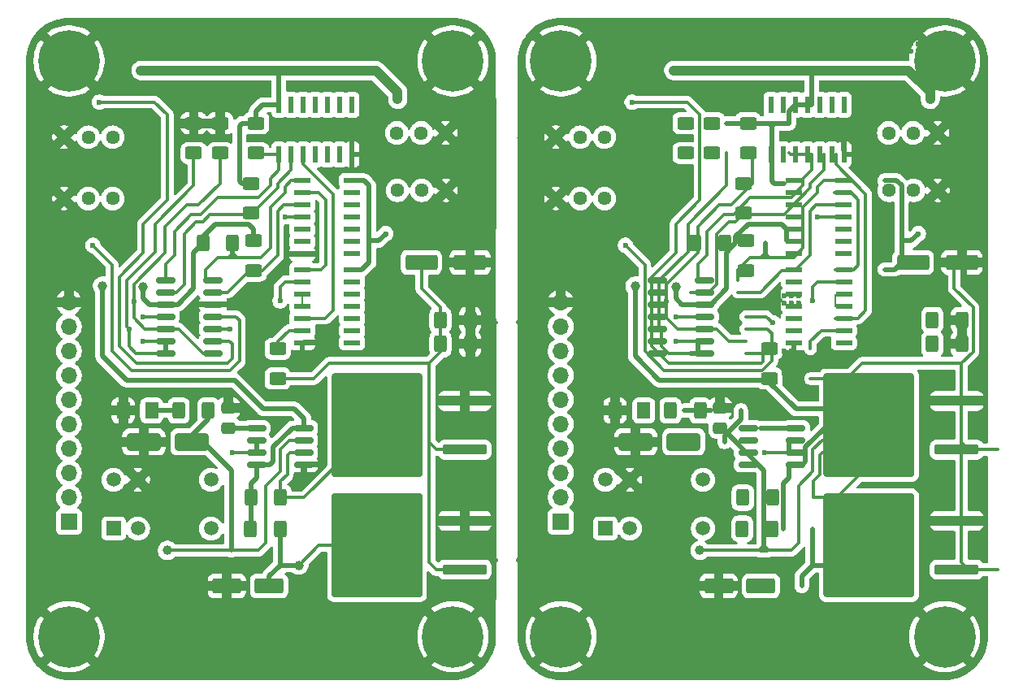
<source format=gbr>
%TF.GenerationSoftware,KiCad,Pcbnew,9.0.2*%
%TF.CreationDate,2025-06-04T00:09:22+07:00*%
%TF.ProjectId,BSPD jadi 1,42535044-206a-4616-9469-20312e6b6963,rev?*%
%TF.SameCoordinates,Original*%
%TF.FileFunction,Copper,L1,Top*%
%TF.FilePolarity,Positive*%
%FSLAX46Y46*%
G04 Gerber Fmt 4.6, Leading zero omitted, Abs format (unit mm)*
G04 Created by KiCad (PCBNEW 9.0.2) date 2025-06-04 00:09:22*
%MOMM*%
%LPD*%
G01*
G04 APERTURE LIST*
G04 Aperture macros list*
%AMRoundRect*
0 Rectangle with rounded corners*
0 $1 Rounding radius*
0 $2 $3 $4 $5 $6 $7 $8 $9 X,Y pos of 4 corners*
0 Add a 4 corners polygon primitive as box body*
4,1,4,$2,$3,$4,$5,$6,$7,$8,$9,$2,$3,0*
0 Add four circle primitives for the rounded corners*
1,1,$1+$1,$2,$3*
1,1,$1+$1,$4,$5*
1,1,$1+$1,$6,$7*
1,1,$1+$1,$8,$9*
0 Add four rect primitives between the rounded corners*
20,1,$1+$1,$2,$3,$4,$5,0*
20,1,$1+$1,$4,$5,$6,$7,0*
20,1,$1+$1,$6,$7,$8,$9,0*
20,1,$1+$1,$8,$9,$2,$3,0*%
G04 Aperture macros list end*
%TA.AperFunction,SMDPad,CuDef*%
%ADD10RoundRect,0.250000X-0.625000X0.400000X-0.625000X-0.400000X0.625000X-0.400000X0.625000X0.400000X0*%
%TD*%
%TA.AperFunction,SMDPad,CuDef*%
%ADD11RoundRect,0.150000X0.825000X0.150000X-0.825000X0.150000X-0.825000X-0.150000X0.825000X-0.150000X0*%
%TD*%
%TA.AperFunction,ComponentPad*%
%ADD12C,1.440000*%
%TD*%
%TA.AperFunction,SMDPad,CuDef*%
%ADD13RoundRect,0.250000X0.400000X0.625000X-0.400000X0.625000X-0.400000X-0.625000X0.400000X-0.625000X0*%
%TD*%
%TA.AperFunction,SMDPad,CuDef*%
%ADD14RoundRect,0.250000X-0.400000X-0.625000X0.400000X-0.625000X0.400000X0.625000X-0.400000X0.625000X0*%
%TD*%
%TA.AperFunction,SMDPad,CuDef*%
%ADD15R,1.701800X0.533400*%
%TD*%
%TA.AperFunction,ComponentPad*%
%ADD16C,3.600000*%
%TD*%
%TA.AperFunction,ConnectorPad*%
%ADD17C,6.400000*%
%TD*%
%TA.AperFunction,ComponentPad*%
%ADD18R,1.508000X1.508000*%
%TD*%
%TA.AperFunction,ComponentPad*%
%ADD19C,1.508000*%
%TD*%
%TA.AperFunction,SMDPad,CuDef*%
%ADD20RoundRect,0.250000X1.250000X0.550000X-1.250000X0.550000X-1.250000X-0.550000X1.250000X-0.550000X0*%
%TD*%
%TA.AperFunction,SMDPad,CuDef*%
%ADD21RoundRect,0.250000X2.050000X0.300000X-2.050000X0.300000X-2.050000X-0.300000X2.050000X-0.300000X0*%
%TD*%
%TA.AperFunction,SMDPad,CuDef*%
%ADD22RoundRect,0.250000X2.025000X2.375000X-2.025000X2.375000X-2.025000X-2.375000X2.025000X-2.375000X0*%
%TD*%
%TA.AperFunction,SMDPad,CuDef*%
%ADD23RoundRect,0.250002X4.449998X5.149998X-4.449998X5.149998X-4.449998X-5.149998X4.449998X-5.149998X0*%
%TD*%
%TA.AperFunction,SMDPad,CuDef*%
%ADD24RoundRect,0.250001X-0.462499X-0.624999X0.462499X-0.624999X0.462499X0.624999X-0.462499X0.624999X0*%
%TD*%
%TA.AperFunction,SMDPad,CuDef*%
%ADD25RoundRect,0.150000X-0.825000X-0.150000X0.825000X-0.150000X0.825000X0.150000X-0.825000X0.150000X0*%
%TD*%
%TA.AperFunction,SMDPad,CuDef*%
%ADD26RoundRect,0.250000X0.625000X-0.400000X0.625000X0.400000X-0.625000X0.400000X-0.625000X-0.400000X0*%
%TD*%
%TA.AperFunction,SMDPad,CuDef*%
%ADD27RoundRect,0.250000X1.412500X0.550000X-1.412500X0.550000X-1.412500X-0.550000X1.412500X-0.550000X0*%
%TD*%
%TA.AperFunction,SMDPad,CuDef*%
%ADD28RoundRect,0.250000X1.500000X0.650000X-1.500000X0.650000X-1.500000X-0.650000X1.500000X-0.650000X0*%
%TD*%
%TA.AperFunction,SMDPad,CuDef*%
%ADD29RoundRect,0.250000X0.475000X-0.337500X0.475000X0.337500X-0.475000X0.337500X-0.475000X-0.337500X0*%
%TD*%
%TA.AperFunction,SMDPad,CuDef*%
%ADD30R,0.533400X1.701800*%
%TD*%
%TA.AperFunction,ComponentPad*%
%ADD31R,1.700000X1.700000*%
%TD*%
%TA.AperFunction,ComponentPad*%
%ADD32O,1.700000X1.700000*%
%TD*%
%TA.AperFunction,ViaPad*%
%ADD33C,0.600000*%
%TD*%
%TA.AperFunction,ViaPad*%
%ADD34C,1.000000*%
%TD*%
%TA.AperFunction,Conductor*%
%ADD35C,0.500000*%
%TD*%
%TA.AperFunction,Conductor*%
%ADD36C,1.000000*%
%TD*%
%TA.AperFunction,Conductor*%
%ADD37C,0.300000*%
%TD*%
%TA.AperFunction,Conductor*%
%ADD38C,0.200000*%
%TD*%
G04 APERTURE END LIST*
D10*
%TO.P,R10,1*%
%TO.N,GND*%
X72250000Y-87500000D03*
%TO.P,R10,2*%
%TO.N,BrakePress*%
X72250000Y-90600000D03*
%TD*%
D11*
%TO.P,U1,1,GND*%
%TO.N,GND*%
X80975000Y-123060000D03*
%TO.P,U1,2,TR*%
%TO.N,Net-(Q3-D)*%
X80975000Y-121790000D03*
%TO.P,U1,3,Q*%
%TO.N,Net-(D2-K)*%
X80975000Y-120520000D03*
%TO.P,U1,4,R*%
%TO.N,+5V*%
X80975000Y-119250000D03*
%TO.P,U1,5,CV*%
%TO.N,Net-(U1-CV)*%
X76025000Y-119250000D03*
%TO.P,U1,6,THR*%
%TO.N,Net-(Q4-D)*%
X76025000Y-120520000D03*
%TO.P,U1,7,DIS*%
X76025000Y-121790000D03*
%TO.P,U1,8,VCC*%
%TO.N,+5V*%
X76025000Y-123060000D03*
%TD*%
D12*
%TO.P,BPS,1,1*%
%TO.N,+5V*%
X61050000Y-88950000D03*
%TO.P,BPS,2,2*%
%TO.N,Net-(U6D-+)*%
X58510000Y-88950000D03*
%TO.P,BPS,3,3*%
%TO.N,GND*%
X55970000Y-88950000D03*
%TD*%
D13*
%TO.P,R7,1*%
%TO.N,Net-(Q4-D)*%
X78500000Y-129750000D03*
%TO.P,R7,2*%
%TO.N,+5V*%
X75400000Y-129750000D03*
%TD*%
D14*
%TO.P,R15,1*%
%TO.N,+5V*%
X70450000Y-100000000D03*
%TO.P,R15,2*%
%TO.N,Net-(U7-1A)*%
X73550000Y-100000000D03*
%TD*%
D10*
%TO.P,R3,1*%
%TO.N,Net-(U3-2Y)*%
X78250000Y-111000000D03*
%TO.P,R3,2*%
%TO.N,Net-(Q3-G)*%
X78250000Y-114100000D03*
%TD*%
D13*
%TO.P,R5,1*%
%TO.N,GND*%
X98300000Y-108000000D03*
%TO.P,R5,2*%
%TO.N,Net-(Q3-G)*%
X95200000Y-108000000D03*
%TD*%
D15*
%TO.P,U7,1,1A*%
%TO.N,Net-(U7-1A)*%
X80790800Y-93480000D03*
%TO.P,U7,2,1Y*%
%TO.N,Net-(U3-1A)*%
X80790800Y-94750000D03*
%TO.P,U7,3,2A*%
%TO.N,Net-(U7-2A)*%
X80790800Y-96020000D03*
%TO.P,U7,4,2Y*%
%TO.N,Net-(U3-1B)*%
X80790800Y-97290000D03*
%TO.P,U7,5,3A*%
%TO.N,unconnected-(U7-3A-Pad5)*%
X80790800Y-98560000D03*
%TO.P,U7,6,3Y*%
%TO.N,unconnected-(U7-3Y-Pad6)*%
X80790800Y-99830000D03*
%TO.P,U7,7,GND*%
%TO.N,GND*%
X80790800Y-101100000D03*
%TO.P,U7,8,4Y*%
%TO.N,unconnected-(U7-4Y-Pad8)*%
X85972400Y-101100000D03*
%TO.P,U7,9,4A*%
%TO.N,unconnected-(U7-4A-Pad9)*%
X85972400Y-99830000D03*
%TO.P,U7,10,5Y*%
%TO.N,unconnected-(U7-5Y-Pad10)*%
X85972400Y-98560000D03*
%TO.P,U7,11,5A*%
%TO.N,unconnected-(U7-5A-Pad11)*%
X85972400Y-97290000D03*
%TO.P,U7,12,6Y*%
%TO.N,unconnected-(U7-6Y-Pad12)*%
X85972400Y-96020000D03*
%TO.P,U7,13,6A*%
%TO.N,unconnected-(U7-6A-Pad13)*%
X85972400Y-94750000D03*
%TO.P,U7,14,VCC*%
%TO.N,+5V*%
X85972400Y-93480000D03*
%TD*%
D16*
%TO.P,H4,1,1*%
%TO.N,GND*%
X56500000Y-141000000D03*
D17*
X56500000Y-141000000D03*
%TD*%
D18*
%TO.P,K2,1*%
%TO.N,NC*%
X61145000Y-129715000D03*
D19*
%TO.P,K2,2*%
%TO.N,Net-(D2-K)*%
X63685000Y-129715000D03*
%TO.P,K2,5*%
%TO.N,COM*%
X71305000Y-129715000D03*
%TO.P,K2,6*%
X71305000Y-124635000D03*
%TO.P,K2,9*%
%TO.N,GND*%
X63685000Y-124635000D03*
%TO.P,K2,10*%
%TO.N,unconnected-(K2-Pad10)*%
X61145000Y-124635000D03*
%TD*%
D20*
%TO.P,C5,1*%
%TO.N,Net-(Q4-D)*%
X77350000Y-135700000D03*
%TO.P,C5,2*%
%TO.N,GND*%
X72950000Y-135700000D03*
%TD*%
D10*
%TO.P,R16,1*%
%TO.N,+5V*%
X75750000Y-99750000D03*
%TO.P,R16,2*%
%TO.N,Net-(U7-2A)*%
X75750000Y-102850000D03*
%TD*%
D16*
%TO.P,H1,1,1*%
%TO.N,GND*%
X56500000Y-81000000D03*
D17*
X56500000Y-81000000D03*
%TD*%
D21*
%TO.P,Q4,1,G*%
%TO.N,Net-(Q3-G)*%
X97750000Y-134000000D03*
D22*
%TO.P,Q4,2,D*%
%TO.N,Net-(Q4-D)*%
X91025000Y-134235000D03*
X91025000Y-128685000D03*
D23*
X88600000Y-131460000D03*
D22*
X86175000Y-134235000D03*
X86175000Y-128685000D03*
D21*
%TO.P,Q4,3,S*%
%TO.N,GND*%
X97750000Y-128920000D03*
%TD*%
D16*
%TO.P,H2,1,1*%
%TO.N,GND*%
X96500000Y-81000000D03*
D17*
X96500000Y-81000000D03*
%TD*%
D10*
%TO.P,R9,1*%
%TO.N,GND*%
X69500000Y-87500000D03*
%TO.P,R9,2*%
%TO.N,ThrottlePos*%
X69500000Y-90600000D03*
%TD*%
D16*
%TO.P,H3,1,1*%
%TO.N,GND*%
X96500000Y-141000000D03*
D17*
X96500000Y-141000000D03*
%TD*%
D13*
%TO.P,R6,1*%
%TO.N,GND*%
X98300000Y-110500000D03*
%TO.P,R6,2*%
%TO.N,Net-(Q3-G)*%
X95200000Y-110500000D03*
%TD*%
D24*
%TO.P,D1,1,K*%
%TO.N,GND*%
X62150000Y-117425000D03*
%TO.P,D1,2,A*%
%TO.N,Net-(D1-A)*%
X65125000Y-117425000D03*
%TD*%
D25*
%TO.P,U6,1*%
%TO.N,Net-(U2-1A)*%
X66550000Y-103830000D03*
%TO.P,U6,2*%
%TO.N,Net-(U2-1B)*%
X66550000Y-105100000D03*
%TO.P,U6,3,V+*%
%TO.N,+5V*%
X66550000Y-106370000D03*
%TO.P,U6,4,-*%
%TO.N,Net-(U6A--)*%
X66550000Y-107640000D03*
%TO.P,U6,5,+*%
%TO.N,BrakePress*%
X66550000Y-108910000D03*
%TO.P,U6,6,-*%
%TO.N,ThrottlePos*%
X66550000Y-110180000D03*
%TO.P,U6,7,+*%
X66550000Y-111450000D03*
%TO.P,U6,8,-*%
%TO.N,BrakePress*%
X71500000Y-111450000D03*
%TO.P,U6,9,+*%
%TO.N,Net-(U6D-+)*%
X71500000Y-110180000D03*
%TO.P,U6,10,-*%
%TO.N,ThrottlePos*%
X71500000Y-108910000D03*
%TO.P,U6,11,+*%
%TO.N,Net-(U6C-+)*%
X71500000Y-107640000D03*
%TO.P,U6,12,V-*%
%TO.N,GND*%
X71500000Y-106370000D03*
%TO.P,U6,13*%
%TO.N,Net-(U7-2A)*%
X71500000Y-105100000D03*
%TO.P,U6,14*%
%TO.N,Net-(U7-1A)*%
X71500000Y-103830000D03*
%TD*%
D26*
%TO.P,R2,1*%
%TO.N,Net-(U2-1B)*%
X75500000Y-96850000D03*
%TO.P,R2,2*%
%TO.N,+5V*%
X75500000Y-93750000D03*
%TD*%
D10*
%TO.P,R1,1*%
%TO.N,+5V*%
X76000000Y-87500000D03*
%TO.P,R1,2*%
%TO.N,Net-(U2-1A)*%
X76000000Y-90600000D03*
%TD*%
D27*
%TO.P,C3,1*%
%TO.N,GND*%
X98287500Y-102000000D03*
%TO.P,C3,2*%
%TO.N,Net-(Q3-G)*%
X93212500Y-102000000D03*
%TD*%
D28*
%TO.P,D2,1,K*%
%TO.N,Net-(D2-K)*%
X69300000Y-120700000D03*
%TO.P,D2,2,A*%
%TO.N,GND*%
X64300000Y-120700000D03*
%TD*%
D14*
%TO.P,R8,1*%
%TO.N,Net-(D1-A)*%
X67925000Y-117425000D03*
%TO.P,R8,2*%
%TO.N,Net-(D2-K)*%
X71025000Y-117425000D03*
%TD*%
D15*
%TO.P,U3,1,1A*%
%TO.N,Net-(U3-1A)*%
X80809200Y-102730000D03*
%TO.P,U3,2,1B*%
%TO.N,Net-(U3-1B)*%
X80809200Y-104000000D03*
%TO.P,U3,3,1Y*%
%TO.N,Net-(U3-1Y)*%
X80809200Y-105270000D03*
%TO.P,U3,4,2A*%
X80809200Y-106540000D03*
%TO.P,U3,5,2B*%
%TO.N,Net-(U2-1Y)*%
X80809200Y-107810000D03*
%TO.P,U3,6,2Y*%
%TO.N,Net-(U3-2Y)*%
X80809200Y-109080000D03*
%TO.P,U3,7,GND*%
%TO.N,GND*%
X80809200Y-110350000D03*
%TO.P,U3,8,3Y*%
%TO.N,unconnected-(U3-3Y-Pad8)*%
X85990800Y-110350000D03*
%TO.P,U3,9,3A*%
%TO.N,unconnected-(U3-3A-Pad9)*%
X85990800Y-109080000D03*
%TO.P,U3,10,3B*%
%TO.N,unconnected-(U3-3B-Pad10)*%
X85990800Y-107810000D03*
%TO.P,U3,11,4Y*%
%TO.N,unconnected-(U3-4Y-Pad11)*%
X85990800Y-106540000D03*
%TO.P,U3,12,4A*%
%TO.N,unconnected-(U3-4A-Pad12)*%
X85990800Y-105270000D03*
%TO.P,U3,13,4B*%
%TO.N,unconnected-(U3-4B-Pad13)*%
X85990800Y-104000000D03*
%TO.P,U3,14,VCC*%
%TO.N,+5V*%
X85990800Y-102730000D03*
%TD*%
D12*
%TO.P,TPSTH,1,1*%
%TO.N,+5V*%
X90710000Y-94500000D03*
%TO.P,TPSTH,2,2*%
%TO.N,ThrottlePos*%
X93250000Y-94500000D03*
%TO.P,TPSTH,3,3*%
%TO.N,GND*%
X95790000Y-94500000D03*
%TD*%
%TO.P,TPS,1,1*%
%TO.N,+5V*%
X61050000Y-95350000D03*
%TO.P,TPS,2,2*%
%TO.N,Net-(U6C-+)*%
X58510000Y-95350000D03*
%TO.P,TPS,3,3*%
%TO.N,GND*%
X55970000Y-95350000D03*
%TD*%
%TO.P,BPSTH,1,1*%
%TO.N,+5V*%
X90670000Y-88500000D03*
%TO.P,BPSTH,2,2*%
%TO.N,Net-(U6A--)*%
X93210000Y-88500000D03*
%TO.P,BPSTH,3,3*%
%TO.N,GND*%
X95750000Y-88500000D03*
%TD*%
D21*
%TO.P,Q3,1,G*%
%TO.N,Net-(Q3-G)*%
X97750000Y-121500000D03*
D22*
%TO.P,Q3,2,D*%
%TO.N,Net-(Q3-D)*%
X91025000Y-121735000D03*
X91025000Y-116185000D03*
D23*
X88600000Y-118960000D03*
D22*
X86175000Y-121735000D03*
X86175000Y-116185000D03*
D21*
%TO.P,Q3,3,S*%
%TO.N,GND*%
X97750000Y-116420000D03*
%TD*%
D29*
%TO.P,C4,1*%
%TO.N,Net-(U1-CV)*%
X73100000Y-119250000D03*
%TO.P,C4,2*%
%TO.N,GND*%
X73100000Y-117175000D03*
%TD*%
D13*
%TO.P,R4,1*%
%TO.N,Net-(Q3-D)*%
X78550000Y-126500000D03*
%TO.P,R4,2*%
%TO.N,+5V*%
X75450000Y-126500000D03*
%TD*%
D30*
%TO.P,U2,1,1A*%
%TO.N,Net-(U2-1A)*%
X78380000Y-90750000D03*
%TO.P,U2,2,1B*%
%TO.N,Net-(U2-1B)*%
X79650000Y-90750000D03*
%TO.P,U2,3,1Y*%
%TO.N,Net-(U2-1Y)*%
X80920000Y-90750000D03*
%TO.P,U2,4,2A*%
%TO.N,unconnected-(U2-2A-Pad4)*%
X82190000Y-90750000D03*
%TO.P,U2,5,2B*%
%TO.N,unconnected-(U2-2B-Pad5)*%
X83460000Y-90750000D03*
%TO.P,U2,6,2Y*%
%TO.N,unconnected-(U2-2Y-Pad6)*%
X84730000Y-90750000D03*
%TO.P,U2,7,GND*%
%TO.N,GND*%
X86000000Y-90750000D03*
%TO.P,U2,8,3Y*%
%TO.N,unconnected-(U2-3Y-Pad8)*%
X86000000Y-85568400D03*
%TO.P,U2,9,3A*%
%TO.N,unconnected-(U2-3A-Pad9)*%
X84730000Y-85568400D03*
%TO.P,U2,10,3B*%
%TO.N,unconnected-(U2-3B-Pad10)*%
X83460000Y-85568400D03*
%TO.P,U2,11,4Y*%
%TO.N,unconnected-(U2-4Y-Pad11)*%
X82190000Y-85568400D03*
%TO.P,U2,12,4A*%
%TO.N,unconnected-(U2-4A-Pad12)*%
X80920000Y-85568400D03*
%TO.P,U2,13,4B*%
%TO.N,unconnected-(U2-4B-Pad13)*%
X79650000Y-85568400D03*
%TO.P,U2,14,VCC*%
%TO.N,+5V*%
X78380000Y-85568400D03*
%TD*%
D31*
%TO.P,J1,1,Pin_1*%
%TO.N,unconnected-(J1-Pin_1-Pad1)*%
X56490000Y-129000000D03*
D32*
%TO.P,J1,2,Pin_2*%
%TO.N,unconnected-(J1-Pin_2-Pad2)*%
X56490000Y-126460000D03*
%TO.P,J1,3,Pin_3*%
%TO.N,NC*%
X56490000Y-123920000D03*
%TO.P,J1,4,Pin_4*%
%TO.N,COM*%
X56490000Y-121380000D03*
%TO.P,J1,5,Pin_5*%
%TO.N,ThrottlePos*%
X56490000Y-118840000D03*
%TO.P,J1,6,Pin_6*%
%TO.N,BrakePress*%
X56490000Y-116300000D03*
%TO.P,J1,7,Pin_7*%
%TO.N,+5V*%
X56490000Y-113760000D03*
%TO.P,J1,8,Pin_8*%
%TO.N,unconnected-(J1-Pin_8-Pad8)*%
X56490000Y-111220000D03*
%TO.P,J1,9,Pin_9*%
%TO.N,unconnected-(J1-Pin_9-Pad9)*%
X56490000Y-108680000D03*
%TO.P,J1,10,Pin_10*%
%TO.N,GND*%
X56490000Y-106140000D03*
%TD*%
D10*
%TO.P,R10,1*%
%TO.N,+5V*%
X123500000Y-87500000D03*
%TO.P,R10,2*%
%TO.N,BrakePress*%
X123500000Y-90600000D03*
%TD*%
D11*
%TO.P,U1,1,GND*%
%TO.N,GND*%
X132225000Y-123060000D03*
%TO.P,U1,2,TR*%
%TO.N,Net-(Q3-D)*%
X132225000Y-121790000D03*
%TO.P,U1,3,Q*%
%TO.N,Net-(D2-K)*%
X132225000Y-120520000D03*
%TO.P,U1,4,R*%
%TO.N,+5V*%
X132225000Y-119250000D03*
%TO.P,U1,5,CV*%
%TO.N,Net-(U1-CV)*%
X127275000Y-119250000D03*
%TO.P,U1,6,THR*%
%TO.N,Net-(Q4-D)*%
X127275000Y-120520000D03*
%TO.P,U1,7,DIS*%
X127275000Y-121790000D03*
%TO.P,U1,8,VCC*%
%TO.N,+5V*%
X127275000Y-123060000D03*
%TD*%
D12*
%TO.P,BPS1,1,1*%
%TO.N,+5V*%
X112300000Y-88950000D03*
%TO.P,BPS1,2,2*%
%TO.N,Net-(U6D--)*%
X109760000Y-88950000D03*
%TO.P,BPS1,3,3*%
%TO.N,GND*%
X107220000Y-88950000D03*
%TD*%
D13*
%TO.P,R7,1*%
%TO.N,Net-(Q4-D)*%
X129750000Y-129750000D03*
%TO.P,R7,2*%
%TO.N,+5V*%
X126650000Y-129750000D03*
%TD*%
D14*
%TO.P,R15,1*%
%TO.N,+5V*%
X121700000Y-100000000D03*
%TO.P,R15,2*%
%TO.N,Net-(U7-1A)*%
X124800000Y-100000000D03*
%TD*%
D10*
%TO.P,R3,1*%
%TO.N,Net-(U3-2Y)*%
X129500000Y-111000000D03*
%TO.P,R3,2*%
%TO.N,Net-(Q3-G)*%
X129500000Y-114100000D03*
%TD*%
D13*
%TO.P,R5,1*%
%TO.N,GND*%
X149550000Y-108000000D03*
%TO.P,R5,2*%
%TO.N,Net-(Q3-G)*%
X146450000Y-108000000D03*
%TD*%
D15*
%TO.P,U7,1,1A*%
%TO.N,Net-(U7-1A)*%
X132040800Y-93480000D03*
%TO.P,U7,2,1Y*%
%TO.N,Net-(U3-1A)*%
X132040800Y-94750000D03*
%TO.P,U7,3,2A*%
%TO.N,Net-(U7-2A)*%
X132040800Y-96020000D03*
%TO.P,U7,4,2Y*%
%TO.N,Net-(U3-1B)*%
X132040800Y-97290000D03*
%TO.P,U7,5,3A*%
%TO.N,unconnected-(U7-3A-Pad5)*%
X132040800Y-98560000D03*
%TO.P,U7,6,3Y*%
%TO.N,unconnected-(U7-3Y-Pad6)*%
X132040800Y-99830000D03*
%TO.P,U7,7,GND*%
%TO.N,GND*%
X132040800Y-101100000D03*
%TO.P,U7,8,4Y*%
%TO.N,unconnected-(U7-4Y-Pad8)*%
X137222400Y-101100000D03*
%TO.P,U7,9,4A*%
%TO.N,unconnected-(U7-4A-Pad9)*%
X137222400Y-99830000D03*
%TO.P,U7,10,5Y*%
%TO.N,unconnected-(U7-5Y-Pad10)*%
X137222400Y-98560000D03*
%TO.P,U7,11,5A*%
%TO.N,unconnected-(U7-5A-Pad11)*%
X137222400Y-97290000D03*
%TO.P,U7,12,6Y*%
%TO.N,unconnected-(U7-6Y-Pad12)*%
X137222400Y-96020000D03*
%TO.P,U7,13,6A*%
%TO.N,unconnected-(U7-6A-Pad13)*%
X137222400Y-94750000D03*
%TO.P,U7,14,VCC*%
%TO.N,+5V*%
X137222400Y-93480000D03*
%TD*%
D16*
%TO.P,H4,1,1*%
%TO.N,GND*%
X107750000Y-141000000D03*
D17*
X107750000Y-141000000D03*
%TD*%
D18*
%TO.P,K2,1*%
%TO.N,NC*%
X112395000Y-129715000D03*
D19*
%TO.P,K2,2*%
%TO.N,Net-(D2-K)*%
X114935000Y-129715000D03*
%TO.P,K2,5*%
%TO.N,COM*%
X122555000Y-129715000D03*
%TO.P,K2,6*%
X122555000Y-124635000D03*
%TO.P,K2,9*%
%TO.N,GND*%
X114935000Y-124635000D03*
%TO.P,K2,10*%
%TO.N,unconnected-(K2-Pad10)*%
X112395000Y-124635000D03*
%TD*%
D20*
%TO.P,C5,1*%
%TO.N,Net-(Q4-D)*%
X128600000Y-135700000D03*
%TO.P,C5,2*%
%TO.N,GND*%
X124200000Y-135700000D03*
%TD*%
D10*
%TO.P,R16,1*%
%TO.N,+5V*%
X127000000Y-99750000D03*
%TO.P,R16,2*%
%TO.N,Net-(U7-2A)*%
X127000000Y-102850000D03*
%TD*%
D16*
%TO.P,H1,1,1*%
%TO.N,GND*%
X107750000Y-81000000D03*
D17*
X107750000Y-81000000D03*
%TD*%
D21*
%TO.P,Q4,1,G*%
%TO.N,Net-(Q3-G)*%
X149000000Y-134000000D03*
D22*
%TO.P,Q4,2,D*%
%TO.N,Net-(Q4-D)*%
X142275000Y-134235000D03*
X142275000Y-128685000D03*
D23*
X139850000Y-131460000D03*
D22*
X137425000Y-134235000D03*
X137425000Y-128685000D03*
D21*
%TO.P,Q4,3,S*%
%TO.N,GND*%
X149000000Y-128920000D03*
%TD*%
D16*
%TO.P,H2,1,1*%
%TO.N,GND*%
X147750000Y-81000000D03*
D17*
X147750000Y-81000000D03*
%TD*%
D10*
%TO.P,R9,1*%
%TO.N,+5V*%
X120750000Y-87500000D03*
%TO.P,R9,2*%
%TO.N,ThrottlePos*%
X120750000Y-90600000D03*
%TD*%
D16*
%TO.P,H3,1,1*%
%TO.N,GND*%
X147750000Y-141000000D03*
D17*
X147750000Y-141000000D03*
%TD*%
D13*
%TO.P,R6,1*%
%TO.N,GND*%
X149550000Y-110500000D03*
%TO.P,R6,2*%
%TO.N,Net-(Q3-G)*%
X146450000Y-110500000D03*
%TD*%
D24*
%TO.P,D1,1,K*%
%TO.N,GND*%
X113400000Y-117425000D03*
%TO.P,D1,2,A*%
%TO.N,Net-(D1-A)*%
X116375000Y-117425000D03*
%TD*%
D25*
%TO.P,U6,1*%
%TO.N,Net-(U2-1A)*%
X117800000Y-103830000D03*
%TO.P,U6,2*%
%TO.N,Net-(U2-1B)*%
X117800000Y-105100000D03*
%TO.P,U6,3,V+*%
%TO.N,+5V*%
X117800000Y-106370000D03*
%TO.P,U6,4,-*%
%TO.N,Net-(U6A--)*%
X117800000Y-107640000D03*
%TO.P,U6,5,+*%
%TO.N,BrakePress*%
X117800000Y-108910000D03*
%TO.P,U6,6,-*%
%TO.N,ThrottlePos*%
X117800000Y-110180000D03*
%TO.P,U6,7,+*%
X117800000Y-111450000D03*
%TO.P,U6,8,-*%
%TO.N,Net-(U6D--)*%
X122750000Y-111450000D03*
%TO.P,U6,9,+*%
%TO.N,BrakePress*%
X122750000Y-110180000D03*
%TO.P,U6,10,-*%
%TO.N,Net-(U6C--)*%
X122750000Y-108910000D03*
%TO.P,U6,11,+*%
%TO.N,ThrottlePos*%
X122750000Y-107640000D03*
%TO.P,U6,12,V-*%
%TO.N,GND*%
X122750000Y-106370000D03*
%TO.P,U6,13*%
%TO.N,Net-(U7-2A)*%
X122750000Y-105100000D03*
%TO.P,U6,14*%
%TO.N,Net-(U7-1A)*%
X122750000Y-103830000D03*
%TD*%
D26*
%TO.P,R2,1*%
%TO.N,Net-(U2-1B)*%
X126750000Y-96850000D03*
%TO.P,R2,2*%
%TO.N,+5V*%
X126750000Y-93750000D03*
%TD*%
D10*
%TO.P,R1,1*%
%TO.N,+5V*%
X127250000Y-87500000D03*
%TO.P,R1,2*%
%TO.N,Net-(U2-1A)*%
X127250000Y-90600000D03*
%TD*%
D27*
%TO.P,C3,1*%
%TO.N,GND*%
X149537500Y-102000000D03*
%TO.P,C3,2*%
%TO.N,Net-(Q3-G)*%
X144462500Y-102000000D03*
%TD*%
D28*
%TO.P,D2,1,K*%
%TO.N,Net-(D2-K)*%
X120550000Y-120700000D03*
%TO.P,D2,2,A*%
%TO.N,GND*%
X115550000Y-120700000D03*
%TD*%
D14*
%TO.P,R8,1*%
%TO.N,Net-(D1-A)*%
X119175000Y-117425000D03*
%TO.P,R8,2*%
%TO.N,Net-(D2-K)*%
X122275000Y-117425000D03*
%TD*%
D15*
%TO.P,U3,1,1A*%
%TO.N,Net-(U3-1A)*%
X132059200Y-102730000D03*
%TO.P,U3,2,1B*%
%TO.N,Net-(U3-1B)*%
X132059200Y-104000000D03*
%TO.P,U3,3,1Y*%
%TO.N,Net-(U3-1Y)*%
X132059200Y-105270000D03*
%TO.P,U3,4,2A*%
X132059200Y-106540000D03*
%TO.P,U3,5,2B*%
%TO.N,Net-(U2-1Y)*%
X132059200Y-107810000D03*
%TO.P,U3,6,2Y*%
%TO.N,Net-(U3-2Y)*%
X132059200Y-109080000D03*
%TO.P,U3,7,GND*%
%TO.N,GND*%
X132059200Y-110350000D03*
%TO.P,U3,8,3Y*%
%TO.N,unconnected-(U3-3Y-Pad8)*%
X137240800Y-110350000D03*
%TO.P,U3,9,3A*%
%TO.N,unconnected-(U3-3A-Pad9)*%
X137240800Y-109080000D03*
%TO.P,U3,10,3B*%
%TO.N,unconnected-(U3-3B-Pad10)*%
X137240800Y-107810000D03*
%TO.P,U3,11,4Y*%
%TO.N,unconnected-(U3-4Y-Pad11)*%
X137240800Y-106540000D03*
%TO.P,U3,12,4A*%
%TO.N,unconnected-(U3-4A-Pad12)*%
X137240800Y-105270000D03*
%TO.P,U3,13,4B*%
%TO.N,unconnected-(U3-4B-Pad13)*%
X137240800Y-104000000D03*
%TO.P,U3,14,VCC*%
%TO.N,+5V*%
X137240800Y-102730000D03*
%TD*%
D12*
%TO.P,TPSTH1,1,1*%
%TO.N,+5V*%
X141960000Y-94500000D03*
%TO.P,TPSTH1,2,2*%
%TO.N,ThrottlePos*%
X144500000Y-94500000D03*
%TO.P,TPSTH1,3,3*%
%TO.N,GND*%
X147040000Y-94500000D03*
%TD*%
%TO.P,TPS1,1,1*%
%TO.N,+5V*%
X112300000Y-95350000D03*
%TO.P,TPS1,2,2*%
%TO.N,Net-(U6C--)*%
X109760000Y-95350000D03*
%TO.P,TPS1,3,3*%
%TO.N,GND*%
X107220000Y-95350000D03*
%TD*%
%TO.P,BPSTH1,1,1*%
%TO.N,+5V*%
X141920000Y-88500000D03*
%TO.P,BPSTH1,2,2*%
%TO.N,Net-(U6A--)*%
X144460000Y-88500000D03*
%TO.P,BPSTH1,3,3*%
%TO.N,GND*%
X147000000Y-88500000D03*
%TD*%
D21*
%TO.P,Q3,1,G*%
%TO.N,Net-(Q3-G)*%
X149000000Y-121500000D03*
D22*
%TO.P,Q3,2,D*%
%TO.N,Net-(Q3-D)*%
X142275000Y-121735000D03*
X142275000Y-116185000D03*
D23*
X139850000Y-118960000D03*
D22*
X137425000Y-121735000D03*
X137425000Y-116185000D03*
D21*
%TO.P,Q3,3,S*%
%TO.N,GND*%
X149000000Y-116420000D03*
%TD*%
D29*
%TO.P,C4,1*%
%TO.N,Net-(U1-CV)*%
X124350000Y-119250000D03*
%TO.P,C4,2*%
%TO.N,GND*%
X124350000Y-117175000D03*
%TD*%
D13*
%TO.P,R4,1*%
%TO.N,Net-(Q3-D)*%
X129800000Y-126500000D03*
%TO.P,R4,2*%
%TO.N,+5V*%
X126700000Y-126500000D03*
%TD*%
D30*
%TO.P,U2,1,1A*%
%TO.N,Net-(U2-1A)*%
X129630000Y-90750000D03*
%TO.P,U2,2,1B*%
%TO.N,Net-(U2-1B)*%
X130900000Y-90750000D03*
%TO.P,U2,3,1Y*%
%TO.N,Net-(U2-1Y)*%
X132170000Y-90750000D03*
%TO.P,U2,4,2A*%
%TO.N,unconnected-(U2-2A-Pad4)*%
X133440000Y-90750000D03*
%TO.P,U2,5,2B*%
%TO.N,unconnected-(U2-2B-Pad5)*%
X134710000Y-90750000D03*
%TO.P,U2,6,2Y*%
%TO.N,unconnected-(U2-2Y-Pad6)*%
X135980000Y-90750000D03*
%TO.P,U2,7,GND*%
%TO.N,GND*%
X137250000Y-90750000D03*
%TO.P,U2,8,3Y*%
%TO.N,unconnected-(U2-3Y-Pad8)*%
X137250000Y-85568400D03*
%TO.P,U2,9,3A*%
%TO.N,unconnected-(U2-3A-Pad9)*%
X135980000Y-85568400D03*
%TO.P,U2,10,3B*%
%TO.N,unconnected-(U2-3B-Pad10)*%
X134710000Y-85568400D03*
%TO.P,U2,11,4Y*%
%TO.N,unconnected-(U2-4Y-Pad11)*%
X133440000Y-85568400D03*
%TO.P,U2,12,4A*%
%TO.N,unconnected-(U2-4A-Pad12)*%
X132170000Y-85568400D03*
%TO.P,U2,13,4B*%
%TO.N,unconnected-(U2-4B-Pad13)*%
X130900000Y-85568400D03*
%TO.P,U2,14,VCC*%
%TO.N,+5V*%
X129630000Y-85568400D03*
%TD*%
D31*
%TO.P,J1,1,Pin_1*%
%TO.N,unconnected-(J1-Pin_1-Pad1)*%
X107740000Y-129000000D03*
D32*
%TO.P,J1,2,Pin_2*%
%TO.N,unconnected-(J1-Pin_2-Pad2)*%
X107740000Y-126460000D03*
%TO.P,J1,3,Pin_3*%
%TO.N,NC*%
X107740000Y-123920000D03*
%TO.P,J1,4,Pin_4*%
%TO.N,COM*%
X107740000Y-121380000D03*
%TO.P,J1,5,Pin_5*%
%TO.N,ThrottlePos*%
X107740000Y-118840000D03*
%TO.P,J1,6,Pin_6*%
%TO.N,BrakePress*%
X107740000Y-116300000D03*
%TO.P,J1,7,Pin_7*%
%TO.N,+5V*%
X107740000Y-113760000D03*
%TO.P,J1,8,Pin_8*%
%TO.N,unconnected-(J1-Pin_8-Pad8)*%
X107740000Y-111220000D03*
%TO.P,J1,9,Pin_9*%
%TO.N,unconnected-(J1-Pin_9-Pad9)*%
X107740000Y-108680000D03*
%TO.P,J1,10,Pin_10*%
%TO.N,GND*%
X107740000Y-106140000D03*
%TD*%
D33*
%TO.N,GND*%
X68000000Y-138750000D03*
X70250000Y-139500000D03*
X85750000Y-78500000D03*
X89500000Y-79250000D03*
X88750000Y-78500000D03*
X74750000Y-106250000D03*
X67250000Y-141000000D03*
X76250000Y-105500000D03*
X65000000Y-139500000D03*
X81250000Y-78500000D03*
X87250000Y-78500000D03*
X74750000Y-105500000D03*
X86500000Y-80000000D03*
X65750000Y-138750000D03*
X71000000Y-141000000D03*
X70250000Y-138750000D03*
X76250000Y-112750000D03*
X68000000Y-141000000D03*
X89500000Y-77750000D03*
X76250000Y-112000000D03*
X85750000Y-80000000D03*
X63500000Y-138750000D03*
X87250000Y-79250000D03*
X75500000Y-112750000D03*
X82000000Y-77750000D03*
X88750000Y-80000000D03*
X65750000Y-140250000D03*
X75500000Y-111250000D03*
X75500000Y-112000000D03*
X84250000Y-77750000D03*
X71750000Y-140250000D03*
X66500000Y-138750000D03*
X87250000Y-77750000D03*
X66500000Y-140250000D03*
X69500000Y-138750000D03*
X71750000Y-141000000D03*
X76250000Y-111250000D03*
X86500000Y-79250000D03*
X84250000Y-79250000D03*
X75500000Y-105500000D03*
X64250000Y-140250000D03*
X84250000Y-80000000D03*
X82750000Y-80000000D03*
X81250000Y-77750000D03*
X71750000Y-138750000D03*
X84250000Y-78500000D03*
X71000000Y-139500000D03*
X65750000Y-141000000D03*
X88000000Y-79250000D03*
X82000000Y-78500000D03*
X63500000Y-141000000D03*
X63500000Y-139500000D03*
X67250000Y-138750000D03*
X71750000Y-139500000D03*
X89500000Y-80000000D03*
X85000000Y-78500000D03*
X77000000Y-105500000D03*
X77000000Y-106250000D03*
X83500000Y-77750000D03*
X65000000Y-141000000D03*
X68750000Y-140250000D03*
X65000000Y-138750000D03*
X88750000Y-79250000D03*
X75500000Y-113500000D03*
X68000000Y-140250000D03*
X82750000Y-77750000D03*
X67250000Y-139500000D03*
X81250000Y-80000000D03*
X70250000Y-141000000D03*
X86500000Y-78500000D03*
X88000000Y-78500000D03*
X75500000Y-106250000D03*
X88000000Y-77750000D03*
X69500000Y-141000000D03*
X71000000Y-140250000D03*
X82000000Y-80000000D03*
X71000000Y-138750000D03*
X67250000Y-140250000D03*
X83500000Y-78500000D03*
X85000000Y-79250000D03*
X66500000Y-141000000D03*
X69500000Y-139500000D03*
X76250000Y-106250000D03*
X76250000Y-113500000D03*
X68000000Y-139500000D03*
X64250000Y-139500000D03*
X82750000Y-79250000D03*
X88000000Y-80000000D03*
X86500000Y-77750000D03*
X83500000Y-80000000D03*
X64250000Y-138750000D03*
X70250000Y-140250000D03*
X85000000Y-77750000D03*
X68750000Y-139500000D03*
X68750000Y-141000000D03*
X82000000Y-79250000D03*
X85000000Y-80000000D03*
X63500000Y-140250000D03*
X85750000Y-77750000D03*
X69500000Y-140250000D03*
X83500000Y-79250000D03*
X87250000Y-80000000D03*
X64250000Y-141000000D03*
X81250000Y-79250000D03*
X89500000Y-78500000D03*
X88750000Y-77750000D03*
X66500000Y-139500000D03*
X68750000Y-138750000D03*
X65000000Y-140250000D03*
X85750000Y-79250000D03*
X82750000Y-78500000D03*
X65750000Y-139500000D03*
D34*
%TO.N,+5V*%
X60000000Y-104450000D03*
D33*
X64000000Y-82000000D03*
X89500000Y-99000000D03*
D34*
X90750000Y-85000000D03*
X64250000Y-104500000D03*
%TO.N,Net-(Q4-D)*%
X80450000Y-133550000D03*
D33*
X73500000Y-121790000D03*
D34*
%TO.N,Net-(D2-K)*%
X66750000Y-132000000D03*
D33*
%TO.N,Net-(U6C-+)*%
X58987500Y-100212500D03*
%TO.N,Net-(U6D-+)*%
X59675000Y-85300000D03*
%TO.N,Net-(U3-1B)*%
X78500000Y-106000000D03*
X79000000Y-97250000D03*
%TO.N,Net-(U6A--)*%
X64250000Y-107640000D03*
%TO.N,BrakePress*%
X63250000Y-106050000D03*
%TO.N,ThrottlePos*%
X64250000Y-110180000D03*
X73250000Y-108910000D03*
X62750000Y-108950000D03*
%TO.N,GND*%
X123500000Y-138750000D03*
X125750000Y-139500000D03*
X141250000Y-78500000D03*
X145000000Y-79250000D03*
X144250000Y-78500000D03*
X130250000Y-106250000D03*
X122750000Y-141000000D03*
X131750000Y-105500000D03*
X120500000Y-139500000D03*
X136750000Y-78500000D03*
X142750000Y-78500000D03*
X130250000Y-105500000D03*
X142000000Y-80000000D03*
X121250000Y-138750000D03*
X126500000Y-141000000D03*
X125750000Y-138750000D03*
X131750000Y-112750000D03*
X123500000Y-141000000D03*
X145000000Y-77750000D03*
X131750000Y-112000000D03*
X141250000Y-80000000D03*
X119000000Y-138750000D03*
X142750000Y-79250000D03*
X131000000Y-112750000D03*
X137500000Y-77750000D03*
X144250000Y-80000000D03*
X121250000Y-140250000D03*
X131000000Y-111250000D03*
X131000000Y-112000000D03*
X139750000Y-77750000D03*
X127250000Y-140250000D03*
X122000000Y-138750000D03*
X142750000Y-77750000D03*
X122000000Y-140250000D03*
X125000000Y-138750000D03*
X127250000Y-141000000D03*
X131750000Y-111250000D03*
X142000000Y-79250000D03*
X139750000Y-79250000D03*
X131000000Y-105500000D03*
X119750000Y-140250000D03*
X139750000Y-80000000D03*
X138250000Y-80000000D03*
X136750000Y-77750000D03*
X127250000Y-138750000D03*
X139750000Y-78500000D03*
X126500000Y-139500000D03*
X121250000Y-141000000D03*
X143500000Y-79250000D03*
X137500000Y-78500000D03*
X119000000Y-141000000D03*
X119000000Y-139500000D03*
X122750000Y-138750000D03*
X127250000Y-139500000D03*
X145000000Y-80000000D03*
X140500000Y-78500000D03*
X132500000Y-105500000D03*
X132500000Y-106250000D03*
X139000000Y-77750000D03*
X120500000Y-141000000D03*
X124250000Y-140250000D03*
X120500000Y-138750000D03*
X144250000Y-79250000D03*
X131000000Y-113500000D03*
X123500000Y-140250000D03*
X138250000Y-77750000D03*
X122750000Y-139500000D03*
X136750000Y-80000000D03*
X125750000Y-141000000D03*
X142000000Y-78500000D03*
X143500000Y-78500000D03*
X131000000Y-106250000D03*
X143500000Y-77750000D03*
X125000000Y-141000000D03*
X126500000Y-140250000D03*
X137500000Y-80000000D03*
X126500000Y-138750000D03*
X122750000Y-140250000D03*
X139000000Y-78500000D03*
X140500000Y-79250000D03*
X122000000Y-141000000D03*
X125000000Y-139500000D03*
X131750000Y-106250000D03*
X131750000Y-113500000D03*
X123500000Y-139500000D03*
X119750000Y-139500000D03*
X138250000Y-79250000D03*
X143500000Y-80000000D03*
X142000000Y-77750000D03*
X139000000Y-80000000D03*
X119750000Y-138750000D03*
X125750000Y-140250000D03*
X140500000Y-77750000D03*
X124250000Y-139500000D03*
X124250000Y-141000000D03*
X137500000Y-79250000D03*
X140500000Y-80000000D03*
X119000000Y-140250000D03*
X141250000Y-77750000D03*
X125000000Y-140250000D03*
X139000000Y-79250000D03*
X142750000Y-80000000D03*
X119750000Y-141000000D03*
X136750000Y-79250000D03*
X145000000Y-78500000D03*
X144250000Y-77750000D03*
X122000000Y-139500000D03*
X124250000Y-138750000D03*
X120500000Y-140250000D03*
X141250000Y-79250000D03*
X138250000Y-78500000D03*
X121250000Y-139500000D03*
D34*
%TO.N,+5V*%
X115500000Y-104450000D03*
D33*
X119500000Y-82000000D03*
X145000000Y-99000000D03*
D34*
X146250000Y-85000000D03*
X119750000Y-104500000D03*
%TO.N,Net-(Q4-D)*%
X135950000Y-133550000D03*
D33*
X129000000Y-121790000D03*
D34*
%TO.N,Net-(D2-K)*%
X122250000Y-132000000D03*
D33*
%TO.N,Net-(U6C--)*%
X114487500Y-100212500D03*
%TO.N,Net-(U6D--)*%
X115175000Y-85300000D03*
%TO.N,Net-(U3-1B)*%
X134000000Y-106000000D03*
X134500000Y-97250000D03*
%TO.N,Net-(U6A--)*%
X119750000Y-107640000D03*
%TO.N,BrakePress*%
X118750000Y-106050000D03*
%TO.N,ThrottlePos*%
X119750000Y-110180000D03*
X129850000Y-108300000D03*
X118250000Y-108950000D03*
%TD*%
D35*
%TO.N,+5V*%
X80975000Y-119250000D02*
X80975000Y-118250000D01*
X60000000Y-111750000D02*
X60000000Y-104450000D01*
D36*
X78250000Y-82000000D02*
X64000000Y-82000000D01*
D35*
X70450000Y-100000000D02*
X70450000Y-99300000D01*
X87020000Y-102730000D02*
X85990800Y-102730000D01*
X74500000Y-87500000D02*
X76000000Y-87500000D01*
X76025000Y-123060000D02*
X77440000Y-123060000D01*
X78380000Y-85568400D02*
X76681600Y-85568400D01*
D36*
X90750000Y-85000000D02*
X90750000Y-84250000D01*
D35*
X75450000Y-126500000D02*
X75450000Y-125050000D01*
X73750000Y-114250000D02*
X62500000Y-114250000D01*
X75250000Y-98000000D02*
X75750000Y-98500000D01*
X74500000Y-93750000D02*
X74250000Y-93500000D01*
X88750000Y-99750000D02*
X87750000Y-99750000D01*
X76750000Y-117250000D02*
X73750000Y-114250000D01*
X77750000Y-122750000D02*
X77750000Y-121260050D01*
X85972400Y-93480000D02*
X87230000Y-93480000D01*
X71750000Y-98000000D02*
X75250000Y-98000000D01*
X64870000Y-106370000D02*
X67880000Y-106370000D01*
X75750000Y-98500000D02*
X75750000Y-99750000D01*
X76681600Y-85568400D02*
X76000000Y-86250000D01*
X74250000Y-89000000D02*
X74250000Y-87750000D01*
X77750000Y-121260050D02*
X79760050Y-119250000D01*
X79760050Y-119250000D02*
X80975000Y-119250000D01*
D36*
X78250000Y-82000000D02*
X78380000Y-82130000D01*
D35*
X87230000Y-93480000D02*
X87750000Y-94000000D01*
X75500000Y-93750000D02*
X74500000Y-93750000D01*
X87750000Y-94000000D02*
X87750000Y-99750000D01*
D36*
X88500000Y-82000000D02*
X78250000Y-82000000D01*
X90750000Y-84250000D02*
X88500000Y-82000000D01*
D35*
X87750000Y-102000000D02*
X87020000Y-102730000D01*
X69500000Y-100950000D02*
X70450000Y-100000000D01*
X80975000Y-118250000D02*
X79975000Y-117250000D01*
X76000000Y-86250000D02*
X76000000Y-87500000D01*
X62500000Y-114250000D02*
X60000000Y-111750000D01*
X77440000Y-123060000D02*
X77750000Y-122750000D01*
X78380000Y-82130000D02*
X78380000Y-85568400D01*
X75450000Y-126500000D02*
X75450000Y-129700000D01*
X74250000Y-93500000D02*
X74250000Y-89000000D01*
X64250000Y-104500000D02*
X64250000Y-105750000D01*
X79975000Y-117250000D02*
X76750000Y-117250000D01*
X75450000Y-125050000D02*
X76025000Y-124475000D01*
X74250000Y-87750000D02*
X74500000Y-87500000D01*
X75450000Y-129700000D02*
X75400000Y-129750000D01*
X70450000Y-99300000D02*
X71750000Y-98000000D01*
X87750000Y-99750000D02*
X87750000Y-102000000D01*
X76025000Y-124475000D02*
X76025000Y-123060000D01*
X64250000Y-105750000D02*
X64870000Y-106370000D01*
X69500000Y-104750000D02*
X69500000Y-100950000D01*
X89500000Y-99000000D02*
X88750000Y-99750000D01*
X67880000Y-106370000D02*
X69500000Y-104750000D01*
D37*
%TO.N,Net-(Q3-G)*%
X94000000Y-120500000D02*
X94000000Y-133250000D01*
X93250000Y-104750000D02*
X93250000Y-102037500D01*
X94000000Y-120750000D02*
X94750000Y-121500000D01*
X83625000Y-112500000D02*
X94000000Y-112500000D01*
X78250000Y-114100000D02*
X82025000Y-114100000D01*
X93250000Y-102037500D02*
X93212500Y-102000000D01*
X94000000Y-112500000D02*
X95200000Y-111300000D01*
X95200000Y-111300000D02*
X95200000Y-106700000D01*
X95200000Y-106700000D02*
X93250000Y-104750000D01*
X94000000Y-112500000D02*
X94000000Y-120500000D01*
X94000000Y-120500000D02*
X94000000Y-120750000D01*
X94750000Y-121500000D02*
X97750000Y-121500000D01*
X82025000Y-114100000D02*
X83625000Y-112500000D01*
X94000000Y-133250000D02*
X94750000Y-134000000D01*
X94750000Y-134000000D02*
X97750000Y-134000000D01*
D35*
%TO.N,Net-(U1-CV)*%
X76025000Y-119250000D02*
X73100000Y-119250000D01*
D37*
%TO.N,Net-(Q4-D)*%
X82540000Y-131460000D02*
X88600000Y-131460000D01*
D35*
X78500000Y-133550000D02*
X77350000Y-134700000D01*
X78500000Y-129750000D02*
X78500000Y-133550000D01*
X76025000Y-121790000D02*
X76025000Y-120520000D01*
X77350000Y-134700000D02*
X77350000Y-135700000D01*
D37*
X73500000Y-121790000D02*
X76025000Y-121790000D01*
D35*
X80450000Y-133550000D02*
X78500000Y-133550000D01*
D37*
X80450000Y-133550000D02*
X82540000Y-131460000D01*
%TO.N,Net-(Q3-D)*%
X79250000Y-124100000D02*
X78550000Y-124800000D01*
X79500000Y-121790000D02*
X79250000Y-122040000D01*
X78550000Y-126500000D02*
X81000000Y-126500000D01*
X80975000Y-121790000D02*
X79500000Y-121790000D01*
X78550000Y-124800000D02*
X78550000Y-126500000D01*
X81000000Y-126500000D02*
X85765000Y-121735000D01*
X79250000Y-122040000D02*
X79250000Y-124100000D01*
X85765000Y-121735000D02*
X86175000Y-121735000D01*
%TO.N,Net-(U2-1A)*%
X77500000Y-94000000D02*
X76250000Y-95250000D01*
X66550000Y-102200000D02*
X66550000Y-103830000D01*
X78380000Y-90750000D02*
X76150000Y-90750000D01*
X69250000Y-97000000D02*
X67500000Y-98750000D01*
X67500000Y-98750000D02*
X67500000Y-101250000D01*
X76150000Y-90750000D02*
X76000000Y-90600000D01*
X72000000Y-95250000D02*
X70250000Y-97000000D01*
X78380000Y-92370000D02*
X77500000Y-93250000D01*
X78380000Y-90750000D02*
X78380000Y-92370000D01*
X67500000Y-101250000D02*
X66550000Y-102200000D01*
X76250000Y-95250000D02*
X72000000Y-95250000D01*
X77500000Y-93250000D02*
X77500000Y-94000000D01*
X70250000Y-97000000D02*
X69250000Y-97000000D01*
%TO.N,Net-(U2-1B)*%
X71194974Y-97000000D02*
X75500000Y-97000000D01*
X78250000Y-93750000D02*
X79650000Y-92350000D01*
X75500000Y-97000000D02*
X78250000Y-94250000D01*
X79650000Y-92350000D02*
X79650000Y-90750000D01*
X65775000Y-105100000D02*
X67650000Y-105100000D01*
X68500000Y-104250000D02*
X68500000Y-99000000D01*
X70444974Y-97750000D02*
X71194974Y-97000000D01*
X67650000Y-105100000D02*
X68500000Y-104250000D01*
X69750000Y-97750000D02*
X70444974Y-97750000D01*
X78250000Y-94250000D02*
X78250000Y-93750000D01*
X68500000Y-99000000D02*
X69750000Y-97750000D01*
%TO.N,Net-(U2-1Y)*%
X80809200Y-107810000D02*
X83190000Y-107810000D01*
X80920000Y-91791600D02*
X80920000Y-90750000D01*
X84000000Y-107000000D02*
X84000000Y-94871600D01*
X84000000Y-94871600D02*
X80920000Y-91791600D01*
X83190000Y-107810000D02*
X84000000Y-107000000D01*
D35*
%TO.N,Net-(D1-A)*%
X67925000Y-117425000D02*
X65125000Y-117425000D01*
D37*
%TO.N,Net-(D2-K)*%
X77000000Y-131250000D02*
X77000000Y-125250000D01*
X79480000Y-120520000D02*
X80975000Y-120520000D01*
X73400000Y-132000000D02*
X76250000Y-132000000D01*
X76250000Y-132000000D02*
X77000000Y-131250000D01*
X78500000Y-121500000D02*
X79480000Y-120520000D01*
D35*
X71025000Y-118350000D02*
X71025000Y-117425000D01*
X69725000Y-119975000D02*
X73400000Y-123650000D01*
X73400000Y-123650000D02*
X73400000Y-132000000D01*
D37*
X78500000Y-123750000D02*
X78500000Y-121500000D01*
D35*
X69300000Y-120700000D02*
X69300000Y-120075000D01*
X69300000Y-120075000D02*
X71025000Y-118350000D01*
D37*
X66750000Y-132000000D02*
X73400000Y-132000000D01*
X77000000Y-125250000D02*
X78500000Y-123750000D01*
%TO.N,Net-(U3-2Y)*%
X78250000Y-110250000D02*
X79420000Y-109080000D01*
X78250000Y-111000000D02*
X78250000Y-110250000D01*
X79420000Y-109080000D02*
X80809200Y-109080000D01*
%TO.N,Net-(U6C-+)*%
X74250000Y-108000000D02*
X73890000Y-107640000D01*
X63000000Y-113250000D02*
X73250000Y-113250000D01*
X61000000Y-111250000D02*
X63000000Y-113250000D01*
X74250000Y-112250000D02*
X74250000Y-108000000D01*
X73890000Y-107640000D02*
X71168400Y-107640000D01*
X58987500Y-100212500D02*
X61000000Y-102225000D01*
X73250000Y-113250000D02*
X74250000Y-112250000D01*
X61000000Y-102225000D02*
X61000000Y-111250000D01*
%TO.N,Net-(U6D-+)*%
X59675000Y-85300000D02*
X65425000Y-85300000D01*
X73500000Y-110500000D02*
X73180000Y-110180000D01*
X61750000Y-103500000D02*
X61750000Y-110750000D01*
X73500000Y-112000000D02*
X73500000Y-110500000D01*
X73000000Y-112500000D02*
X73500000Y-112000000D01*
X65425000Y-85300000D02*
X66750000Y-86625000D01*
X64250000Y-101000000D02*
X61750000Y-103500000D01*
X66750000Y-95500000D02*
X64250000Y-98000000D01*
X73180000Y-110180000D02*
X71168400Y-110180000D01*
X63500000Y-112500000D02*
X73000000Y-112500000D01*
X64250000Y-98000000D02*
X64250000Y-101000000D01*
X61750000Y-110750000D02*
X63500000Y-112500000D01*
X66750000Y-86625000D02*
X66750000Y-95500000D01*
%TO.N,Net-(U3-1A)*%
X82770000Y-102730000D02*
X80809200Y-102730000D01*
X80790800Y-94750000D02*
X82500000Y-94750000D01*
X82500000Y-94750000D02*
X83250000Y-95500000D01*
X83250000Y-102250000D02*
X82770000Y-102730000D01*
X83250000Y-95500000D02*
X83250000Y-102250000D01*
%TO.N,Net-(U3-1B)*%
X79040000Y-97290000D02*
X80790800Y-97290000D01*
X78500000Y-104500000D02*
X79000000Y-104000000D01*
X78500000Y-106000000D02*
X78500000Y-104500000D01*
X79000000Y-97250000D02*
X79040000Y-97290000D01*
X79000000Y-104000000D02*
X80809200Y-104000000D01*
%TO.N,Net-(U6A--)*%
X64250000Y-107640000D02*
X66218400Y-107640000D01*
D38*
%TO.N,Net-(U3-1Y)*%
X80809200Y-106540000D02*
X80809200Y-105270000D01*
D37*
%TO.N,BrakePress*%
X70000000Y-96000000D02*
X72250000Y-93750000D01*
X63250000Y-106050000D02*
X63250000Y-104250000D01*
X72250000Y-93750000D02*
X72250000Y-90600000D01*
X63250000Y-104250000D02*
X66500000Y-101000000D01*
X70450000Y-111450000D02*
X71168400Y-111450000D01*
X63250000Y-106050000D02*
X63250000Y-107750000D01*
X66500000Y-101000000D02*
X66500000Y-98250000D01*
X67910000Y-108910000D02*
X70450000Y-111450000D01*
X66500000Y-98250000D02*
X68750000Y-96000000D01*
X64410000Y-108910000D02*
X67910000Y-108910000D01*
X63250000Y-107750000D02*
X64410000Y-108910000D01*
X68750000Y-96000000D02*
X70000000Y-96000000D01*
%TO.N,ThrottlePos*%
X62750000Y-108950000D02*
X62500000Y-108700000D01*
X62500000Y-108700000D02*
X62500000Y-103875000D01*
X62750000Y-110750000D02*
X63450000Y-111450000D01*
X65500000Y-98000000D02*
X69500000Y-94000000D01*
X69500000Y-94000000D02*
X69500000Y-90600000D01*
D35*
X66550000Y-110180000D02*
X66550000Y-111450000D01*
D37*
X62750000Y-108950000D02*
X62750000Y-110750000D01*
X65500000Y-100875000D02*
X65500000Y-98000000D01*
X63450000Y-111450000D02*
X65775000Y-111450000D01*
X66218400Y-110180000D02*
X64250000Y-110180000D01*
X62500000Y-103875000D02*
X65500000Y-100875000D01*
X73250000Y-108910000D02*
X71500000Y-108910000D01*
D35*
X66550000Y-111450000D02*
X65775000Y-111450000D01*
D37*
%TO.N,Net-(U7-1A)*%
X73100000Y-101500000D02*
X73000000Y-101500000D01*
X72000000Y-101500000D02*
X73000000Y-101500000D01*
X77500000Y-100500000D02*
X77500000Y-96250000D01*
X76500000Y-101500000D02*
X77500000Y-100500000D01*
X70725000Y-103830000D02*
X70725000Y-102775000D01*
X73550000Y-101450000D02*
X73500000Y-101500000D01*
D35*
X73550000Y-100000000D02*
X73550000Y-100950000D01*
D37*
X79000000Y-94125000D02*
X79645000Y-93480000D01*
X74000000Y-101500000D02*
X76500000Y-101500000D01*
X79000000Y-94750000D02*
X79000000Y-94125000D01*
X79645000Y-93480000D02*
X80790800Y-93480000D01*
X70725000Y-102775000D02*
X72000000Y-101500000D01*
X73550000Y-101050000D02*
X73100000Y-101500000D01*
X73550000Y-100000000D02*
X73550000Y-101450000D01*
X73500000Y-101500000D02*
X74000000Y-101500000D01*
X73550000Y-101050000D02*
X74000000Y-101500000D01*
X73000000Y-101500000D02*
X73500000Y-101500000D01*
X73550000Y-100950000D02*
X73550000Y-101050000D01*
X77500000Y-96250000D02*
X79000000Y-94750000D01*
D35*
X73550000Y-100000000D02*
X73550000Y-101050000D01*
D37*
%TO.N,Net-(U7-2A)*%
X76650000Y-102850000D02*
X78250000Y-101250000D01*
X73025000Y-105100000D02*
X75275000Y-102850000D01*
X78855000Y-96020000D02*
X80790800Y-96020000D01*
X78250000Y-101250000D02*
X78250000Y-96625000D01*
X75275000Y-102850000D02*
X76650000Y-102850000D01*
X70725000Y-105100000D02*
X73025000Y-105100000D01*
X78250000Y-96625000D02*
X78855000Y-96020000D01*
D35*
%TO.N,+5V*%
X136475000Y-119250000D02*
X136475000Y-118250000D01*
X115500000Y-111750000D02*
X115500000Y-104450000D01*
D36*
X133750000Y-82000000D02*
X119500000Y-82000000D01*
D35*
X125950000Y-100000000D02*
X125950000Y-99300000D01*
X142520000Y-102730000D02*
X141490800Y-102730000D01*
X130000000Y-87500000D02*
X131500000Y-87500000D01*
X131525000Y-123060000D02*
X132940000Y-123060000D01*
X133880000Y-85568400D02*
X132181600Y-85568400D01*
D36*
X146250000Y-85000000D02*
X146250000Y-84250000D01*
D35*
X130950000Y-126500000D02*
X130950000Y-125050000D01*
X129250000Y-114250000D02*
X118000000Y-114250000D01*
X130750000Y-98000000D02*
X131250000Y-98500000D01*
X130000000Y-93750000D02*
X129750000Y-93500000D01*
X144250000Y-99750000D02*
X143250000Y-99750000D01*
X132250000Y-117250000D02*
X129250000Y-114250000D01*
X129450000Y-87500000D02*
X129500000Y-87500000D01*
X133250000Y-122750000D02*
X133250000Y-121260050D01*
X141472400Y-93480000D02*
X142730000Y-93480000D01*
X127250000Y-98000000D02*
X130750000Y-98000000D01*
X120370000Y-106370000D02*
X123380000Y-106370000D01*
X131250000Y-98500000D02*
X131250000Y-99750000D01*
X132181600Y-85568400D02*
X131500000Y-86250000D01*
X129750000Y-89000000D02*
X129750000Y-87750000D01*
X133250000Y-121260050D02*
X135260050Y-119250000D01*
X135260050Y-119250000D02*
X136475000Y-119250000D01*
D36*
X133750000Y-82000000D02*
X133880000Y-82130000D01*
D35*
X142730000Y-93480000D02*
X143250000Y-94000000D01*
X129450000Y-87500000D02*
X125000000Y-87500000D01*
X131000000Y-93750000D02*
X130000000Y-93750000D01*
X143250000Y-94000000D02*
X143250000Y-99750000D01*
D36*
X144000000Y-82000000D02*
X133750000Y-82000000D01*
X146250000Y-84250000D02*
X144000000Y-82000000D01*
D35*
X143250000Y-102000000D02*
X142520000Y-102730000D01*
X125000000Y-100950000D02*
X125950000Y-100000000D01*
X136475000Y-118250000D02*
X135475000Y-117250000D01*
X131500000Y-86250000D02*
X131500000Y-87500000D01*
X118000000Y-114250000D02*
X115500000Y-111750000D01*
X132940000Y-123060000D02*
X133250000Y-122750000D01*
X130000000Y-87500000D02*
X129450000Y-87500000D01*
X133880000Y-82130000D02*
X133880000Y-85568400D01*
X130950000Y-126500000D02*
X130950000Y-129700000D01*
X129750000Y-93500000D02*
X129750000Y-89000000D01*
X119750000Y-104500000D02*
X119750000Y-105750000D01*
X135475000Y-117250000D02*
X132250000Y-117250000D01*
X130950000Y-125050000D02*
X131525000Y-124475000D01*
X129750000Y-87750000D02*
X130000000Y-87500000D01*
X130950000Y-129700000D02*
X130900000Y-129750000D01*
X125950000Y-99300000D02*
X127250000Y-98000000D01*
X143250000Y-99750000D02*
X143250000Y-102000000D01*
X131525000Y-124475000D02*
X131525000Y-123060000D01*
X119750000Y-105750000D02*
X120370000Y-106370000D01*
X125000000Y-104750000D02*
X125000000Y-100950000D01*
X145000000Y-99000000D02*
X144250000Y-99750000D01*
X123380000Y-106370000D02*
X125000000Y-104750000D01*
X129500000Y-87500000D02*
X129750000Y-87750000D01*
D37*
%TO.N,Net-(Q3-G)*%
X149500000Y-120500000D02*
X149500000Y-133250000D01*
X148750000Y-104750000D02*
X148750000Y-102037500D01*
X149500000Y-120750000D02*
X150250000Y-121500000D01*
X139125000Y-112500000D02*
X149500000Y-112500000D01*
X133750000Y-114100000D02*
X137525000Y-114100000D01*
X148750000Y-102037500D02*
X148712500Y-102000000D01*
X149500000Y-112500000D02*
X150700000Y-111300000D01*
X150700000Y-111300000D02*
X150700000Y-106700000D01*
X150700000Y-106700000D02*
X148750000Y-104750000D01*
X149500000Y-112500000D02*
X149500000Y-120500000D01*
X149500000Y-120500000D02*
X149500000Y-120750000D01*
X150250000Y-121500000D02*
X153250000Y-121500000D01*
X137525000Y-114100000D02*
X139125000Y-112500000D01*
X149500000Y-133250000D02*
X150250000Y-134000000D01*
X150250000Y-134000000D02*
X153250000Y-134000000D01*
D35*
%TO.N,+5V*%
X131525000Y-119250000D02*
X128600000Y-119250000D01*
D37*
%TO.N,Net-(Q4-D)*%
X138040000Y-131460000D02*
X144100000Y-131460000D01*
D35*
X134000000Y-133550000D02*
X132850000Y-134700000D01*
X134000000Y-129750000D02*
X134000000Y-133550000D01*
X131525000Y-121790000D02*
X131525000Y-120520000D01*
X132850000Y-134700000D02*
X132850000Y-135700000D01*
D37*
X129000000Y-121790000D02*
X131525000Y-121790000D01*
D35*
X135950000Y-133550000D02*
X134000000Y-133550000D01*
D37*
X135950000Y-133550000D02*
X138040000Y-131460000D01*
%TO.N,Net-(Q3-D)*%
X134750000Y-124100000D02*
X134050000Y-124800000D01*
X135000000Y-121790000D02*
X134750000Y-122040000D01*
X134050000Y-126500000D02*
X136500000Y-126500000D01*
X136475000Y-121790000D02*
X135000000Y-121790000D01*
X134050000Y-124800000D02*
X134050000Y-126500000D01*
X136500000Y-126500000D02*
X141265000Y-121735000D01*
X134750000Y-122040000D02*
X134750000Y-124100000D01*
X141265000Y-121735000D02*
X141675000Y-121735000D01*
%TO.N,Net-(U2-1A)*%
X133000000Y-94000000D02*
X131750000Y-95250000D01*
X122050000Y-102200000D02*
X122050000Y-103830000D01*
X133880000Y-90750000D02*
X131650000Y-90750000D01*
X124750000Y-97000000D02*
X123000000Y-98750000D01*
X123000000Y-98750000D02*
X123000000Y-101250000D01*
X131650000Y-90750000D02*
X131500000Y-90600000D01*
X127500000Y-95250000D02*
X125750000Y-97000000D01*
X133880000Y-92370000D02*
X133000000Y-93250000D01*
X133880000Y-90750000D02*
X133880000Y-92370000D01*
X123000000Y-101250000D02*
X122050000Y-102200000D01*
X131750000Y-95250000D02*
X127500000Y-95250000D01*
X133000000Y-93250000D02*
X133000000Y-94000000D01*
X125750000Y-97000000D02*
X124750000Y-97000000D01*
%TO.N,Net-(U2-1B)*%
X126694974Y-97000000D02*
X131000000Y-97000000D01*
X133750000Y-93750000D02*
X135150000Y-92350000D01*
X131000000Y-97000000D02*
X133750000Y-94250000D01*
X135150000Y-92350000D02*
X135150000Y-90750000D01*
X121275000Y-105100000D02*
X123150000Y-105100000D01*
X124000000Y-104250000D02*
X124000000Y-99000000D01*
X125944974Y-97750000D02*
X126694974Y-97000000D01*
X123150000Y-105100000D02*
X124000000Y-104250000D01*
X125250000Y-97750000D02*
X125944974Y-97750000D01*
X133750000Y-94250000D02*
X133750000Y-93750000D01*
X124000000Y-99000000D02*
X125250000Y-97750000D01*
%TO.N,Net-(U2-1Y)*%
X136309200Y-107810000D02*
X138690000Y-107810000D01*
X136420000Y-91791600D02*
X136420000Y-90750000D01*
X139500000Y-107000000D02*
X139500000Y-94871600D01*
X139500000Y-94871600D02*
X136420000Y-91791600D01*
X138690000Y-107810000D02*
X139500000Y-107000000D01*
D35*
%TO.N,Net-(D1-A)*%
X123425000Y-117425000D02*
X120625000Y-117425000D01*
D37*
%TO.N,Net-(D2-K)*%
X132500000Y-131250000D02*
X132500000Y-125250000D01*
X134980000Y-120520000D02*
X136475000Y-120520000D01*
D35*
X128900000Y-123650000D02*
X128900000Y-131600000D01*
X128900000Y-131600000D02*
X128900000Y-132000000D01*
X128900000Y-131650000D02*
X129250000Y-132000000D01*
X128900000Y-131600000D02*
X128900000Y-131650000D01*
D37*
X131750000Y-132000000D02*
X132500000Y-131250000D01*
D35*
X128550000Y-132000000D02*
X128900000Y-132000000D01*
D37*
X134000000Y-121500000D02*
X134980000Y-120520000D01*
D35*
X126525000Y-118350000D02*
X126525000Y-117425000D01*
D37*
X122250000Y-132000000D02*
X128550000Y-132000000D01*
D35*
X125225000Y-119975000D02*
X128900000Y-123650000D01*
X129250000Y-132000000D02*
X128900000Y-132000000D01*
X128900000Y-131650000D02*
X128550000Y-132000000D01*
D37*
X134000000Y-123750000D02*
X134000000Y-121500000D01*
D35*
X124800000Y-120700000D02*
X124800000Y-120075000D01*
X124800000Y-120075000D02*
X126525000Y-118350000D01*
D37*
X129350000Y-132000000D02*
X131750000Y-132000000D01*
X132500000Y-125250000D02*
X134000000Y-123750000D01*
%TO.N,unconnected-(U3-3A-Pad9)*%
X133750000Y-110250000D02*
X134920000Y-109080000D01*
X133750000Y-111000000D02*
X133750000Y-110250000D01*
X134920000Y-109080000D02*
X136309200Y-109080000D01*
%TO.N,Net-(U6C--)*%
X116500000Y-111250000D02*
X118500000Y-113250000D01*
X118500000Y-113250000D02*
X128750000Y-113250000D01*
X116500000Y-102225000D02*
X116500000Y-111250000D01*
X129750000Y-112250000D02*
X129750000Y-109400000D01*
X129750000Y-109400000D02*
X129260000Y-108910000D01*
X128750000Y-113250000D02*
X129750000Y-112250000D01*
X129260000Y-108910000D02*
X127000000Y-108910000D01*
X114487500Y-100212500D02*
X116500000Y-102225000D01*
%TO.N,Net-(U6D--)*%
X117250000Y-110750000D02*
X119000000Y-112500000D01*
X119750000Y-98000000D02*
X119750000Y-101000000D01*
X128650000Y-112500000D02*
X128850000Y-112300000D01*
X128850000Y-112300000D02*
X128850000Y-111600000D01*
X119750000Y-101000000D02*
X117250000Y-103500000D01*
X117250000Y-103500000D02*
X117250000Y-110750000D01*
X128700000Y-111450000D02*
X127000000Y-111450000D01*
X122250000Y-95500000D02*
X119750000Y-98000000D01*
X120925000Y-85300000D02*
X122250000Y-86625000D01*
X115175000Y-85300000D02*
X120925000Y-85300000D01*
X119000000Y-112500000D02*
X128650000Y-112500000D01*
X122250000Y-86625000D02*
X122250000Y-95500000D01*
X128850000Y-111600000D02*
X128700000Y-111450000D01*
%TO.N,Net-(U3-1A)*%
X138270000Y-102730000D02*
X136309200Y-102730000D01*
X136290800Y-94750000D02*
X138000000Y-94750000D01*
X138000000Y-94750000D02*
X138750000Y-95500000D01*
X138750000Y-102250000D02*
X138270000Y-102730000D01*
X138750000Y-95500000D02*
X138750000Y-102250000D01*
%TO.N,Net-(U3-1B)*%
X134540000Y-97290000D02*
X136290800Y-97290000D01*
X134000000Y-104500000D02*
X134500000Y-104000000D01*
X134000000Y-106000000D02*
X134000000Y-104500000D01*
X134500000Y-97250000D02*
X134540000Y-97290000D01*
X134500000Y-104000000D02*
X136309200Y-104000000D01*
%TO.N,Net-(U6A--)*%
X119750000Y-107640000D02*
X121718400Y-107640000D01*
D38*
%TO.N,Net-(U3-1Y)*%
X136309200Y-106540000D02*
X136309200Y-105270000D01*
D37*
%TO.N,BrakePress*%
X125500000Y-96000000D02*
X127750000Y-93750000D01*
X123960000Y-108910000D02*
X125230000Y-110180000D01*
X118750000Y-106050000D02*
X118750000Y-104250000D01*
X127750000Y-93750000D02*
X127750000Y-90600000D01*
X118750000Y-104250000D02*
X122000000Y-101000000D01*
X118750000Y-107750000D02*
X119910000Y-108910000D01*
X118750000Y-106050000D02*
X118750000Y-107750000D01*
X122000000Y-101000000D02*
X122000000Y-98250000D01*
X122000000Y-98250000D02*
X124250000Y-96000000D01*
X119910000Y-108910000D02*
X123960000Y-108910000D01*
X125230000Y-110180000D02*
X127000000Y-110180000D01*
X124250000Y-96000000D02*
X125500000Y-96000000D01*
%TO.N,ThrottlePos*%
X118250000Y-108950000D02*
X118000000Y-108700000D01*
X118000000Y-108700000D02*
X118000000Y-103875000D01*
X129850000Y-108300000D02*
X129190000Y-107640000D01*
X118250000Y-110750000D02*
X118950000Y-111450000D01*
X121000000Y-98000000D02*
X125000000Y-94000000D01*
X125000000Y-94000000D02*
X125000000Y-90600000D01*
D35*
X122050000Y-110180000D02*
X122050000Y-111450000D01*
D37*
X118250000Y-108950000D02*
X118250000Y-110750000D01*
X121000000Y-100875000D02*
X121000000Y-98000000D01*
X118950000Y-111450000D02*
X121275000Y-111450000D01*
X121718400Y-110180000D02*
X119750000Y-110180000D01*
X118000000Y-103875000D02*
X121000000Y-100875000D01*
X129190000Y-107640000D02*
X127000000Y-107640000D01*
D35*
X122050000Y-111450000D02*
X121275000Y-111450000D01*
D37*
%TO.N,Net-(U7-1A)*%
X128600000Y-101500000D02*
X128500000Y-101500000D01*
X127500000Y-101500000D02*
X128500000Y-101500000D01*
X133000000Y-100500000D02*
X133000000Y-96250000D01*
X132000000Y-101500000D02*
X133000000Y-100500000D01*
X126225000Y-103830000D02*
X126225000Y-102775000D01*
X129050000Y-101450000D02*
X129000000Y-101500000D01*
D35*
X129050000Y-100000000D02*
X129050000Y-100950000D01*
D37*
X134500000Y-94125000D02*
X135145000Y-93480000D01*
X129500000Y-101500000D02*
X132000000Y-101500000D01*
X134500000Y-94750000D02*
X134500000Y-94125000D01*
X135145000Y-93480000D02*
X136290800Y-93480000D01*
X126225000Y-102775000D02*
X127500000Y-101500000D01*
X129050000Y-101050000D02*
X128600000Y-101500000D01*
X129050000Y-100000000D02*
X129050000Y-101450000D01*
X129000000Y-101500000D02*
X129500000Y-101500000D01*
X129050000Y-101050000D02*
X129500000Y-101500000D01*
X128500000Y-101500000D02*
X129000000Y-101500000D01*
X129050000Y-100950000D02*
X129050000Y-101050000D01*
X133000000Y-96250000D02*
X134500000Y-94750000D01*
D35*
X129050000Y-100000000D02*
X129050000Y-101050000D01*
D37*
%TO.N,Net-(U7-2A)*%
X132150000Y-102850000D02*
X133750000Y-101250000D01*
X128525000Y-105100000D02*
X130775000Y-102850000D01*
X134355000Y-96020000D02*
X136290800Y-96020000D01*
X133750000Y-101250000D02*
X133750000Y-96625000D01*
X130775000Y-102850000D02*
X132150000Y-102850000D01*
X126225000Y-105100000D02*
X128525000Y-105100000D01*
X133750000Y-96625000D02*
X134355000Y-96020000D01*
%TD*%
%TA.AperFunction,Conductor*%
%TO.N,GND*%
G36*
X96502702Y-76500617D02*
G01*
X96886771Y-76517386D01*
X96897506Y-76518326D01*
X97275971Y-76568152D01*
X97286597Y-76570025D01*
X97659284Y-76652648D01*
X97669710Y-76655442D01*
X98033765Y-76770227D01*
X98043911Y-76773920D01*
X98396578Y-76920000D01*
X98406369Y-76924566D01*
X98744942Y-77100816D01*
X98754310Y-77106224D01*
X99076244Y-77311318D01*
X99085105Y-77317523D01*
X99387930Y-77549889D01*
X99396217Y-77556843D01*
X99677635Y-77814715D01*
X99685284Y-77822364D01*
X99943156Y-78103782D01*
X99950110Y-78112069D01*
X100182476Y-78414894D01*
X100188681Y-78423755D01*
X100393775Y-78745689D01*
X100399183Y-78755057D01*
X100575430Y-79093623D01*
X100580002Y-79103427D01*
X100726075Y-79456078D01*
X100729775Y-79466244D01*
X100844554Y-79830278D01*
X100847354Y-79840727D01*
X100929971Y-80213389D01*
X100931849Y-80224042D01*
X100981671Y-80602473D01*
X100982614Y-80613249D01*
X100999382Y-80997297D01*
X100999500Y-81002590D01*
X100999500Y-81065892D01*
X100999559Y-81066114D01*
X100999567Y-81074381D01*
X100999567Y-81074384D01*
X101006527Y-88678397D01*
X101005659Y-88693154D01*
X101002281Y-88721551D01*
X101005329Y-88742654D01*
X101006594Y-88751414D01*
X101006622Y-88781581D01*
X101015968Y-88816338D01*
X101017026Y-88823660D01*
X101017027Y-88823666D01*
X101021117Y-88851983D01*
X101033011Y-88879711D01*
X101040846Y-88908844D01*
X101058877Y-88940009D01*
X101061798Y-88946818D01*
X101061798Y-88946821D01*
X101061804Y-88946833D01*
X101063105Y-88949867D01*
X101071434Y-89019239D01*
X101056503Y-89060779D01*
X101042067Y-89085758D01*
X101042067Y-89085759D01*
X101037315Y-89103462D01*
X101031068Y-89121219D01*
X101023685Y-89138009D01*
X101023684Y-89138013D01*
X101018887Y-89169232D01*
X101017851Y-89175968D01*
X101007901Y-89213039D01*
X101007888Y-89240803D01*
X101006454Y-89250135D01*
X101006454Y-89250137D01*
X101003668Y-89268265D01*
X101003668Y-89268268D01*
X101007114Y-89299669D01*
X101007854Y-89313249D01*
X100999472Y-107809040D01*
X100999473Y-107809044D01*
X101013948Y-107863169D01*
X101016389Y-107872297D01*
X101019350Y-107899266D01*
X101032946Y-107934204D01*
X101033521Y-107936352D01*
X101036626Y-107943855D01*
X101036486Y-107943912D01*
X101037746Y-107946537D01*
X101067145Y-108022082D01*
X101145092Y-108128332D01*
X101145096Y-108128337D01*
X101171282Y-108149343D01*
X101180308Y-108162282D01*
X101192944Y-108171737D01*
X101199890Y-108190352D01*
X101211258Y-108206646D01*
X101211856Y-108222414D01*
X101217373Y-108237197D01*
X101213153Y-108256611D01*
X101213907Y-108276466D01*
X101205696Y-108290924D01*
X101202535Y-108305473D01*
X101181389Y-108333731D01*
X101163265Y-108351862D01*
X101152296Y-108361608D01*
X101150818Y-108362771D01*
X101149767Y-108363849D01*
X101139946Y-108375192D01*
X101107291Y-108407861D01*
X101107150Y-108408004D01*
X101107148Y-108408007D01*
X101077475Y-108459425D01*
X101073798Y-108465795D01*
X101071906Y-108468328D01*
X101070932Y-108470762D01*
X101066494Y-108478453D01*
X101041284Y-108522142D01*
X101007201Y-108649450D01*
X101012256Y-132474766D01*
X101012257Y-132484251D01*
X101008132Y-132511121D01*
X101012271Y-132548818D01*
X101012273Y-132555600D01*
X101012274Y-132555601D01*
X101012281Y-132587974D01*
X101012282Y-132587978D01*
X101019549Y-132615076D01*
X101022519Y-132642117D01*
X101036282Y-132677476D01*
X101038038Y-132684025D01*
X101046415Y-132715261D01*
X101055694Y-132731326D01*
X101060438Y-132739539D01*
X101070320Y-132764926D01*
X101092807Y-132795575D01*
X101112333Y-132829378D01*
X101132120Y-132849157D01*
X101148278Y-132871179D01*
X101178005Y-132895022D01*
X101205539Y-132922545D01*
X101205540Y-132922545D01*
X101208901Y-132925905D01*
X101242399Y-132987221D01*
X101237429Y-133056914D01*
X101208717Y-133101488D01*
X101190245Y-133119875D01*
X101179478Y-133129415D01*
X101163615Y-133141904D01*
X101163614Y-133141906D01*
X101155934Y-133152177D01*
X101144111Y-133165796D01*
X101117512Y-133192273D01*
X101091833Y-133236514D01*
X101091832Y-133236513D01*
X101088212Y-133242750D01*
X101084699Y-133247449D01*
X101082958Y-133251802D01*
X101078419Y-133259624D01*
X101078418Y-133259626D01*
X101051354Y-133306253D01*
X101051354Y-133306254D01*
X101016953Y-133433466D01*
X100999670Y-140924997D01*
X100999670Y-140925001D01*
X100999649Y-140933545D01*
X100999500Y-140934108D01*
X100999500Y-140997577D01*
X100999493Y-140997600D01*
X100999382Y-141002696D01*
X100982614Y-141386750D01*
X100981671Y-141397526D01*
X100931849Y-141775957D01*
X100929971Y-141786610D01*
X100847354Y-142159272D01*
X100844554Y-142169721D01*
X100729775Y-142533755D01*
X100726075Y-142543921D01*
X100580002Y-142896572D01*
X100575430Y-142906376D01*
X100399183Y-143244942D01*
X100393775Y-143254310D01*
X100188681Y-143576244D01*
X100182476Y-143585105D01*
X99950110Y-143887930D01*
X99943156Y-143896217D01*
X99685284Y-144177635D01*
X99677635Y-144185284D01*
X99396217Y-144443156D01*
X99387930Y-144450110D01*
X99085105Y-144682476D01*
X99076244Y-144688681D01*
X98754310Y-144893775D01*
X98744942Y-144899183D01*
X98406376Y-145075430D01*
X98396572Y-145080002D01*
X98043921Y-145226075D01*
X98033755Y-145229775D01*
X97669721Y-145344554D01*
X97659272Y-145347354D01*
X97286610Y-145429971D01*
X97275957Y-145431849D01*
X96897526Y-145481671D01*
X96886750Y-145482614D01*
X96502703Y-145499382D01*
X96497294Y-145499500D01*
X56502706Y-145499500D01*
X56497297Y-145499382D01*
X56113249Y-145482614D01*
X56102473Y-145481671D01*
X55724042Y-145431849D01*
X55713389Y-145429971D01*
X55340727Y-145347354D01*
X55330278Y-145344554D01*
X54966244Y-145229775D01*
X54956078Y-145226075D01*
X54603427Y-145080002D01*
X54593623Y-145075430D01*
X54255057Y-144899183D01*
X54245689Y-144893775D01*
X53923755Y-144688681D01*
X53914894Y-144682476D01*
X53612069Y-144450110D01*
X53603782Y-144443156D01*
X53322364Y-144185284D01*
X53314715Y-144177635D01*
X53136038Y-143982643D01*
X53056843Y-143896217D01*
X53049889Y-143887930D01*
X52817523Y-143585105D01*
X52811318Y-143576244D01*
X52606224Y-143254310D01*
X52600816Y-143244942D01*
X52598544Y-143240578D01*
X52424566Y-142906369D01*
X52419997Y-142896572D01*
X52273924Y-142543921D01*
X52270224Y-142533755D01*
X52155442Y-142169710D01*
X52152648Y-142159284D01*
X52070025Y-141786597D01*
X52068152Y-141775971D01*
X52018326Y-141397506D01*
X52017386Y-141386771D01*
X52000618Y-141002696D01*
X52000500Y-140997293D01*
X52000500Y-140818234D01*
X52800000Y-140818234D01*
X52800000Y-141181765D01*
X52835632Y-141543556D01*
X52906550Y-141900090D01*
X52906553Y-141900101D01*
X53012086Y-142247997D01*
X53151207Y-142583864D01*
X53151209Y-142583869D01*
X53322570Y-142904462D01*
X53322581Y-142904480D01*
X53524550Y-143206748D01*
X53552314Y-143240578D01*
X55071728Y-141721164D01*
X55131557Y-141838583D01*
X55279588Y-142042330D01*
X55457670Y-142220412D01*
X55661417Y-142368443D01*
X55778834Y-142428270D01*
X54259420Y-143947683D01*
X54259420Y-143947685D01*
X54293251Y-143975449D01*
X54595519Y-144177418D01*
X54595537Y-144177429D01*
X54916130Y-144348790D01*
X54916135Y-144348792D01*
X55252002Y-144487913D01*
X55599898Y-144593446D01*
X55599909Y-144593449D01*
X55956443Y-144664367D01*
X56318234Y-144700000D01*
X56681766Y-144700000D01*
X57043556Y-144664367D01*
X57400090Y-144593449D01*
X57400101Y-144593446D01*
X57747997Y-144487913D01*
X58083864Y-144348792D01*
X58083869Y-144348790D01*
X58404462Y-144177429D01*
X58404480Y-144177418D01*
X58706736Y-143975457D01*
X58706750Y-143975447D01*
X58740579Y-143947684D01*
X57221165Y-142428270D01*
X57338583Y-142368443D01*
X57542330Y-142220412D01*
X57720412Y-142042330D01*
X57868443Y-141838583D01*
X57928270Y-141721165D01*
X59447684Y-143240579D01*
X59475447Y-143206750D01*
X59475457Y-143206736D01*
X59677418Y-142904480D01*
X59677429Y-142904462D01*
X59848790Y-142583869D01*
X59848792Y-142583864D01*
X59987913Y-142247997D01*
X60093446Y-141900101D01*
X60093449Y-141900090D01*
X60164367Y-141543556D01*
X60200000Y-141181765D01*
X60200000Y-140818234D01*
X92800000Y-140818234D01*
X92800000Y-141181765D01*
X92835632Y-141543556D01*
X92906550Y-141900090D01*
X92906553Y-141900101D01*
X93012086Y-142247997D01*
X93151207Y-142583864D01*
X93151209Y-142583869D01*
X93322570Y-142904462D01*
X93322581Y-142904480D01*
X93524550Y-143206748D01*
X93552314Y-143240578D01*
X95071728Y-141721164D01*
X95131557Y-141838583D01*
X95279588Y-142042330D01*
X95457670Y-142220412D01*
X95661417Y-142368443D01*
X95778834Y-142428270D01*
X94259420Y-143947683D01*
X94259420Y-143947685D01*
X94293251Y-143975449D01*
X94595519Y-144177418D01*
X94595537Y-144177429D01*
X94916130Y-144348790D01*
X94916135Y-144348792D01*
X95252002Y-144487913D01*
X95599898Y-144593446D01*
X95599909Y-144593449D01*
X95956443Y-144664367D01*
X96318234Y-144700000D01*
X96681766Y-144700000D01*
X97043556Y-144664367D01*
X97400090Y-144593449D01*
X97400101Y-144593446D01*
X97747997Y-144487913D01*
X98083864Y-144348792D01*
X98083869Y-144348790D01*
X98404462Y-144177429D01*
X98404480Y-144177418D01*
X98706736Y-143975457D01*
X98706750Y-143975447D01*
X98740579Y-143947684D01*
X97221165Y-142428270D01*
X97338583Y-142368443D01*
X97542330Y-142220412D01*
X97720412Y-142042330D01*
X97868443Y-141838583D01*
X97928270Y-141721165D01*
X99447684Y-143240579D01*
X99475447Y-143206750D01*
X99475457Y-143206736D01*
X99677418Y-142904480D01*
X99677429Y-142904462D01*
X99848790Y-142583869D01*
X99848792Y-142583864D01*
X99987913Y-142247997D01*
X100093446Y-141900101D01*
X100093449Y-141900090D01*
X100164367Y-141543556D01*
X100200000Y-141181765D01*
X100200000Y-140818234D01*
X100164367Y-140456443D01*
X100093449Y-140099909D01*
X100093446Y-140099898D01*
X99987913Y-139752002D01*
X99848792Y-139416135D01*
X99848790Y-139416130D01*
X99677429Y-139095537D01*
X99677418Y-139095519D01*
X99475449Y-138793251D01*
X99447685Y-138759420D01*
X99447683Y-138759420D01*
X97928270Y-140278834D01*
X97868443Y-140161417D01*
X97720412Y-139957670D01*
X97542330Y-139779588D01*
X97338583Y-139631557D01*
X97221164Y-139571729D01*
X98740578Y-138052314D01*
X98740578Y-138052313D01*
X98706748Y-138024550D01*
X98404480Y-137822581D01*
X98404462Y-137822570D01*
X98083869Y-137651209D01*
X98083864Y-137651207D01*
X97747997Y-137512086D01*
X97400101Y-137406553D01*
X97400090Y-137406550D01*
X97043556Y-137335632D01*
X96681766Y-137300000D01*
X96318234Y-137300000D01*
X95956443Y-137335632D01*
X95599909Y-137406550D01*
X95599898Y-137406553D01*
X95252002Y-137512086D01*
X94916135Y-137651207D01*
X94916130Y-137651209D01*
X94595537Y-137822570D01*
X94595519Y-137822581D01*
X94293259Y-138024544D01*
X94293245Y-138024554D01*
X94259420Y-138052312D01*
X94259420Y-138052314D01*
X95778835Y-139571729D01*
X95661417Y-139631557D01*
X95457670Y-139779588D01*
X95279588Y-139957670D01*
X95131557Y-140161417D01*
X95071729Y-140278834D01*
X93552314Y-138759420D01*
X93552312Y-138759420D01*
X93524554Y-138793245D01*
X93524544Y-138793259D01*
X93322581Y-139095519D01*
X93322570Y-139095537D01*
X93151209Y-139416130D01*
X93151207Y-139416135D01*
X93012086Y-139752002D01*
X92906553Y-140099898D01*
X92906550Y-140099909D01*
X92835632Y-140456443D01*
X92800000Y-140818234D01*
X60200000Y-140818234D01*
X60164367Y-140456443D01*
X60093449Y-140099909D01*
X60093446Y-140099898D01*
X59987913Y-139752002D01*
X59848792Y-139416135D01*
X59848790Y-139416130D01*
X59677429Y-139095537D01*
X59677418Y-139095519D01*
X59475449Y-138793251D01*
X59447685Y-138759420D01*
X59447683Y-138759420D01*
X57928270Y-140278834D01*
X57868443Y-140161417D01*
X57720412Y-139957670D01*
X57542330Y-139779588D01*
X57338583Y-139631557D01*
X57221164Y-139571729D01*
X58740578Y-138052314D01*
X58740578Y-138052313D01*
X58706748Y-138024550D01*
X58404480Y-137822581D01*
X58404462Y-137822570D01*
X58083869Y-137651209D01*
X58083864Y-137651207D01*
X57747997Y-137512086D01*
X57400101Y-137406553D01*
X57400090Y-137406550D01*
X57043556Y-137335632D01*
X56681766Y-137300000D01*
X56318234Y-137300000D01*
X55956443Y-137335632D01*
X55599909Y-137406550D01*
X55599898Y-137406553D01*
X55252002Y-137512086D01*
X54916135Y-137651207D01*
X54916130Y-137651209D01*
X54595537Y-137822570D01*
X54595519Y-137822581D01*
X54293259Y-138024544D01*
X54293245Y-138024554D01*
X54259420Y-138052312D01*
X54259420Y-138052314D01*
X55778835Y-139571729D01*
X55661417Y-139631557D01*
X55457670Y-139779588D01*
X55279588Y-139957670D01*
X55131557Y-140161417D01*
X55071729Y-140278834D01*
X53552314Y-138759420D01*
X53552312Y-138759420D01*
X53524554Y-138793245D01*
X53524544Y-138793259D01*
X53322581Y-139095519D01*
X53322570Y-139095537D01*
X53151209Y-139416130D01*
X53151207Y-139416135D01*
X53012086Y-139752002D01*
X52906553Y-140099898D01*
X52906550Y-140099909D01*
X52835632Y-140456443D01*
X52800000Y-140818234D01*
X52000500Y-140818234D01*
X52000500Y-136299986D01*
X70950001Y-136299986D01*
X70960494Y-136402697D01*
X71015641Y-136569119D01*
X71015643Y-136569124D01*
X71107684Y-136718345D01*
X71231654Y-136842315D01*
X71380875Y-136934356D01*
X71380880Y-136934358D01*
X71547302Y-136989505D01*
X71547309Y-136989506D01*
X71650019Y-136999999D01*
X72449999Y-136999999D01*
X73450000Y-136999999D01*
X74249972Y-136999999D01*
X74249986Y-136999998D01*
X74352697Y-136989505D01*
X74519119Y-136934358D01*
X74519124Y-136934356D01*
X74668345Y-136842315D01*
X74792315Y-136718345D01*
X74884356Y-136569124D01*
X74884358Y-136569119D01*
X74939505Y-136402697D01*
X74939506Y-136402690D01*
X74949999Y-136299986D01*
X74950000Y-136299973D01*
X74950000Y-136200000D01*
X73450000Y-136200000D01*
X73450000Y-136999999D01*
X72449999Y-136999999D01*
X72450000Y-136999998D01*
X72450000Y-136200000D01*
X70950001Y-136200000D01*
X70950001Y-136299986D01*
X52000500Y-136299986D01*
X52000500Y-135100013D01*
X70950000Y-135100013D01*
X70950000Y-135200000D01*
X72450000Y-135200000D01*
X73450000Y-135200000D01*
X74949999Y-135200000D01*
X74949999Y-135100028D01*
X74949998Y-135100013D01*
X74939505Y-134997302D01*
X74884358Y-134830880D01*
X74884356Y-134830875D01*
X74792315Y-134681654D01*
X74668345Y-134557684D01*
X74519124Y-134465643D01*
X74519119Y-134465641D01*
X74352697Y-134410494D01*
X74352690Y-134410493D01*
X74249986Y-134400000D01*
X73450000Y-134400000D01*
X73450000Y-135200000D01*
X72450000Y-135200000D01*
X72450000Y-134400000D01*
X71650028Y-134400000D01*
X71650012Y-134400001D01*
X71547302Y-134410494D01*
X71380880Y-134465641D01*
X71380875Y-134465643D01*
X71231654Y-134557684D01*
X71107684Y-134681654D01*
X71015643Y-134830875D01*
X71015641Y-134830880D01*
X70960494Y-134997302D01*
X70960493Y-134997309D01*
X70950000Y-135100013D01*
X52000500Y-135100013D01*
X52000500Y-108573713D01*
X55139500Y-108573713D01*
X55139500Y-108786286D01*
X55164532Y-108944336D01*
X55172754Y-108996243D01*
X55226796Y-109162567D01*
X55238444Y-109198414D01*
X55334951Y-109387820D01*
X55459890Y-109559786D01*
X55610213Y-109710109D01*
X55782182Y-109835050D01*
X55790946Y-109839516D01*
X55841742Y-109887491D01*
X55858536Y-109955312D01*
X55835998Y-110021447D01*
X55790946Y-110060484D01*
X55782182Y-110064949D01*
X55610213Y-110189890D01*
X55459890Y-110340213D01*
X55334951Y-110512179D01*
X55238444Y-110701585D01*
X55172753Y-110903760D01*
X55139500Y-111113713D01*
X55139500Y-111326286D01*
X55169205Y-111513839D01*
X55172754Y-111536243D01*
X55232243Y-111719331D01*
X55238444Y-111738414D01*
X55334951Y-111927820D01*
X55459890Y-112099786D01*
X55610213Y-112250109D01*
X55782182Y-112375050D01*
X55790946Y-112379516D01*
X55841742Y-112427491D01*
X55858536Y-112495312D01*
X55835998Y-112561447D01*
X55790946Y-112600484D01*
X55782182Y-112604949D01*
X55610213Y-112729890D01*
X55459890Y-112880213D01*
X55334951Y-113052179D01*
X55238444Y-113241585D01*
X55172753Y-113443760D01*
X55139500Y-113653713D01*
X55139500Y-113866286D01*
X55172753Y-114076239D01*
X55238444Y-114278414D01*
X55334951Y-114467820D01*
X55459890Y-114639786D01*
X55610213Y-114790109D01*
X55782182Y-114915050D01*
X55790946Y-114919516D01*
X55841742Y-114967491D01*
X55858536Y-115035312D01*
X55835998Y-115101447D01*
X55790946Y-115140484D01*
X55782182Y-115144949D01*
X55610213Y-115269890D01*
X55459890Y-115420213D01*
X55334951Y-115592179D01*
X55238444Y-115781585D01*
X55172753Y-115983760D01*
X55139500Y-116193713D01*
X55139500Y-116406286D01*
X55167791Y-116584912D01*
X55172754Y-116616243D01*
X55216209Y-116749984D01*
X55238444Y-116818414D01*
X55334951Y-117007820D01*
X55459890Y-117179786D01*
X55610213Y-117330109D01*
X55782182Y-117455050D01*
X55790946Y-117459516D01*
X55841742Y-117507491D01*
X55858536Y-117575312D01*
X55835998Y-117641447D01*
X55790946Y-117680484D01*
X55782182Y-117684949D01*
X55610213Y-117809890D01*
X55459890Y-117960213D01*
X55334951Y-118132179D01*
X55238444Y-118321585D01*
X55238443Y-118321587D01*
X55238443Y-118321588D01*
X55222998Y-118369123D01*
X55172753Y-118523760D01*
X55153913Y-118642711D01*
X55139500Y-118733713D01*
X55139500Y-118946287D01*
X55172754Y-119156243D01*
X55222873Y-119310494D01*
X55238444Y-119358414D01*
X55334951Y-119547820D01*
X55459890Y-119719786D01*
X55610213Y-119870109D01*
X55782182Y-119995050D01*
X55790946Y-119999516D01*
X55841742Y-120047491D01*
X55858536Y-120115312D01*
X55835998Y-120181447D01*
X55790946Y-120220484D01*
X55782182Y-120224949D01*
X55610213Y-120349890D01*
X55459890Y-120500213D01*
X55334951Y-120672179D01*
X55238444Y-120861585D01*
X55172753Y-121063760D01*
X55151175Y-121200000D01*
X55139500Y-121273713D01*
X55139500Y-121486287D01*
X55147601Y-121537432D01*
X55168491Y-121669331D01*
X55172754Y-121696243D01*
X55182983Y-121727726D01*
X55238444Y-121898414D01*
X55334951Y-122087820D01*
X55459890Y-122259786D01*
X55610213Y-122410109D01*
X55782182Y-122535050D01*
X55790946Y-122539516D01*
X55841742Y-122587491D01*
X55858536Y-122655312D01*
X55835998Y-122721447D01*
X55790946Y-122760484D01*
X55782182Y-122764949D01*
X55610213Y-122889890D01*
X55459890Y-123040213D01*
X55334951Y-123212179D01*
X55238444Y-123401585D01*
X55238443Y-123401587D01*
X55238443Y-123401588D01*
X55217381Y-123466409D01*
X55172753Y-123603760D01*
X55139500Y-123813713D01*
X55139500Y-124026286D01*
X55166974Y-124199754D01*
X55172754Y-124236243D01*
X55228603Y-124408129D01*
X55238444Y-124438414D01*
X55334951Y-124627820D01*
X55459890Y-124799786D01*
X55610213Y-124950109D01*
X55782182Y-125075050D01*
X55790946Y-125079516D01*
X55841742Y-125127491D01*
X55858536Y-125195312D01*
X55835998Y-125261447D01*
X55790946Y-125300484D01*
X55782182Y-125304949D01*
X55610213Y-125429890D01*
X55459890Y-125580213D01*
X55334951Y-125752179D01*
X55238444Y-125941585D01*
X55172753Y-126143760D01*
X55139500Y-126353713D01*
X55139500Y-126566286D01*
X55172753Y-126776239D01*
X55238444Y-126978414D01*
X55334951Y-127167820D01*
X55459890Y-127339786D01*
X55573430Y-127453326D01*
X55606915Y-127514649D01*
X55601931Y-127584341D01*
X55560059Y-127640274D01*
X55529083Y-127657189D01*
X55397669Y-127706203D01*
X55397664Y-127706206D01*
X55282455Y-127792452D01*
X55282452Y-127792455D01*
X55196206Y-127907664D01*
X55196202Y-127907671D01*
X55145908Y-128042517D01*
X55139501Y-128102116D01*
X55139501Y-128102123D01*
X55139500Y-128102135D01*
X55139500Y-129897870D01*
X55139501Y-129897876D01*
X55145908Y-129957483D01*
X55196202Y-130092328D01*
X55196206Y-130092335D01*
X55282452Y-130207544D01*
X55282455Y-130207547D01*
X55397664Y-130293793D01*
X55397671Y-130293797D01*
X55532517Y-130344091D01*
X55532516Y-130344091D01*
X55539444Y-130344835D01*
X55592127Y-130350500D01*
X57387872Y-130350499D01*
X57447483Y-130344091D01*
X57582331Y-130293796D01*
X57697546Y-130207546D01*
X57783796Y-130092331D01*
X57834091Y-129957483D01*
X57840500Y-129897873D01*
X57840499Y-128913135D01*
X59890500Y-128913135D01*
X59890500Y-130516870D01*
X59890501Y-130516876D01*
X59896908Y-130576483D01*
X59947202Y-130711328D01*
X59947206Y-130711335D01*
X60033452Y-130826544D01*
X60033455Y-130826547D01*
X60148664Y-130912793D01*
X60148671Y-130912797D01*
X60283517Y-130963091D01*
X60283516Y-130963091D01*
X60290444Y-130963835D01*
X60343127Y-130969500D01*
X61946872Y-130969499D01*
X62006483Y-130963091D01*
X62141331Y-130912796D01*
X62256546Y-130826546D01*
X62342796Y-130711331D01*
X62393091Y-130576483D01*
X62399500Y-130516873D01*
X62399499Y-130461574D01*
X62419182Y-130394538D01*
X62471986Y-130348783D01*
X62541144Y-130338838D01*
X62604700Y-130367862D01*
X62623817Y-130388691D01*
X62728115Y-130532245D01*
X62728119Y-130532250D01*
X62867753Y-130671884D01*
X63003986Y-130770861D01*
X63027499Y-130787944D01*
X63203439Y-130877591D01*
X63328637Y-130918270D01*
X63391236Y-130938610D01*
X63586264Y-130969500D01*
X63586269Y-130969500D01*
X63783736Y-130969500D01*
X63978763Y-130938610D01*
X64166561Y-130877591D01*
X64342501Y-130787944D01*
X64447955Y-130711328D01*
X64502246Y-130671884D01*
X64502248Y-130671881D01*
X64502252Y-130671879D01*
X64641879Y-130532252D01*
X64641881Y-130532248D01*
X64641884Y-130532246D01*
X64719795Y-130425009D01*
X64757944Y-130372501D01*
X64847591Y-130196561D01*
X64908610Y-130008763D01*
X64916732Y-129957482D01*
X64939500Y-129813736D01*
X64939500Y-129616263D01*
X64908610Y-129421236D01*
X64888270Y-129358637D01*
X64847591Y-129233439D01*
X64757944Y-129057499D01*
X64713634Y-128996511D01*
X64641884Y-128897753D01*
X64502246Y-128758115D01*
X64342504Y-128642058D01*
X64342503Y-128642057D01*
X64342501Y-128642056D01*
X64166561Y-128552409D01*
X64166558Y-128552408D01*
X63978763Y-128491389D01*
X63783736Y-128460500D01*
X63783731Y-128460500D01*
X63586269Y-128460500D01*
X63586264Y-128460500D01*
X63391236Y-128491389D01*
X63203441Y-128552408D01*
X63027495Y-128642058D01*
X62867753Y-128758115D01*
X62728119Y-128897749D01*
X62728115Y-128897754D01*
X62623817Y-129041310D01*
X62568488Y-129083976D01*
X62498874Y-129089955D01*
X62437079Y-129057350D01*
X62402722Y-128996511D01*
X62399499Y-128968425D01*
X62399499Y-128913129D01*
X62399498Y-128913123D01*
X62399497Y-128913116D01*
X62393091Y-128853517D01*
X62375244Y-128805668D01*
X62342797Y-128718671D01*
X62342793Y-128718664D01*
X62256547Y-128603455D01*
X62256544Y-128603452D01*
X62141335Y-128517206D01*
X62141328Y-128517202D01*
X62006482Y-128466908D01*
X62006483Y-128466908D01*
X61946883Y-128460501D01*
X61946881Y-128460500D01*
X61946873Y-128460500D01*
X61946864Y-128460500D01*
X60343129Y-128460500D01*
X60343123Y-128460501D01*
X60283516Y-128466908D01*
X60148671Y-128517202D01*
X60148664Y-128517206D01*
X60033455Y-128603452D01*
X60033452Y-128603455D01*
X59947206Y-128718664D01*
X59947202Y-128718671D01*
X59896908Y-128853517D01*
X59890501Y-128913116D01*
X59890501Y-128913123D01*
X59890500Y-128913135D01*
X57840499Y-128913135D01*
X57840499Y-128102128D01*
X57834091Y-128042517D01*
X57783796Y-127907669D01*
X57783795Y-127907668D01*
X57783793Y-127907664D01*
X57697547Y-127792455D01*
X57697544Y-127792452D01*
X57582335Y-127706206D01*
X57582328Y-127706202D01*
X57450917Y-127657189D01*
X57394983Y-127615318D01*
X57370566Y-127549853D01*
X57385418Y-127481580D01*
X57406563Y-127453332D01*
X57520104Y-127339792D01*
X57645051Y-127167816D01*
X57741557Y-126978412D01*
X57807246Y-126776243D01*
X57840500Y-126566287D01*
X57840500Y-126353713D01*
X57807246Y-126143757D01*
X57741557Y-125941588D01*
X57645051Y-125752184D01*
X57645049Y-125752181D01*
X57645048Y-125752179D01*
X57520109Y-125580213D01*
X57369786Y-125429890D01*
X57197820Y-125304951D01*
X57197115Y-125304591D01*
X57189054Y-125300485D01*
X57138259Y-125252512D01*
X57121463Y-125184692D01*
X57143999Y-125118556D01*
X57189054Y-125079515D01*
X57197816Y-125075051D01*
X57280196Y-125015199D01*
X57369786Y-124950109D01*
X57369788Y-124950106D01*
X57369792Y-124950104D01*
X57520104Y-124799792D01*
X57520106Y-124799788D01*
X57520109Y-124799786D01*
X57580689Y-124716403D01*
X57645051Y-124627816D01*
X57691700Y-124536263D01*
X59890500Y-124536263D01*
X59890500Y-124733736D01*
X59921389Y-124928763D01*
X59982408Y-125116558D01*
X59982409Y-125116561D01*
X60066853Y-125282289D01*
X60072058Y-125292504D01*
X60188115Y-125452246D01*
X60327753Y-125591884D01*
X60477234Y-125700486D01*
X60487499Y-125707944D01*
X60663439Y-125797591D01*
X60762615Y-125829815D01*
X60851236Y-125858610D01*
X61046264Y-125889500D01*
X61046269Y-125889500D01*
X61243736Y-125889500D01*
X61438763Y-125858610D01*
X61440265Y-125858122D01*
X61608101Y-125803589D01*
X63223516Y-125803589D01*
X63391351Y-125858122D01*
X63586303Y-125889000D01*
X63783697Y-125889000D01*
X63978640Y-125858123D01*
X64146482Y-125803588D01*
X63685001Y-125342106D01*
X63685000Y-125342106D01*
X63223516Y-125803589D01*
X61608101Y-125803589D01*
X61626561Y-125797591D01*
X61802501Y-125707944D01*
X61833740Y-125685247D01*
X61862031Y-125664694D01*
X61962246Y-125591884D01*
X61962248Y-125591881D01*
X61962252Y-125591879D01*
X62101879Y-125452252D01*
X62101881Y-125452248D01*
X62101884Y-125452246D01*
X62202955Y-125313132D01*
X62217944Y-125292501D01*
X62303177Y-125125223D01*
X62351148Y-125074430D01*
X62418969Y-125057635D01*
X62485104Y-125080172D01*
X62493733Y-125091037D01*
X62516410Y-125096482D01*
X62977893Y-124635000D01*
X62912067Y-124569174D01*
X63185000Y-124569174D01*
X63185000Y-124700826D01*
X63219075Y-124827993D01*
X63284901Y-124942007D01*
X63377993Y-125035099D01*
X63492007Y-125100925D01*
X63619174Y-125135000D01*
X63750826Y-125135000D01*
X63877993Y-125100925D01*
X63992007Y-125035099D01*
X64085099Y-124942007D01*
X64150925Y-124827993D01*
X64185000Y-124700826D01*
X64185000Y-124635000D01*
X64392106Y-124635000D01*
X64853588Y-125096481D01*
X64908123Y-124928640D01*
X64939000Y-124733697D01*
X64939000Y-124536302D01*
X64908122Y-124341352D01*
X64908122Y-124341349D01*
X64853589Y-124173517D01*
X64853589Y-124173516D01*
X64392106Y-124635000D01*
X64185000Y-124635000D01*
X64185000Y-124569174D01*
X64150925Y-124442007D01*
X64085099Y-124327993D01*
X63992007Y-124234901D01*
X63877993Y-124169075D01*
X63750826Y-124135000D01*
X63619174Y-124135000D01*
X63492007Y-124169075D01*
X63377993Y-124234901D01*
X63284901Y-124327993D01*
X63219075Y-124442007D01*
X63185000Y-124569174D01*
X62912067Y-124569174D01*
X62516410Y-124173517D01*
X62496348Y-124178334D01*
X62492150Y-124184474D01*
X62427791Y-124211670D01*
X62358945Y-124199754D01*
X62307470Y-124152508D01*
X62303190Y-124144803D01*
X62217944Y-123977499D01*
X62217942Y-123977496D01*
X62217941Y-123977494D01*
X62101884Y-123817753D01*
X61962250Y-123678119D01*
X61962245Y-123678115D01*
X61862053Y-123605321D01*
X61862030Y-123605306D01*
X61802500Y-123562055D01*
X61692496Y-123506005D01*
X61626561Y-123472409D01*
X61620366Y-123470396D01*
X61608095Y-123466409D01*
X63223517Y-123466409D01*
X63223517Y-123466410D01*
X63685000Y-123927893D01*
X63685001Y-123927893D01*
X64146482Y-123466410D01*
X64146482Y-123466409D01*
X63978647Y-123411877D01*
X63783697Y-123381000D01*
X63586303Y-123381000D01*
X63391353Y-123411877D01*
X63391350Y-123411877D01*
X63223517Y-123466409D01*
X61608095Y-123466409D01*
X61438763Y-123411389D01*
X61243736Y-123380500D01*
X61243731Y-123380500D01*
X61046269Y-123380500D01*
X61046264Y-123380500D01*
X60851236Y-123411389D01*
X60663441Y-123472408D01*
X60487495Y-123562058D01*
X60327753Y-123678115D01*
X60188115Y-123817753D01*
X60072058Y-123977495D01*
X59982408Y-124153441D01*
X59921389Y-124341236D01*
X59890500Y-124536263D01*
X57691700Y-124536263D01*
X57741557Y-124438412D01*
X57807246Y-124236243D01*
X57840500Y-124026287D01*
X57840500Y-123813713D01*
X57807246Y-123603757D01*
X57741557Y-123401588D01*
X57645051Y-123212184D01*
X57645049Y-123212181D01*
X57645048Y-123212179D01*
X57520109Y-123040213D01*
X57369786Y-122889890D01*
X57197820Y-122764951D01*
X57197115Y-122764591D01*
X57189054Y-122760485D01*
X57138259Y-122712512D01*
X57121463Y-122644692D01*
X57143999Y-122578556D01*
X57189054Y-122539515D01*
X57197816Y-122535051D01*
X57234863Y-122508135D01*
X57369786Y-122410109D01*
X57369788Y-122410106D01*
X57369792Y-122410104D01*
X57520104Y-122259792D01*
X57520106Y-122259788D01*
X57520109Y-122259786D01*
X57645048Y-122087820D01*
X57645047Y-122087820D01*
X57645051Y-122087816D01*
X57741557Y-121898412D01*
X57807246Y-121696243D01*
X57840500Y-121486287D01*
X57840500Y-121399986D01*
X62050001Y-121399986D01*
X62060494Y-121502697D01*
X62115641Y-121669119D01*
X62115643Y-121669124D01*
X62207684Y-121818345D01*
X62331654Y-121942315D01*
X62480875Y-122034356D01*
X62480880Y-122034358D01*
X62647302Y-122089505D01*
X62647309Y-122089506D01*
X62750019Y-122099999D01*
X63799999Y-122099999D01*
X64800000Y-122099999D01*
X65849972Y-122099999D01*
X65849986Y-122099998D01*
X65952697Y-122089505D01*
X66119119Y-122034358D01*
X66119124Y-122034356D01*
X66268345Y-121942315D01*
X66392315Y-121818345D01*
X66484356Y-121669124D01*
X66484358Y-121669119D01*
X66539505Y-121502697D01*
X66539506Y-121502690D01*
X66549999Y-121399986D01*
X66550000Y-121399973D01*
X66550000Y-121200000D01*
X64800000Y-121200000D01*
X64800000Y-122099999D01*
X63799999Y-122099999D01*
X63800000Y-122099998D01*
X63800000Y-121200000D01*
X62050001Y-121200000D01*
X62050001Y-121399986D01*
X57840500Y-121399986D01*
X57840500Y-121273713D01*
X57807246Y-121063757D01*
X57741557Y-120861588D01*
X57645051Y-120672184D01*
X57645049Y-120672181D01*
X57645048Y-120672179D01*
X57520109Y-120500213D01*
X57369786Y-120349890D01*
X57197820Y-120224951D01*
X57197115Y-120224591D01*
X57189054Y-120220485D01*
X57186332Y-120217913D01*
X57182699Y-120217009D01*
X57161134Y-120194116D01*
X57138259Y-120172512D01*
X57137358Y-120168875D01*
X57134791Y-120166150D01*
X57129025Y-120135227D01*
X57121463Y-120104692D01*
X57122670Y-120101147D01*
X57121984Y-120097464D01*
X57133855Y-120068324D01*
X57143999Y-120038556D01*
X57147343Y-120035215D01*
X57148345Y-120032758D01*
X57156348Y-120026222D01*
X57174036Y-120008558D01*
X57181222Y-120003505D01*
X57188076Y-120000013D01*
X62050000Y-120000013D01*
X62050000Y-120200000D01*
X63800000Y-120200000D01*
X64800000Y-120200000D01*
X66549999Y-120200000D01*
X66549999Y-120000028D01*
X66549998Y-120000013D01*
X66539505Y-119897302D01*
X66484358Y-119730880D01*
X66484356Y-119730875D01*
X66392315Y-119581654D01*
X66268345Y-119457684D01*
X66119124Y-119365643D01*
X66119119Y-119365641D01*
X65952697Y-119310494D01*
X65952690Y-119310493D01*
X65849986Y-119300000D01*
X64800000Y-119300000D01*
X64800000Y-120200000D01*
X63800000Y-120200000D01*
X63800000Y-119300000D01*
X62750028Y-119300000D01*
X62750012Y-119300001D01*
X62647302Y-119310494D01*
X62480880Y-119365641D01*
X62480875Y-119365643D01*
X62331654Y-119457684D01*
X62207684Y-119581654D01*
X62115643Y-119730875D01*
X62115641Y-119730880D01*
X62060494Y-119897302D01*
X62060493Y-119897309D01*
X62050000Y-120000013D01*
X57188076Y-120000013D01*
X57197816Y-119995051D01*
X57369792Y-119870104D01*
X57520104Y-119719792D01*
X57520106Y-119719788D01*
X57520109Y-119719786D01*
X57645048Y-119547820D01*
X57645047Y-119547820D01*
X57645051Y-119547816D01*
X57741557Y-119358412D01*
X57807246Y-119156243D01*
X57840500Y-118946287D01*
X57840500Y-118733713D01*
X57807246Y-118523757D01*
X57741557Y-118321588D01*
X57645051Y-118132184D01*
X57645049Y-118132181D01*
X57645048Y-118132179D01*
X57621658Y-118099985D01*
X60937500Y-118099985D01*
X60947993Y-118202689D01*
X60947994Y-118202696D01*
X61003141Y-118369118D01*
X61003143Y-118369123D01*
X61095184Y-118518344D01*
X61219155Y-118642315D01*
X61368376Y-118734356D01*
X61368381Y-118734358D01*
X61534803Y-118789505D01*
X61534810Y-118789506D01*
X61637514Y-118799999D01*
X61637527Y-118800000D01*
X61650000Y-118800000D01*
X62650000Y-118800000D01*
X62662473Y-118800000D01*
X62662485Y-118799999D01*
X62765189Y-118789506D01*
X62765196Y-118789505D01*
X62931618Y-118734358D01*
X62931623Y-118734356D01*
X63080844Y-118642315D01*
X63204815Y-118518344D01*
X63296856Y-118369123D01*
X63296858Y-118369118D01*
X63352005Y-118202696D01*
X63352006Y-118202689D01*
X63362499Y-118099985D01*
X63362500Y-118099972D01*
X63362500Y-117925000D01*
X62650000Y-117925000D01*
X62650000Y-118800000D01*
X61650000Y-118800000D01*
X61650000Y-117925000D01*
X60937500Y-117925000D01*
X60937500Y-118099985D01*
X57621658Y-118099985D01*
X57520109Y-117960213D01*
X57369786Y-117809890D01*
X57197820Y-117684951D01*
X57197115Y-117684591D01*
X57189054Y-117680485D01*
X57138259Y-117632512D01*
X57121463Y-117564692D01*
X57143999Y-117498556D01*
X57189054Y-117459515D01*
X57197816Y-117455051D01*
X57219789Y-117439086D01*
X57369786Y-117330109D01*
X57369788Y-117330106D01*
X57369792Y-117330104D01*
X57520104Y-117179792D01*
X57520106Y-117179788D01*
X57520109Y-117179786D01*
X57645048Y-117007820D01*
X57645047Y-117007820D01*
X57645051Y-117007816D01*
X57741557Y-116818412D01*
X57763781Y-116750014D01*
X60937500Y-116750014D01*
X60937500Y-116925000D01*
X61650000Y-116925000D01*
X62650000Y-116925000D01*
X63362500Y-116925000D01*
X63362500Y-116750023D01*
X63362499Y-116750019D01*
X63362495Y-116749984D01*
X63912000Y-116749984D01*
X63912000Y-118100015D01*
X63922500Y-118202795D01*
X63922501Y-118202797D01*
X63934660Y-118239489D01*
X63977686Y-118369335D01*
X63977687Y-118369337D01*
X64069786Y-118518651D01*
X64069789Y-118518655D01*
X64193844Y-118642710D01*
X64193848Y-118642713D01*
X64343162Y-118734812D01*
X64343164Y-118734813D01*
X64343166Y-118734814D01*
X64509703Y-118789999D01*
X64612492Y-118800500D01*
X64612497Y-118800500D01*
X65637503Y-118800500D01*
X65637508Y-118800500D01*
X65740297Y-118789999D01*
X65906834Y-118734814D01*
X66056155Y-118642711D01*
X66180211Y-118518655D01*
X66272314Y-118369334D01*
X66308379Y-118260494D01*
X66348151Y-118203051D01*
X66412667Y-118176228D01*
X66426085Y-118175500D01*
X66686415Y-118175500D01*
X66753454Y-118195185D01*
X66799209Y-118247989D01*
X66804118Y-118260489D01*
X66811172Y-118281776D01*
X66840185Y-118369331D01*
X66840187Y-118369336D01*
X66844921Y-118377011D01*
X66932288Y-118518656D01*
X67056344Y-118642712D01*
X67205666Y-118734814D01*
X67372203Y-118789999D01*
X67474991Y-118800500D01*
X68375008Y-118800499D01*
X68375016Y-118800498D01*
X68375019Y-118800498D01*
X68431302Y-118794748D01*
X68477797Y-118789999D01*
X68644334Y-118734814D01*
X68793656Y-118642712D01*
X68917712Y-118518656D01*
X69009814Y-118369334D01*
X69064999Y-118202797D01*
X69075500Y-118100009D01*
X69075499Y-116749992D01*
X69067838Y-116675000D01*
X69064999Y-116647203D01*
X69064998Y-116647200D01*
X69064915Y-116646949D01*
X69009814Y-116480666D01*
X68917712Y-116331344D01*
X68793656Y-116207288D01*
X68644334Y-116115186D01*
X68477797Y-116060001D01*
X68477795Y-116060000D01*
X68375010Y-116049500D01*
X67474998Y-116049500D01*
X67474980Y-116049501D01*
X67372203Y-116060000D01*
X67372200Y-116060001D01*
X67205668Y-116115185D01*
X67205663Y-116115187D01*
X67056342Y-116207289D01*
X66932289Y-116331342D01*
X66840187Y-116480663D01*
X66840185Y-116480668D01*
X66833945Y-116499500D01*
X66805643Y-116584912D01*
X66804121Y-116589504D01*
X66764348Y-116646949D01*
X66699833Y-116673772D01*
X66686415Y-116674500D01*
X66426085Y-116674500D01*
X66359046Y-116654815D01*
X66313291Y-116602011D01*
X66308379Y-116589504D01*
X66306857Y-116584912D01*
X66272314Y-116480666D01*
X66272313Y-116480664D01*
X66272312Y-116480662D01*
X66180213Y-116331348D01*
X66180210Y-116331344D01*
X66056155Y-116207289D01*
X66056151Y-116207286D01*
X65906837Y-116115187D01*
X65906835Y-116115186D01*
X65823280Y-116087499D01*
X65740297Y-116060001D01*
X65740295Y-116060000D01*
X65637515Y-116049500D01*
X65637508Y-116049500D01*
X64612492Y-116049500D01*
X64612484Y-116049500D01*
X64509704Y-116060000D01*
X64509703Y-116060001D01*
X64343164Y-116115186D01*
X64343162Y-116115187D01*
X64193848Y-116207286D01*
X64193844Y-116207289D01*
X64069789Y-116331344D01*
X64069786Y-116331348D01*
X63977687Y-116480662D01*
X63977686Y-116480664D01*
X63922501Y-116647203D01*
X63922500Y-116647204D01*
X63912000Y-116749984D01*
X63362495Y-116749984D01*
X63352006Y-116647310D01*
X63352005Y-116647303D01*
X63296858Y-116480881D01*
X63296856Y-116480876D01*
X63204815Y-116331655D01*
X63080844Y-116207684D01*
X62931623Y-116115643D01*
X62931618Y-116115641D01*
X62765196Y-116060494D01*
X62765189Y-116060493D01*
X62662485Y-116050000D01*
X62650000Y-116050000D01*
X62650000Y-116925000D01*
X61650000Y-116925000D01*
X61650000Y-116050000D01*
X61637514Y-116050000D01*
X61534810Y-116060493D01*
X61534803Y-116060494D01*
X61368381Y-116115641D01*
X61368376Y-116115643D01*
X61219155Y-116207684D01*
X61095184Y-116331655D01*
X61003143Y-116480876D01*
X61003141Y-116480881D01*
X60947994Y-116647303D01*
X60947993Y-116647310D01*
X60937500Y-116750014D01*
X57763781Y-116750014D01*
X57807246Y-116616243D01*
X57840500Y-116406287D01*
X57840500Y-116193713D01*
X57807246Y-115983757D01*
X57741557Y-115781588D01*
X57645051Y-115592184D01*
X57645049Y-115592181D01*
X57645048Y-115592179D01*
X57520109Y-115420213D01*
X57369786Y-115269890D01*
X57197820Y-115144951D01*
X57197115Y-115144591D01*
X57189054Y-115140485D01*
X57138259Y-115092512D01*
X57121463Y-115024692D01*
X57143999Y-114958556D01*
X57189054Y-114919515D01*
X57197816Y-114915051D01*
X57310814Y-114832954D01*
X57369786Y-114790109D01*
X57369788Y-114790106D01*
X57369792Y-114790104D01*
X57520104Y-114639792D01*
X57520106Y-114639788D01*
X57520109Y-114639786D01*
X57645048Y-114467820D01*
X57645047Y-114467820D01*
X57645051Y-114467816D01*
X57741557Y-114278412D01*
X57807246Y-114076243D01*
X57840500Y-113866287D01*
X57840500Y-113653713D01*
X57807246Y-113443757D01*
X57741557Y-113241588D01*
X57645051Y-113052184D01*
X57645049Y-113052181D01*
X57645048Y-113052179D01*
X57520109Y-112880213D01*
X57369786Y-112729890D01*
X57197820Y-112604951D01*
X57197115Y-112604591D01*
X57189054Y-112600485D01*
X57138259Y-112552512D01*
X57121463Y-112484692D01*
X57143999Y-112418556D01*
X57189054Y-112379515D01*
X57197816Y-112375051D01*
X57219789Y-112359086D01*
X57369786Y-112250109D01*
X57369788Y-112250106D01*
X57369792Y-112250104D01*
X57520104Y-112099792D01*
X57520106Y-112099788D01*
X57520109Y-112099786D01*
X57645048Y-111927820D01*
X57645047Y-111927820D01*
X57645051Y-111927816D01*
X57741557Y-111738412D01*
X57807246Y-111536243D01*
X57840500Y-111326287D01*
X57840500Y-111113713D01*
X57807246Y-110903757D01*
X57741557Y-110701588D01*
X57645051Y-110512184D01*
X57645049Y-110512181D01*
X57645048Y-110512179D01*
X57520109Y-110340213D01*
X57369786Y-110189890D01*
X57197820Y-110064951D01*
X57197115Y-110064591D01*
X57189054Y-110060485D01*
X57138259Y-110012512D01*
X57121463Y-109944692D01*
X57143999Y-109878556D01*
X57189054Y-109839515D01*
X57197816Y-109835051D01*
X57260772Y-109789311D01*
X57369786Y-109710109D01*
X57369788Y-109710106D01*
X57369792Y-109710104D01*
X57520104Y-109559792D01*
X57520106Y-109559788D01*
X57520109Y-109559786D01*
X57640142Y-109394573D01*
X57645051Y-109387816D01*
X57741557Y-109198412D01*
X57807246Y-108996243D01*
X57840500Y-108786287D01*
X57840500Y-108573713D01*
X57807246Y-108363757D01*
X57741557Y-108161588D01*
X57645051Y-107972184D01*
X57645049Y-107972181D01*
X57645048Y-107972179D01*
X57520109Y-107800213D01*
X57369786Y-107649890D01*
X57197817Y-107524949D01*
X57188504Y-107520204D01*
X57137707Y-107472230D01*
X57120912Y-107404409D01*
X57143449Y-107338274D01*
X57188507Y-107299232D01*
X57197558Y-107294620D01*
X57369459Y-107169727D01*
X57369464Y-107169723D01*
X57519723Y-107019464D01*
X57519727Y-107019459D01*
X57644620Y-106847557D01*
X57741096Y-106658215D01*
X57747014Y-106640001D01*
X57747014Y-106640000D01*
X56555826Y-106640000D01*
X56682993Y-106605925D01*
X56797007Y-106540099D01*
X56890099Y-106447007D01*
X56955925Y-106332993D01*
X56990000Y-106205826D01*
X56990000Y-106074174D01*
X56955925Y-105947007D01*
X56890099Y-105832993D01*
X56797007Y-105739901D01*
X56682993Y-105674075D01*
X56555826Y-105640000D01*
X56990000Y-105640000D01*
X57747014Y-105640000D01*
X57747014Y-105639998D01*
X57741096Y-105621784D01*
X57644620Y-105432442D01*
X57519727Y-105260540D01*
X57519723Y-105260535D01*
X57369464Y-105110276D01*
X57369459Y-105110272D01*
X57197557Y-104985379D01*
X57008216Y-104888904D01*
X56990000Y-104882984D01*
X56990000Y-105640000D01*
X56555826Y-105640000D01*
X56424174Y-105640000D01*
X56297007Y-105674075D01*
X56182993Y-105739901D01*
X56089901Y-105832993D01*
X56024075Y-105947007D01*
X55990000Y-106074174D01*
X55990000Y-106205826D01*
X56024075Y-106332993D01*
X56089901Y-106447007D01*
X56182993Y-106540099D01*
X56297007Y-106605925D01*
X56424174Y-106640000D01*
X55232986Y-106640000D01*
X55232985Y-106640001D01*
X55238903Y-106658215D01*
X55335379Y-106847557D01*
X55460272Y-107019459D01*
X55460276Y-107019464D01*
X55610535Y-107169723D01*
X55610540Y-107169727D01*
X55782444Y-107294622D01*
X55791495Y-107299234D01*
X55842292Y-107347208D01*
X55859087Y-107415029D01*
X55836550Y-107481164D01*
X55791499Y-107520202D01*
X55782182Y-107524949D01*
X55610213Y-107649890D01*
X55459890Y-107800213D01*
X55334951Y-107972179D01*
X55238444Y-108161585D01*
X55172753Y-108363760D01*
X55139500Y-108573713D01*
X52000500Y-108573713D01*
X52000500Y-105639998D01*
X55232985Y-105639998D01*
X55232986Y-105640000D01*
X55990000Y-105640000D01*
X55990000Y-104882985D01*
X55989999Y-104882984D01*
X55971783Y-104888904D01*
X55782442Y-104985379D01*
X55610540Y-105110272D01*
X55610535Y-105110276D01*
X55460276Y-105260535D01*
X55460272Y-105260540D01*
X55335379Y-105432442D01*
X55238903Y-105621784D01*
X55232985Y-105639998D01*
X52000500Y-105639998D01*
X52000500Y-100133653D01*
X58187000Y-100133653D01*
X58187000Y-100291346D01*
X58217761Y-100445989D01*
X58217764Y-100446001D01*
X58278102Y-100591672D01*
X58278109Y-100591685D01*
X58365710Y-100722788D01*
X58365713Y-100722792D01*
X58477207Y-100834286D01*
X58477211Y-100834289D01*
X58608314Y-100921890D01*
X58608327Y-100921897D01*
X58662496Y-100944334D01*
X58754003Y-100982237D01*
X58821080Y-100995579D01*
X58882990Y-101027963D01*
X58884569Y-101029515D01*
X60313181Y-102458127D01*
X60346666Y-102519450D01*
X60349500Y-102545808D01*
X60349500Y-103348324D01*
X60329815Y-103415363D01*
X60277011Y-103461118D01*
X60207853Y-103471062D01*
X60201309Y-103469941D01*
X60098545Y-103449500D01*
X60098541Y-103449500D01*
X59901459Y-103449500D01*
X59901457Y-103449500D01*
X59708170Y-103487947D01*
X59708160Y-103487950D01*
X59526092Y-103563364D01*
X59526079Y-103563371D01*
X59362218Y-103672860D01*
X59362214Y-103672863D01*
X59222863Y-103812214D01*
X59222860Y-103812218D01*
X59113371Y-103976079D01*
X59113364Y-103976092D01*
X59037950Y-104158160D01*
X59037947Y-104158170D01*
X58999500Y-104351456D01*
X58999500Y-104351459D01*
X58999500Y-104548541D01*
X58999500Y-104548543D01*
X58999499Y-104548543D01*
X59037947Y-104741829D01*
X59037950Y-104741839D01*
X59113364Y-104923907D01*
X59113371Y-104923920D01*
X59226245Y-105092847D01*
X59224717Y-105093867D01*
X59248666Y-105150255D01*
X59249500Y-105164610D01*
X59249500Y-111823918D01*
X59249500Y-111823920D01*
X59249499Y-111823920D01*
X59278340Y-111968907D01*
X59278343Y-111968917D01*
X59334913Y-112105490D01*
X59334915Y-112105493D01*
X59334916Y-112105495D01*
X59343324Y-112118078D01*
X59343325Y-112118081D01*
X59343326Y-112118081D01*
X59417051Y-112228420D01*
X59417052Y-112228421D01*
X62021584Y-114832952D01*
X62021586Y-114832954D01*
X62051058Y-114852645D01*
X62095270Y-114882186D01*
X62144505Y-114915084D01*
X62144506Y-114915084D01*
X62144507Y-114915085D01*
X62144509Y-114915086D01*
X62273842Y-114968657D01*
X62281087Y-114971658D01*
X62281091Y-114971658D01*
X62281092Y-114971659D01*
X62426079Y-115000500D01*
X62426082Y-115000500D01*
X62426083Y-115000500D01*
X62573917Y-115000500D01*
X73387770Y-115000500D01*
X73454809Y-115020185D01*
X73475451Y-115036819D01*
X74844919Y-116406286D01*
X76167049Y-117728416D01*
X76271584Y-117832951D01*
X76271587Y-117832953D01*
X76271588Y-117832954D01*
X76394503Y-117915083D01*
X76394506Y-117915085D01*
X76418444Y-117925000D01*
X76451080Y-117938518D01*
X76531088Y-117971659D01*
X76645949Y-117994506D01*
X76663196Y-117997936D01*
X76676081Y-118000500D01*
X76676082Y-118000500D01*
X76676083Y-118000500D01*
X76823918Y-118000500D01*
X79612770Y-118000500D01*
X79679809Y-118020185D01*
X79700451Y-118036819D01*
X79881673Y-118218041D01*
X79951452Y-118287819D01*
X79984937Y-118349142D01*
X79979953Y-118418833D01*
X79938082Y-118474767D01*
X79872617Y-118499184D01*
X79863771Y-118499500D01*
X79686130Y-118499500D01*
X79541142Y-118528340D01*
X79541132Y-118528343D01*
X79404561Y-118584912D01*
X79404549Y-118584919D01*
X79367762Y-118609500D01*
X79367761Y-118609501D01*
X79281629Y-118667051D01*
X79281628Y-118667052D01*
X77687203Y-120261478D01*
X77625880Y-120294963D01*
X77556188Y-120289979D01*
X77500255Y-120248107D01*
X77480446Y-120208392D01*
X77453403Y-120115312D01*
X77451744Y-120109602D01*
X77368081Y-119968135D01*
X77368078Y-119968132D01*
X77363298Y-119961969D01*
X77365750Y-119960066D01*
X77339155Y-119911421D01*
X77344104Y-119841726D01*
X77364940Y-119809304D01*
X77363298Y-119808031D01*
X77368075Y-119801870D01*
X77368081Y-119801865D01*
X77451744Y-119660398D01*
X77497598Y-119502569D01*
X77500500Y-119465694D01*
X77500500Y-119034306D01*
X77497598Y-118997431D01*
X77451744Y-118839602D01*
X77368081Y-118698135D01*
X77368079Y-118698133D01*
X77368076Y-118698129D01*
X77251870Y-118581923D01*
X77251862Y-118581917D01*
X77173681Y-118535681D01*
X77110398Y-118498256D01*
X77110397Y-118498255D01*
X77110396Y-118498255D01*
X77110393Y-118498254D01*
X76952573Y-118452402D01*
X76952567Y-118452401D01*
X76915701Y-118449500D01*
X76915694Y-118449500D01*
X75134306Y-118449500D01*
X75134298Y-118449500D01*
X75097432Y-118452401D01*
X75097426Y-118452402D01*
X74952267Y-118494576D01*
X74917672Y-118499500D01*
X74271248Y-118499500D01*
X74204209Y-118479815D01*
X74184239Y-118463848D01*
X74173569Y-118453339D01*
X74167712Y-118443844D01*
X74043656Y-118319788D01*
X74028416Y-118310388D01*
X74018431Y-118300554D01*
X74007990Y-118281776D01*
X73993618Y-118265797D01*
X73991347Y-118251842D01*
X73984479Y-118239489D01*
X73985848Y-118218041D01*
X73982397Y-118196834D01*
X73988030Y-118183868D01*
X73988931Y-118169761D01*
X74001677Y-118152459D01*
X74010240Y-118132752D01*
X74026708Y-118118482D01*
X74030373Y-118113509D01*
X74034083Y-118112092D01*
X74040348Y-118106665D01*
X74043342Y-118104818D01*
X74167315Y-117980845D01*
X74259356Y-117831624D01*
X74259358Y-117831619D01*
X74311257Y-117675000D01*
X73224000Y-117675000D01*
X73156961Y-117655315D01*
X73111206Y-117602511D01*
X73100000Y-117551000D01*
X73100000Y-117175000D01*
X72724000Y-117175000D01*
X72656961Y-117155315D01*
X72611206Y-117102511D01*
X72600000Y-117051000D01*
X72600000Y-116675000D01*
X73600000Y-116675000D01*
X74311256Y-116675000D01*
X74259358Y-116518380D01*
X74259356Y-116518375D01*
X74167315Y-116369154D01*
X74043345Y-116245184D01*
X73894124Y-116153143D01*
X73894119Y-116153141D01*
X73727697Y-116097994D01*
X73727690Y-116097993D01*
X73624986Y-116087500D01*
X73600000Y-116087500D01*
X73600000Y-116675000D01*
X72600000Y-116675000D01*
X72600000Y-116087499D01*
X72575029Y-116087500D01*
X72575010Y-116087501D01*
X72472302Y-116097994D01*
X72305880Y-116153141D01*
X72305875Y-116153143D01*
X72156656Y-116245182D01*
X72131783Y-116270056D01*
X72070459Y-116303540D01*
X72000768Y-116298554D01*
X71956422Y-116270054D01*
X71893657Y-116207289D01*
X71893656Y-116207288D01*
X71744334Y-116115186D01*
X71577797Y-116060001D01*
X71577795Y-116060000D01*
X71475010Y-116049500D01*
X70574998Y-116049500D01*
X70574980Y-116049501D01*
X70472203Y-116060000D01*
X70472200Y-116060001D01*
X70305668Y-116115185D01*
X70305663Y-116115187D01*
X70156342Y-116207289D01*
X70032289Y-116331342D01*
X69940187Y-116480663D01*
X69940185Y-116480668D01*
X69933945Y-116499500D01*
X69885001Y-116647203D01*
X69885001Y-116647204D01*
X69885000Y-116647204D01*
X69874500Y-116749983D01*
X69874500Y-118100001D01*
X69874501Y-118100018D01*
X69885000Y-118202796D01*
X69885001Y-118202799D01*
X69917151Y-118299819D01*
X69919553Y-118369647D01*
X69887126Y-118426504D01*
X69050449Y-119263181D01*
X68989126Y-119296666D01*
X68962768Y-119299500D01*
X67749998Y-119299500D01*
X67749981Y-119299501D01*
X67647203Y-119310000D01*
X67647200Y-119310001D01*
X67480668Y-119365185D01*
X67480663Y-119365187D01*
X67331342Y-119457289D01*
X67207289Y-119581342D01*
X67115187Y-119730663D01*
X67115185Y-119730668D01*
X67111994Y-119740299D01*
X67060001Y-119897203D01*
X67060001Y-119897204D01*
X67060000Y-119897204D01*
X67049500Y-119999983D01*
X67049500Y-121400001D01*
X67049501Y-121400018D01*
X67060000Y-121502796D01*
X67060001Y-121502799D01*
X67115185Y-121669331D01*
X67115187Y-121669336D01*
X67140983Y-121711158D01*
X67207288Y-121818656D01*
X67331344Y-121942712D01*
X67480666Y-122034814D01*
X67647203Y-122089999D01*
X67749991Y-122100500D01*
X70737769Y-122100499D01*
X70804808Y-122120184D01*
X70825450Y-122136818D01*
X71996471Y-123307839D01*
X72029956Y-123369162D01*
X72024972Y-123438854D01*
X71983100Y-123494787D01*
X71917636Y-123519204D01*
X71852496Y-123506005D01*
X71786561Y-123472409D01*
X71780366Y-123470396D01*
X71598763Y-123411389D01*
X71403736Y-123380500D01*
X71403731Y-123380500D01*
X71206269Y-123380500D01*
X71206264Y-123380500D01*
X71011236Y-123411389D01*
X70823441Y-123472408D01*
X70647495Y-123562058D01*
X70487753Y-123678115D01*
X70348115Y-123817753D01*
X70232058Y-123977495D01*
X70142408Y-124153441D01*
X70081389Y-124341236D01*
X70050500Y-124536263D01*
X70050500Y-124733736D01*
X70081389Y-124928763D01*
X70142408Y-125116558D01*
X70142409Y-125116561D01*
X70226853Y-125282289D01*
X70232058Y-125292504D01*
X70348115Y-125452246D01*
X70487753Y-125591884D01*
X70637234Y-125700486D01*
X70647499Y-125707944D01*
X70823439Y-125797591D01*
X70922615Y-125829815D01*
X71011236Y-125858610D01*
X71206264Y-125889500D01*
X71206269Y-125889500D01*
X71403736Y-125889500D01*
X71598763Y-125858610D01*
X71600265Y-125858122D01*
X71786561Y-125797591D01*
X71962501Y-125707944D01*
X72076407Y-125625187D01*
X72122246Y-125591884D01*
X72122248Y-125591881D01*
X72122252Y-125591879D01*
X72261879Y-125452252D01*
X72261881Y-125452248D01*
X72261884Y-125452246D01*
X72377941Y-125292505D01*
X72377943Y-125292502D01*
X72377944Y-125292501D01*
X72415016Y-125219743D01*
X72462990Y-125168949D01*
X72530811Y-125152154D01*
X72596946Y-125174691D01*
X72640397Y-125229407D01*
X72649500Y-125276040D01*
X72649500Y-129073959D01*
X72629815Y-129140998D01*
X72577011Y-129186753D01*
X72507853Y-129196697D01*
X72444297Y-129167672D01*
X72415016Y-129130255D01*
X72377943Y-129057497D01*
X72261884Y-128897753D01*
X72122246Y-128758115D01*
X71962504Y-128642058D01*
X71962503Y-128642057D01*
X71962501Y-128642056D01*
X71786561Y-128552409D01*
X71786558Y-128552408D01*
X71598763Y-128491389D01*
X71403736Y-128460500D01*
X71403731Y-128460500D01*
X71206269Y-128460500D01*
X71206264Y-128460500D01*
X71011236Y-128491389D01*
X70823441Y-128552408D01*
X70647495Y-128642058D01*
X70487753Y-128758115D01*
X70348115Y-128897753D01*
X70232058Y-129057495D01*
X70142408Y-129233441D01*
X70081389Y-129421236D01*
X70050500Y-129616263D01*
X70050500Y-129813736D01*
X70081389Y-130008763D01*
X70108544Y-130092335D01*
X70142409Y-130196561D01*
X70232056Y-130372501D01*
X70232058Y-130372504D01*
X70348115Y-130532246D01*
X70487753Y-130671884D01*
X70623986Y-130770861D01*
X70647499Y-130787944D01*
X70823439Y-130877591D01*
X70948637Y-130918270D01*
X71011236Y-130938610D01*
X71206264Y-130969500D01*
X71206269Y-130969500D01*
X71403736Y-130969500D01*
X71598763Y-130938610D01*
X71786561Y-130877591D01*
X71962501Y-130787944D01*
X72067955Y-130711328D01*
X72122246Y-130671884D01*
X72122248Y-130671881D01*
X72122252Y-130671879D01*
X72261879Y-130532252D01*
X72261881Y-130532248D01*
X72261884Y-130532246D01*
X72377941Y-130372505D01*
X72377942Y-130372504D01*
X72377944Y-130372501D01*
X72415016Y-130299743D01*
X72462990Y-130248949D01*
X72530811Y-130232154D01*
X72596946Y-130254691D01*
X72640397Y-130309407D01*
X72649500Y-130356040D01*
X72649500Y-131225500D01*
X72629815Y-131292539D01*
X72577011Y-131338294D01*
X72525500Y-131349500D01*
X67565783Y-131349500D01*
X67498744Y-131329815D01*
X67478106Y-131313185D01*
X67387782Y-131222861D01*
X67387781Y-131222860D01*
X67387780Y-131222859D01*
X67223920Y-131113371D01*
X67223907Y-131113364D01*
X67041839Y-131037950D01*
X67041829Y-131037947D01*
X66848543Y-130999500D01*
X66848541Y-130999500D01*
X66651459Y-130999500D01*
X66651457Y-130999500D01*
X66458170Y-131037947D01*
X66458160Y-131037950D01*
X66276092Y-131113364D01*
X66276079Y-131113371D01*
X66112218Y-131222860D01*
X66112214Y-131222863D01*
X65972863Y-131362214D01*
X65972860Y-131362218D01*
X65863371Y-131526079D01*
X65863364Y-131526092D01*
X65787950Y-131708160D01*
X65787947Y-131708170D01*
X65749500Y-131901456D01*
X65749500Y-131901459D01*
X65749500Y-132098541D01*
X65749500Y-132098543D01*
X65749499Y-132098543D01*
X65787947Y-132291829D01*
X65787950Y-132291839D01*
X65863364Y-132473907D01*
X65863371Y-132473920D01*
X65972860Y-132637781D01*
X65972863Y-132637785D01*
X66112214Y-132777136D01*
X66112218Y-132777139D01*
X66276079Y-132886628D01*
X66276092Y-132886635D01*
X66427864Y-132949500D01*
X66458165Y-132962051D01*
X66458169Y-132962051D01*
X66458170Y-132962052D01*
X66651456Y-133000500D01*
X66651459Y-133000500D01*
X66848543Y-133000500D01*
X66978582Y-132974632D01*
X67041835Y-132962051D01*
X67223914Y-132886632D01*
X67387782Y-132777139D01*
X67478103Y-132686817D01*
X67539424Y-132653334D01*
X67565783Y-132650500D01*
X72986160Y-132650500D01*
X73038520Y-132663614D01*
X73038878Y-132662753D01*
X73044504Y-132665083D01*
X73044505Y-132665084D01*
X73181087Y-132721658D01*
X73181091Y-132721658D01*
X73181092Y-132721659D01*
X73326079Y-132750500D01*
X73326082Y-132750500D01*
X73473920Y-132750500D01*
X73592002Y-132727011D01*
X73618913Y-132721658D01*
X73755495Y-132665084D01*
X73755496Y-132665083D01*
X73761122Y-132662753D01*
X73761479Y-132663614D01*
X73813840Y-132650500D01*
X76314071Y-132650500D01*
X76398615Y-132633682D01*
X76439744Y-132625501D01*
X76558127Y-132576465D01*
X76664669Y-132505277D01*
X77505276Y-131664669D01*
X77522397Y-131639044D01*
X77576009Y-131594240D01*
X77645334Y-131585531D01*
X77708362Y-131615686D01*
X77745081Y-131675128D01*
X77749500Y-131707935D01*
X77749500Y-133187769D01*
X77729815Y-133254808D01*
X77713181Y-133275450D01*
X76767050Y-134221580D01*
X76767044Y-134221588D01*
X76717813Y-134295267D01*
X76717812Y-134295271D01*
X76684991Y-134344391D01*
X76631379Y-134389196D01*
X76581889Y-134399500D01*
X76049998Y-134399500D01*
X76049980Y-134399501D01*
X75947203Y-134410000D01*
X75947200Y-134410001D01*
X75780668Y-134465185D01*
X75780663Y-134465187D01*
X75631342Y-134557289D01*
X75507289Y-134681342D01*
X75415187Y-134830663D01*
X75415185Y-134830668D01*
X75415115Y-134830880D01*
X75360001Y-134997203D01*
X75360001Y-134997204D01*
X75360000Y-134997204D01*
X75349500Y-135099983D01*
X75349500Y-136300001D01*
X75349501Y-136300018D01*
X75360000Y-136402796D01*
X75360001Y-136402799D01*
X75415115Y-136569119D01*
X75415186Y-136569334D01*
X75507288Y-136718656D01*
X75631344Y-136842712D01*
X75780666Y-136934814D01*
X75947203Y-136989999D01*
X76049991Y-137000500D01*
X78650008Y-137000499D01*
X78752797Y-136989999D01*
X78919334Y-136934814D01*
X79068656Y-136842712D01*
X79192712Y-136718656D01*
X79284814Y-136569334D01*
X79339999Y-136402797D01*
X79350500Y-136300009D01*
X79350499Y-135099992D01*
X79339999Y-134997203D01*
X79284814Y-134830666D01*
X79192712Y-134681344D01*
X79068656Y-134557288D01*
X79068655Y-134557287D01*
X79024478Y-134530039D01*
X78977753Y-134478091D01*
X78966530Y-134409129D01*
X78994373Y-134345047D01*
X79052442Y-134306190D01*
X79089574Y-134300500D01*
X79735390Y-134300500D01*
X79802429Y-134320185D01*
X79809358Y-134325228D01*
X79976079Y-134436628D01*
X79976092Y-134436635D01*
X80141811Y-134505277D01*
X80158165Y-134512051D01*
X80158169Y-134512051D01*
X80158170Y-134512052D01*
X80351456Y-134550500D01*
X80351459Y-134550500D01*
X80548543Y-134550500D01*
X80678582Y-134524632D01*
X80741835Y-134512051D01*
X80923914Y-134436632D01*
X81087782Y-134327139D01*
X81227139Y-134187782D01*
X81336632Y-134023914D01*
X81412051Y-133841835D01*
X81427977Y-133761773D01*
X81450500Y-133648543D01*
X81450500Y-133520808D01*
X81470185Y-133453769D01*
X81486819Y-133433127D01*
X82773127Y-132146819D01*
X82834450Y-132113334D01*
X82860808Y-132110500D01*
X83275500Y-132110500D01*
X83342539Y-132130185D01*
X83388294Y-132182989D01*
X83399500Y-132234500D01*
X83399500Y-136660001D01*
X83399501Y-136660018D01*
X83410000Y-136762796D01*
X83410001Y-136762799D01*
X83465185Y-136929331D01*
X83465187Y-136929336D01*
X83468285Y-136934358D01*
X83557288Y-137078656D01*
X83681344Y-137202712D01*
X83830666Y-137294814D01*
X83997203Y-137349999D01*
X84099991Y-137360500D01*
X84099991Y-137360499D01*
X84099992Y-137360499D01*
X84099993Y-137360500D01*
X84099995Y-137360499D01*
X84106271Y-137361141D01*
X84106272Y-137361141D01*
X84106280Y-137361142D01*
X84113432Y-137361873D01*
X84121384Y-137360499D01*
X88949985Y-137360499D01*
X88949991Y-137360500D01*
X93100008Y-137360499D01*
X93202797Y-137349999D01*
X93369334Y-137294814D01*
X93518656Y-137202712D01*
X93642712Y-137078656D01*
X93734814Y-136929334D01*
X93789999Y-136762797D01*
X93800500Y-136660009D01*
X93800500Y-134271658D01*
X93800499Y-134269870D01*
X93820147Y-134202824D01*
X93872927Y-134157040D01*
X93942080Y-134147060D01*
X94005651Y-134176050D01*
X94012180Y-134182126D01*
X94130555Y-134300500D01*
X94244724Y-134414669D01*
X94295240Y-134465185D01*
X94335332Y-134505277D01*
X94441866Y-134576461D01*
X94441872Y-134576464D01*
X94441873Y-134576465D01*
X94560256Y-134625501D01*
X94560260Y-134625501D01*
X94560261Y-134625502D01*
X94685928Y-134650500D01*
X94685931Y-134650500D01*
X94965202Y-134650500D01*
X95032241Y-134670185D01*
X95070739Y-134709401D01*
X95107288Y-134768656D01*
X95231344Y-134892712D01*
X95380666Y-134984814D01*
X95547203Y-135039999D01*
X95649991Y-135050500D01*
X99850008Y-135050499D01*
X99952797Y-135039999D01*
X100119334Y-134984814D01*
X100268656Y-134892712D01*
X100392712Y-134768656D01*
X100484814Y-134619334D01*
X100539999Y-134452797D01*
X100550500Y-134350009D01*
X100550499Y-133649992D01*
X100539999Y-133547203D01*
X100484814Y-133380666D01*
X100392712Y-133231344D01*
X100268656Y-133107288D01*
X100119334Y-133015186D01*
X99952797Y-132960001D01*
X99952795Y-132960000D01*
X99850010Y-132949500D01*
X95649998Y-132949500D01*
X95649981Y-132949501D01*
X95547203Y-132960000D01*
X95547200Y-132960001D01*
X95380668Y-133015185D01*
X95380663Y-133015187D01*
X95231342Y-133107289D01*
X95107288Y-133231343D01*
X95102807Y-133237011D01*
X95100450Y-133235147D01*
X95057682Y-133272663D01*
X94988585Y-133283024D01*
X94924855Y-133254384D01*
X94917808Y-133247863D01*
X94829362Y-133159417D01*
X94686819Y-133016873D01*
X94653334Y-132955550D01*
X94650500Y-132929192D01*
X94650500Y-129420000D01*
X94976169Y-129420000D01*
X95015641Y-129539119D01*
X95015643Y-129539124D01*
X95107684Y-129688345D01*
X95231654Y-129812315D01*
X95380875Y-129904356D01*
X95380880Y-129904358D01*
X95547302Y-129959505D01*
X95547309Y-129959506D01*
X95650019Y-129969999D01*
X97249999Y-129969999D01*
X98250000Y-129969999D01*
X99849972Y-129969999D01*
X99849986Y-129969998D01*
X99952697Y-129959505D01*
X100119119Y-129904358D01*
X100119124Y-129904356D01*
X100268345Y-129812315D01*
X100392315Y-129688345D01*
X100484356Y-129539124D01*
X100484358Y-129539119D01*
X100523831Y-129420000D01*
X98250000Y-129420000D01*
X98250000Y-129969999D01*
X97249999Y-129969999D01*
X97250000Y-129969998D01*
X97250000Y-129420000D01*
X94976169Y-129420000D01*
X94650500Y-129420000D01*
X94650500Y-128420000D01*
X94976169Y-128420000D01*
X97250000Y-128420000D01*
X98250000Y-128420000D01*
X100523830Y-128420000D01*
X100484358Y-128300880D01*
X100484356Y-128300875D01*
X100392315Y-128151654D01*
X100268345Y-128027684D01*
X100119124Y-127935643D01*
X100119119Y-127935641D01*
X99952697Y-127880494D01*
X99952690Y-127880493D01*
X99849986Y-127870000D01*
X98250000Y-127870000D01*
X98250000Y-128420000D01*
X97250000Y-128420000D01*
X97250000Y-127870000D01*
X95650028Y-127870000D01*
X95650012Y-127870001D01*
X95547302Y-127880494D01*
X95380880Y-127935641D01*
X95380875Y-127935643D01*
X95231654Y-128027684D01*
X95107684Y-128151654D01*
X95015643Y-128300875D01*
X95015641Y-128300880D01*
X94976169Y-128420000D01*
X94650500Y-128420000D01*
X94650500Y-122274500D01*
X94670185Y-122207461D01*
X94722989Y-122161706D01*
X94774500Y-122150500D01*
X94965202Y-122150500D01*
X95032241Y-122170185D01*
X95070739Y-122209401D01*
X95107288Y-122268656D01*
X95231344Y-122392712D01*
X95380666Y-122484814D01*
X95547203Y-122539999D01*
X95649991Y-122550500D01*
X99850008Y-122550499D01*
X99952797Y-122539999D01*
X100119334Y-122484814D01*
X100268656Y-122392712D01*
X100392712Y-122268656D01*
X100484814Y-122119334D01*
X100539999Y-121952797D01*
X100550500Y-121850009D01*
X100550499Y-121149992D01*
X100547416Y-121119815D01*
X100539999Y-121047203D01*
X100539998Y-121047200D01*
X100531071Y-121020261D01*
X100484814Y-120880666D01*
X100392712Y-120731344D01*
X100268656Y-120607288D01*
X100119334Y-120515186D01*
X99952797Y-120460001D01*
X99952795Y-120460000D01*
X99850010Y-120449500D01*
X95649998Y-120449500D01*
X95649981Y-120449501D01*
X95547203Y-120460000D01*
X95547200Y-120460001D01*
X95380668Y-120515185D01*
X95380663Y-120515187D01*
X95231342Y-120607289D01*
X95107288Y-120731343D01*
X95102807Y-120737011D01*
X95100450Y-120735147D01*
X95057682Y-120772663D01*
X94988585Y-120783024D01*
X94924855Y-120754384D01*
X94917808Y-120747863D01*
X94686819Y-120516873D01*
X94653334Y-120455550D01*
X94650500Y-120429192D01*
X94650500Y-116920000D01*
X94976169Y-116920000D01*
X95015641Y-117039119D01*
X95015643Y-117039124D01*
X95107684Y-117188345D01*
X95231654Y-117312315D01*
X95380875Y-117404356D01*
X95380880Y-117404358D01*
X95547302Y-117459505D01*
X95547309Y-117459506D01*
X95650019Y-117469999D01*
X97249999Y-117469999D01*
X98250000Y-117469999D01*
X99849972Y-117469999D01*
X99849986Y-117469998D01*
X99952697Y-117459505D01*
X100119119Y-117404358D01*
X100119124Y-117404356D01*
X100268345Y-117312315D01*
X100392315Y-117188345D01*
X100484356Y-117039124D01*
X100484358Y-117039119D01*
X100523831Y-116920000D01*
X98250000Y-116920000D01*
X98250000Y-117469999D01*
X97249999Y-117469999D01*
X97250000Y-117469998D01*
X97250000Y-116920000D01*
X94976169Y-116920000D01*
X94650500Y-116920000D01*
X94650500Y-115920000D01*
X94976169Y-115920000D01*
X97250000Y-115920000D01*
X98250000Y-115920000D01*
X100523830Y-115920000D01*
X100484358Y-115800880D01*
X100484356Y-115800875D01*
X100392315Y-115651654D01*
X100268345Y-115527684D01*
X100119124Y-115435643D01*
X100119119Y-115435641D01*
X99952697Y-115380494D01*
X99952690Y-115380493D01*
X99849986Y-115370000D01*
X98250000Y-115370000D01*
X98250000Y-115920000D01*
X97250000Y-115920000D01*
X97250000Y-115370000D01*
X95650028Y-115370000D01*
X95650012Y-115370001D01*
X95547302Y-115380494D01*
X95380880Y-115435641D01*
X95380875Y-115435643D01*
X95231654Y-115527684D01*
X95107684Y-115651654D01*
X95015643Y-115800875D01*
X95015641Y-115800880D01*
X94976169Y-115920000D01*
X94650500Y-115920000D01*
X94650500Y-112820807D01*
X94670185Y-112753768D01*
X94686815Y-112733130D01*
X95508127Y-111911817D01*
X95569450Y-111878333D01*
X95595808Y-111875499D01*
X95650002Y-111875499D01*
X95650008Y-111875499D01*
X95659798Y-111874499D01*
X95716987Y-111868657D01*
X95752797Y-111864999D01*
X95919334Y-111809814D01*
X96068656Y-111717712D01*
X96192712Y-111593656D01*
X96284814Y-111444334D01*
X96339999Y-111277797D01*
X96350500Y-111175009D01*
X96350500Y-111174986D01*
X97150001Y-111174986D01*
X97160494Y-111277697D01*
X97215641Y-111444119D01*
X97215643Y-111444124D01*
X97307684Y-111593345D01*
X97431654Y-111717315D01*
X97580875Y-111809356D01*
X97580880Y-111809358D01*
X97747303Y-111864505D01*
X97800000Y-111869888D01*
X97800000Y-111869887D01*
X98800000Y-111869887D01*
X98852696Y-111864505D01*
X99019119Y-111809358D01*
X99019124Y-111809356D01*
X99168345Y-111717315D01*
X99292315Y-111593345D01*
X99384356Y-111444124D01*
X99384358Y-111444119D01*
X99439505Y-111277697D01*
X99439506Y-111277690D01*
X99449999Y-111174986D01*
X99450000Y-111174973D01*
X99450000Y-111000000D01*
X98800000Y-111000000D01*
X98800000Y-111869887D01*
X97800000Y-111869887D01*
X97800000Y-111000000D01*
X97150001Y-111000000D01*
X97150001Y-111174986D01*
X96350500Y-111174986D01*
X96350499Y-110480554D01*
X96350499Y-109825013D01*
X97150000Y-109825013D01*
X97150000Y-110000000D01*
X97800000Y-110000000D01*
X98800000Y-110000000D01*
X99449999Y-110000000D01*
X99449999Y-109825028D01*
X99449998Y-109825013D01*
X99439505Y-109722302D01*
X99384358Y-109555880D01*
X99384356Y-109555875D01*
X99292315Y-109406654D01*
X99223342Y-109337681D01*
X99189857Y-109276358D01*
X99194841Y-109206666D01*
X99223342Y-109162319D01*
X99292315Y-109093345D01*
X99384356Y-108944124D01*
X99384358Y-108944119D01*
X99439505Y-108777697D01*
X99439506Y-108777690D01*
X99449999Y-108674986D01*
X99450000Y-108674973D01*
X99450000Y-108500000D01*
X98800000Y-108500000D01*
X98800000Y-110000000D01*
X97800000Y-110000000D01*
X97800000Y-108500000D01*
X97150001Y-108500000D01*
X97150001Y-108674986D01*
X97160494Y-108777697D01*
X97215641Y-108944119D01*
X97215643Y-108944124D01*
X97307684Y-109093345D01*
X97376658Y-109162319D01*
X97410143Y-109223642D01*
X97405159Y-109293334D01*
X97376658Y-109337681D01*
X97307684Y-109406654D01*
X97215643Y-109555875D01*
X97215641Y-109555880D01*
X97160494Y-109722302D01*
X97160493Y-109722309D01*
X97150000Y-109825013D01*
X96350499Y-109825013D01*
X96350499Y-109824998D01*
X96350498Y-109824981D01*
X96339999Y-109722203D01*
X96339998Y-109722200D01*
X96334049Y-109704246D01*
X96284814Y-109555666D01*
X96192712Y-109406344D01*
X96124049Y-109337681D01*
X96090564Y-109276358D01*
X96095548Y-109206666D01*
X96124049Y-109162319D01*
X96158225Y-109128143D01*
X96192712Y-109093656D01*
X96284814Y-108944334D01*
X96339999Y-108777797D01*
X96350500Y-108675009D01*
X96350499Y-107325013D01*
X97150000Y-107325013D01*
X97150000Y-107500000D01*
X97800000Y-107500000D01*
X98800000Y-107500000D01*
X99449999Y-107500000D01*
X99449999Y-107325028D01*
X99449998Y-107325013D01*
X99439505Y-107222302D01*
X99384358Y-107055880D01*
X99384356Y-107055875D01*
X99292315Y-106906654D01*
X99168345Y-106782684D01*
X99019124Y-106690643D01*
X99019119Y-106690641D01*
X98852697Y-106635494D01*
X98852690Y-106635493D01*
X98800000Y-106630110D01*
X98800000Y-107500000D01*
X97800000Y-107500000D01*
X97800000Y-106630110D01*
X97799999Y-106630110D01*
X97747309Y-106635493D01*
X97747302Y-106635494D01*
X97580880Y-106690641D01*
X97580875Y-106690643D01*
X97431654Y-106782684D01*
X97307684Y-106906654D01*
X97215643Y-107055875D01*
X97215641Y-107055880D01*
X97160494Y-107222302D01*
X97160493Y-107222309D01*
X97150000Y-107325013D01*
X96350499Y-107325013D01*
X96350499Y-107324992D01*
X96347396Y-107294620D01*
X96339999Y-107222203D01*
X96339998Y-107222200D01*
X96307186Y-107123181D01*
X96284814Y-107055666D01*
X96192712Y-106906344D01*
X96068656Y-106782288D01*
X95919334Y-106690186D01*
X95919332Y-106690185D01*
X95919330Y-106690184D01*
X95912789Y-106687134D01*
X95914125Y-106684268D01*
X95868293Y-106652547D01*
X95843112Y-106598789D01*
X95825508Y-106510292D01*
X95825501Y-106510256D01*
X95776465Y-106391873D01*
X95720508Y-106308127D01*
X95715751Y-106301008D01*
X95705279Y-106285333D01*
X93936819Y-104516873D01*
X93903334Y-104455550D01*
X93900500Y-104429192D01*
X93900500Y-103424499D01*
X93920185Y-103357460D01*
X93972989Y-103311705D01*
X94024500Y-103300499D01*
X94675002Y-103300499D01*
X94675008Y-103300499D01*
X94777797Y-103289999D01*
X94944334Y-103234814D01*
X95093656Y-103142712D01*
X95217712Y-103018656D01*
X95309814Y-102869334D01*
X95364999Y-102702797D01*
X95375500Y-102600009D01*
X95375500Y-102599986D01*
X96125001Y-102599986D01*
X96135494Y-102702697D01*
X96190641Y-102869119D01*
X96190643Y-102869124D01*
X96282684Y-103018345D01*
X96406654Y-103142315D01*
X96555875Y-103234356D01*
X96555880Y-103234358D01*
X96722302Y-103289505D01*
X96722309Y-103289506D01*
X96825019Y-103299999D01*
X97787499Y-103299999D01*
X98787500Y-103299999D01*
X99749972Y-103299999D01*
X99749986Y-103299998D01*
X99852697Y-103289505D01*
X100019119Y-103234358D01*
X100019124Y-103234356D01*
X100168345Y-103142315D01*
X100292315Y-103018345D01*
X100384356Y-102869124D01*
X100384358Y-102869119D01*
X100439505Y-102702697D01*
X100439506Y-102702690D01*
X100449999Y-102599986D01*
X100450000Y-102599973D01*
X100450000Y-102500000D01*
X98787500Y-102500000D01*
X98787500Y-103299999D01*
X97787499Y-103299999D01*
X97787500Y-103299998D01*
X97787500Y-102500000D01*
X96125001Y-102500000D01*
X96125001Y-102599986D01*
X95375500Y-102599986D01*
X95375499Y-101998642D01*
X95375499Y-101400013D01*
X96125000Y-101400013D01*
X96125000Y-101500000D01*
X97787500Y-101500000D01*
X98787500Y-101500000D01*
X100449999Y-101500000D01*
X100449999Y-101400028D01*
X100449998Y-101400013D01*
X100439505Y-101297302D01*
X100384358Y-101130880D01*
X100384356Y-101130875D01*
X100292315Y-100981654D01*
X100168345Y-100857684D01*
X100019124Y-100765643D01*
X100019119Y-100765641D01*
X99852697Y-100710494D01*
X99852690Y-100710493D01*
X99749986Y-100700000D01*
X98787500Y-100700000D01*
X98787500Y-101500000D01*
X97787500Y-101500000D01*
X97787500Y-100700000D01*
X96825028Y-100700000D01*
X96825012Y-100700001D01*
X96722302Y-100710494D01*
X96555880Y-100765641D01*
X96555875Y-100765643D01*
X96406654Y-100857684D01*
X96282684Y-100981654D01*
X96190643Y-101130875D01*
X96190641Y-101130880D01*
X96135494Y-101297302D01*
X96135493Y-101297309D01*
X96125000Y-101400013D01*
X95375499Y-101400013D01*
X95375499Y-101399998D01*
X95375498Y-101399981D01*
X95364999Y-101297203D01*
X95364998Y-101297200D01*
X95338658Y-101217712D01*
X95309814Y-101130666D01*
X95217712Y-100981344D01*
X95093656Y-100857288D01*
X94977223Y-100785472D01*
X94944336Y-100765187D01*
X94944331Y-100765185D01*
X94941718Y-100764319D01*
X94777797Y-100710001D01*
X94777795Y-100710000D01*
X94675010Y-100699500D01*
X91749998Y-100699500D01*
X91749981Y-100699501D01*
X91647203Y-100710000D01*
X91647200Y-100710001D01*
X91480668Y-100765185D01*
X91480663Y-100765187D01*
X91331342Y-100857289D01*
X91207289Y-100981342D01*
X91115187Y-101130663D01*
X91115185Y-101130668D01*
X91115115Y-101130880D01*
X91060001Y-101297203D01*
X91060001Y-101297204D01*
X91060000Y-101297204D01*
X91049500Y-101399983D01*
X91049500Y-102600001D01*
X91049501Y-102600018D01*
X91060000Y-102702796D01*
X91060001Y-102702799D01*
X91115185Y-102869331D01*
X91115187Y-102869336D01*
X91137493Y-102905500D01*
X91207288Y-103018656D01*
X91331344Y-103142712D01*
X91480666Y-103234814D01*
X91647203Y-103289999D01*
X91749991Y-103300500D01*
X92475500Y-103300499D01*
X92542539Y-103320183D01*
X92588294Y-103372987D01*
X92599500Y-103424499D01*
X92599500Y-104814069D01*
X92599500Y-104814071D01*
X92599499Y-104814071D01*
X92613259Y-104883239D01*
X92619511Y-104914669D01*
X92624499Y-104939744D01*
X92673535Y-105058127D01*
X92744684Y-105164610D01*
X92744726Y-105164673D01*
X92744727Y-105164674D01*
X94259161Y-106679107D01*
X94292646Y-106740430D01*
X94287662Y-106810122D01*
X94259163Y-106854468D01*
X94207288Y-106906344D01*
X94115187Y-107055663D01*
X94115185Y-107055668D01*
X94106468Y-107081974D01*
X94060001Y-107222203D01*
X94060001Y-107222204D01*
X94060000Y-107222204D01*
X94049500Y-107324983D01*
X94049500Y-108675001D01*
X94049501Y-108675018D01*
X94060000Y-108777796D01*
X94060001Y-108777799D01*
X94062814Y-108786287D01*
X94115186Y-108944334D01*
X94207096Y-109093345D01*
X94207289Y-109093657D01*
X94275951Y-109162319D01*
X94309436Y-109223642D01*
X94304452Y-109293334D01*
X94275951Y-109337681D01*
X94207289Y-109406342D01*
X94115187Y-109555663D01*
X94115185Y-109555668D01*
X94104361Y-109588334D01*
X94060001Y-109722203D01*
X94060001Y-109722204D01*
X94060000Y-109722204D01*
X94049500Y-109824983D01*
X94049500Y-111175001D01*
X94049501Y-111175018D01*
X94060000Y-111277796D01*
X94060001Y-111277799D01*
X94096238Y-111387154D01*
X94098640Y-111456983D01*
X94066213Y-111513839D01*
X93766871Y-111813182D01*
X93705551Y-111846666D01*
X93679192Y-111849500D01*
X83560929Y-111849500D01*
X83435261Y-111874497D01*
X83435255Y-111874499D01*
X83316874Y-111923534D01*
X83210326Y-111994726D01*
X83210325Y-111994727D01*
X81791873Y-113413181D01*
X81730550Y-113446666D01*
X81704192Y-113449500D01*
X79670908Y-113449500D01*
X79603869Y-113429815D01*
X79565363Y-113385728D01*
X79563605Y-113386813D01*
X79559812Y-113380663D01*
X79467712Y-113231344D01*
X79343656Y-113107288D01*
X79194334Y-113015186D01*
X79027797Y-112960001D01*
X79027795Y-112960000D01*
X78925010Y-112949500D01*
X77574998Y-112949500D01*
X77574981Y-112949501D01*
X77472203Y-112960000D01*
X77472200Y-112960001D01*
X77305668Y-113015185D01*
X77305663Y-113015187D01*
X77156342Y-113107289D01*
X77032289Y-113231342D01*
X76940187Y-113380663D01*
X76940185Y-113380668D01*
X76919280Y-113443757D01*
X76885001Y-113547203D01*
X76885001Y-113547204D01*
X76885000Y-113547204D01*
X76874500Y-113649983D01*
X76874500Y-114550001D01*
X76874501Y-114550019D01*
X76885000Y-114652796D01*
X76885001Y-114652797D01*
X76940185Y-114819331D01*
X76940187Y-114819336D01*
X76948587Y-114832954D01*
X77032288Y-114968656D01*
X77156344Y-115092712D01*
X77305666Y-115184814D01*
X77472203Y-115239999D01*
X77574991Y-115250500D01*
X78925008Y-115250499D01*
X79027797Y-115239999D01*
X79194334Y-115184814D01*
X79343656Y-115092712D01*
X79467712Y-114968656D01*
X79559814Y-114819334D01*
X79559815Y-114819331D01*
X79563605Y-114813187D01*
X79565399Y-114814293D01*
X79604687Y-114769663D01*
X79670908Y-114750500D01*
X82089071Y-114750500D01*
X82173615Y-114733682D01*
X82214744Y-114725501D01*
X82333127Y-114676465D01*
X82368549Y-114652797D01*
X82439669Y-114605277D01*
X83187819Y-113857125D01*
X83249142Y-113823641D01*
X83318833Y-113828625D01*
X83374767Y-113870496D01*
X83399184Y-113935961D01*
X83399500Y-113944807D01*
X83399500Y-123129191D01*
X83379815Y-123196230D01*
X83363181Y-123216872D01*
X80766873Y-125813181D01*
X80705550Y-125846666D01*
X80679192Y-125849500D01*
X79814981Y-125849500D01*
X79747942Y-125829815D01*
X79702187Y-125777011D01*
X79691623Y-125738101D01*
X79689999Y-125722203D01*
X79689998Y-125722200D01*
X79657851Y-125625187D01*
X79634814Y-125555666D01*
X79542712Y-125406344D01*
X79418656Y-125282288D01*
X79317257Y-125219745D01*
X79285557Y-125200192D01*
X79238832Y-125148244D01*
X79227611Y-125079281D01*
X79255454Y-125015199D01*
X79262962Y-125006983D01*
X79755276Y-124514670D01*
X79806228Y-124438414D01*
X79826464Y-124408129D01*
X79826465Y-124408127D01*
X79875501Y-124289744D01*
X79886143Y-124236243D01*
X79899504Y-124169075D01*
X79900500Y-124164070D01*
X79900500Y-123978948D01*
X79920185Y-123911909D01*
X79972989Y-123866154D01*
X80042147Y-123856210D01*
X80046797Y-123856969D01*
X80047518Y-123857100D01*
X80084350Y-123859999D01*
X80084366Y-123860000D01*
X80675000Y-123860000D01*
X81275000Y-123860000D01*
X81865634Y-123860000D01*
X81865649Y-123859999D01*
X81902489Y-123857100D01*
X81902495Y-123857099D01*
X82060193Y-123811283D01*
X82060196Y-123811282D01*
X82201552Y-123727685D01*
X82201561Y-123727678D01*
X82317678Y-123611561D01*
X82317685Y-123611552D01*
X82401281Y-123470198D01*
X82433296Y-123360000D01*
X81275000Y-123360000D01*
X81275000Y-123860000D01*
X80675000Y-123860000D01*
X80675000Y-123184000D01*
X80694685Y-123116961D01*
X80747489Y-123071206D01*
X80799000Y-123060000D01*
X80975000Y-123060000D01*
X80975000Y-122884000D01*
X80994685Y-122816961D01*
X81047489Y-122771206D01*
X81099000Y-122760000D01*
X82433296Y-122760000D01*
X82401281Y-122649801D01*
X82317685Y-122508447D01*
X82312900Y-122502278D01*
X82315366Y-122500364D01*
X82288802Y-122451776D01*
X82293749Y-122382082D01*
X82314856Y-122349232D01*
X82313301Y-122348026D01*
X82318077Y-122341868D01*
X82318081Y-122341865D01*
X82401744Y-122200398D01*
X82447598Y-122042569D01*
X82450500Y-122005694D01*
X82450500Y-121574306D01*
X82447598Y-121537431D01*
X82437536Y-121502799D01*
X82407675Y-121400018D01*
X82401744Y-121379602D01*
X82318081Y-121238135D01*
X82318078Y-121238132D01*
X82313298Y-121231969D01*
X82315750Y-121230066D01*
X82289155Y-121181421D01*
X82294104Y-121111726D01*
X82314940Y-121079304D01*
X82313298Y-121078031D01*
X82318075Y-121071870D01*
X82318081Y-121071865D01*
X82401744Y-120930398D01*
X82447598Y-120772569D01*
X82450500Y-120735694D01*
X82450500Y-120304306D01*
X82447598Y-120267431D01*
X82445868Y-120261478D01*
X82403403Y-120115312D01*
X82401744Y-120109602D01*
X82318081Y-119968135D01*
X82318078Y-119968132D01*
X82313298Y-119961969D01*
X82315750Y-119960066D01*
X82289155Y-119911421D01*
X82294104Y-119841726D01*
X82314940Y-119809304D01*
X82313298Y-119808031D01*
X82318075Y-119801870D01*
X82318081Y-119801865D01*
X82401744Y-119660398D01*
X82447598Y-119502569D01*
X82450500Y-119465694D01*
X82450500Y-119034306D01*
X82447598Y-118997431D01*
X82401744Y-118839602D01*
X82318081Y-118698135D01*
X82318079Y-118698133D01*
X82318076Y-118698129D01*
X82201870Y-118581923D01*
X82201862Y-118581917D01*
X82123681Y-118535681D01*
X82060398Y-118498256D01*
X82060397Y-118498255D01*
X82060396Y-118498255D01*
X82060393Y-118498254D01*
X81902573Y-118452402D01*
X81902567Y-118452401D01*
X81865701Y-118449500D01*
X81865694Y-118449500D01*
X81849500Y-118449500D01*
X81782461Y-118429815D01*
X81736706Y-118377011D01*
X81725500Y-118325500D01*
X81725500Y-118176081D01*
X81725499Y-118176080D01*
X81708394Y-118090084D01*
X81696659Y-118031088D01*
X81640923Y-117896532D01*
X81640381Y-117894949D01*
X81557954Y-117771588D01*
X81557953Y-117771587D01*
X81557951Y-117771584D01*
X81453416Y-117667049D01*
X81241415Y-117455048D01*
X80453418Y-116667049D01*
X80453416Y-116667047D01*
X80407713Y-116636511D01*
X80377379Y-116616243D01*
X80330495Y-116584916D01*
X80330488Y-116584912D01*
X80193917Y-116528343D01*
X80193907Y-116528340D01*
X80048920Y-116499500D01*
X80048918Y-116499500D01*
X77112229Y-116499500D01*
X77045190Y-116479815D01*
X77024548Y-116463181D01*
X74228421Y-113667052D01*
X74228414Y-113667046D01*
X74154729Y-113617812D01*
X74154729Y-113617813D01*
X74105495Y-113584916D01*
X74105493Y-113584915D01*
X74085699Y-113576716D01*
X74031296Y-113532875D01*
X74009231Y-113466581D01*
X74026510Y-113398881D01*
X74045471Y-113374474D01*
X74367762Y-113052184D01*
X74755277Y-112664669D01*
X74826466Y-112558126D01*
X74862282Y-112471658D01*
X74875501Y-112439744D01*
X74900500Y-112314069D01*
X74900500Y-107935931D01*
X74900500Y-107935928D01*
X74875502Y-107810261D01*
X74875501Y-107810260D01*
X74875501Y-107810256D01*
X74826465Y-107691873D01*
X74826461Y-107691866D01*
X74818200Y-107679503D01*
X74818198Y-107679500D01*
X74755277Y-107585331D01*
X74755275Y-107585329D01*
X74755273Y-107585326D01*
X74304673Y-107134726D01*
X74287818Y-107123464D01*
X74198127Y-107063535D01*
X74179646Y-107055880D01*
X74079744Y-107014499D01*
X74079738Y-107014497D01*
X73954071Y-106989500D01*
X73954069Y-106989500D01*
X73019896Y-106989500D01*
X72952857Y-106969815D01*
X72907102Y-106917011D01*
X72897158Y-106847853D01*
X72913164Y-106802379D01*
X72926281Y-106780198D01*
X72958296Y-106670000D01*
X70041704Y-106670000D01*
X70073718Y-106780198D01*
X70157314Y-106921552D01*
X70162100Y-106927722D01*
X70159640Y-106929629D01*
X70186210Y-106978288D01*
X70181226Y-107047980D01*
X70160162Y-107080781D01*
X70161699Y-107081974D01*
X70156915Y-107088140D01*
X70073255Y-107229603D01*
X70073254Y-107229606D01*
X70027402Y-107387426D01*
X70027401Y-107387432D01*
X70024500Y-107424298D01*
X70024500Y-107855701D01*
X70027401Y-107892567D01*
X70027402Y-107892573D01*
X70073254Y-108050393D01*
X70073255Y-108050396D01*
X70156917Y-108191862D01*
X70161702Y-108198031D01*
X70159256Y-108199927D01*
X70185857Y-108248642D01*
X70180873Y-108318334D01*
X70160069Y-108350703D01*
X70161702Y-108351969D01*
X70156917Y-108358137D01*
X70073255Y-108499603D01*
X70073254Y-108499606D01*
X70027402Y-108657426D01*
X70027401Y-108657432D01*
X70024500Y-108694298D01*
X70024500Y-109125701D01*
X70027401Y-109162567D01*
X70027402Y-109162573D01*
X70073254Y-109320393D01*
X70073255Y-109320396D01*
X70073256Y-109320398D01*
X70078449Y-109329179D01*
X70156917Y-109461862D01*
X70161702Y-109468031D01*
X70159256Y-109469927D01*
X70185857Y-109518642D01*
X70180873Y-109588334D01*
X70160069Y-109620703D01*
X70161702Y-109621969D01*
X70156917Y-109628137D01*
X70073255Y-109769603D01*
X70073254Y-109769604D01*
X70045370Y-109865582D01*
X70007763Y-109924467D01*
X69944291Y-109953673D01*
X69875104Y-109943927D01*
X69838613Y-109918667D01*
X68324674Y-108404727D01*
X68324673Y-108404726D01*
X68307396Y-108393182D01*
X68218127Y-108333535D01*
X68210517Y-108330383D01*
X68099744Y-108284499D01*
X68099739Y-108284497D01*
X68037421Y-108272101D01*
X67975510Y-108239715D01*
X67940937Y-108178999D01*
X67944678Y-108109229D01*
X67954880Y-108087367D01*
X67976744Y-108050398D01*
X68022598Y-107892569D01*
X68025500Y-107855694D01*
X68025500Y-107424306D01*
X68022598Y-107387431D01*
X67983252Y-107252002D01*
X67983451Y-107182134D01*
X68021393Y-107123464D01*
X68078137Y-107095791D01*
X68085067Y-107094412D01*
X68098913Y-107091658D01*
X68235495Y-107035084D01*
X68303715Y-106989501D01*
X68358416Y-106952952D01*
X69863699Y-105447668D01*
X69925020Y-105414185D01*
X69994712Y-105419169D01*
X70050645Y-105461041D01*
X70059184Y-105474082D01*
X70066387Y-105486757D01*
X70073256Y-105510398D01*
X70156919Y-105651865D01*
X70164571Y-105659517D01*
X70172850Y-105674084D01*
X70177172Y-105692443D01*
X70186210Y-105708995D01*
X70185012Y-105725745D01*
X70188861Y-105742095D01*
X70182571Y-105759875D01*
X70181226Y-105778687D01*
X70169399Y-105797111D01*
X70165560Y-105807965D01*
X70161044Y-105811466D01*
X70162097Y-105812283D01*
X70157313Y-105818449D01*
X70073718Y-105959801D01*
X70041704Y-106070000D01*
X72958296Y-106070000D01*
X72926281Y-105959801D01*
X72913164Y-105937621D01*
X72895981Y-105869897D01*
X72918141Y-105803634D01*
X72972607Y-105759871D01*
X73019896Y-105750500D01*
X73089071Y-105750500D01*
X73173615Y-105733682D01*
X73214744Y-105725501D01*
X73333127Y-105676465D01*
X73369944Y-105651865D01*
X73439669Y-105605277D01*
X75008128Y-104036816D01*
X75069449Y-104003333D01*
X75095797Y-104000499D01*
X76425008Y-104000499D01*
X76527797Y-103989999D01*
X76694334Y-103934814D01*
X76843656Y-103842712D01*
X76967712Y-103718656D01*
X77059814Y-103569334D01*
X77114999Y-103402797D01*
X77121649Y-103337695D01*
X77148044Y-103273006D01*
X77157317Y-103262627D01*
X78755277Y-101664669D01*
X78826465Y-101558127D01*
X78838772Y-101528416D01*
X78875501Y-101439744D01*
X78886051Y-101386705D01*
X78900500Y-101314071D01*
X78900500Y-98174500D01*
X78920185Y-98107461D01*
X78972989Y-98061706D01*
X79024500Y-98050500D01*
X79078844Y-98050500D01*
X79078845Y-98050499D01*
X79233497Y-98019737D01*
X79294681Y-97994393D01*
X79364148Y-97986925D01*
X79426627Y-98018200D01*
X79462280Y-98078288D01*
X79459787Y-98148114D01*
X79458314Y-98152287D01*
X79445810Y-98185811D01*
X79445809Y-98185815D01*
X79445809Y-98185817D01*
X79439400Y-98245427D01*
X79439400Y-98245434D01*
X79439400Y-98245435D01*
X79439400Y-98874570D01*
X79439401Y-98874576D01*
X79445808Y-98934183D01*
X79496102Y-99069028D01*
X79496104Y-99069031D01*
X79534775Y-99120689D01*
X79559192Y-99186154D01*
X79544340Y-99254427D01*
X79534775Y-99269311D01*
X79496104Y-99320968D01*
X79496102Y-99320971D01*
X79450677Y-99442764D01*
X79445809Y-99455817D01*
X79439400Y-99515427D01*
X79439400Y-99515434D01*
X79439400Y-99515435D01*
X79439400Y-100144570D01*
X79439401Y-100144576D01*
X79445808Y-100204183D01*
X79496102Y-100339028D01*
X79496106Y-100339035D01*
X79535086Y-100391105D01*
X79559504Y-100456569D01*
X79544653Y-100524842D01*
X79535087Y-100539726D01*
X79496549Y-100591206D01*
X79496545Y-100591213D01*
X79446303Y-100725920D01*
X79446301Y-100725927D01*
X79439900Y-100785455D01*
X79439900Y-100833300D01*
X82141700Y-100833300D01*
X82141700Y-100785472D01*
X82141699Y-100785455D01*
X82135298Y-100725927D01*
X82135296Y-100725920D01*
X82085054Y-100591213D01*
X82085052Y-100591211D01*
X82046512Y-100539727D01*
X82022095Y-100474263D01*
X82036946Y-100405990D01*
X82046506Y-100391114D01*
X82085496Y-100339031D01*
X82135791Y-100204183D01*
X82142200Y-100144573D01*
X82142199Y-99515428D01*
X82135791Y-99455817D01*
X82130922Y-99442763D01*
X82085497Y-99320971D01*
X82085495Y-99320968D01*
X82054874Y-99280064D01*
X82046824Y-99269310D01*
X82022407Y-99203848D01*
X82037258Y-99135575D01*
X82046821Y-99120693D01*
X82085496Y-99069031D01*
X82135791Y-98934183D01*
X82142200Y-98874573D01*
X82142199Y-98245428D01*
X82135791Y-98185817D01*
X82095685Y-98078288D01*
X82085497Y-98050971D01*
X82085495Y-98050968D01*
X82062116Y-98019738D01*
X82046824Y-97999310D01*
X82022407Y-97933848D01*
X82037258Y-97865575D01*
X82046821Y-97850693D01*
X82085496Y-97799031D01*
X82135791Y-97664183D01*
X82142200Y-97604573D01*
X82142199Y-96975428D01*
X82135791Y-96915817D01*
X82085496Y-96780969D01*
X82046824Y-96729310D01*
X82022407Y-96663848D01*
X82037258Y-96595575D01*
X82046821Y-96580693D01*
X82085496Y-96529031D01*
X82135791Y-96394183D01*
X82142200Y-96334573D01*
X82142199Y-95705428D01*
X82135791Y-95645817D01*
X82134963Y-95643597D01*
X82132696Y-95637517D01*
X82127712Y-95567826D01*
X82161198Y-95506503D01*
X82222521Y-95473019D01*
X82292213Y-95478004D01*
X82336557Y-95506502D01*
X82425661Y-95595606D01*
X82563181Y-95733126D01*
X82596666Y-95794449D01*
X82599500Y-95820807D01*
X82599500Y-101929192D01*
X82590855Y-101958632D01*
X82584332Y-101988619D01*
X82580577Y-101993634D01*
X82579815Y-101996231D01*
X82563181Y-102016873D01*
X82536873Y-102043181D01*
X82475550Y-102076666D01*
X82449192Y-102079500D01*
X82023847Y-102079500D01*
X81956808Y-102059815D01*
X81949536Y-102054767D01*
X81934059Y-102043181D01*
X81902431Y-102019504D01*
X81902430Y-102019503D01*
X81902424Y-102019499D01*
X81899207Y-102017742D01*
X81896617Y-102015151D01*
X81895331Y-102014189D01*
X81895469Y-102014003D01*
X81849805Y-101968333D01*
X81834958Y-101900059D01*
X81859379Y-101834597D01*
X81884330Y-101809647D01*
X81998890Y-101723886D01*
X82085050Y-101608793D01*
X82085054Y-101608786D01*
X82135296Y-101474079D01*
X82135298Y-101474072D01*
X82141699Y-101414544D01*
X82141700Y-101414527D01*
X82141700Y-101366700D01*
X79439900Y-101366700D01*
X79439900Y-101414544D01*
X79446301Y-101474072D01*
X79446303Y-101474079D01*
X79496545Y-101608786D01*
X79496549Y-101608793D01*
X79582709Y-101723887D01*
X79582712Y-101723890D01*
X79697805Y-101810050D01*
X79700747Y-101811656D01*
X79703117Y-101814026D01*
X79704911Y-101815369D01*
X79704717Y-101815626D01*
X79750153Y-101861061D01*
X79765005Y-101929334D01*
X79740589Y-101994799D01*
X79715633Y-102019755D01*
X79600752Y-102105755D01*
X79514506Y-102220964D01*
X79514502Y-102220971D01*
X79464329Y-102355495D01*
X79464209Y-102355817D01*
X79457800Y-102415427D01*
X79457800Y-102415434D01*
X79457800Y-102415435D01*
X79457800Y-103044570D01*
X79457801Y-103044576D01*
X79464208Y-103104183D01*
X79493295Y-103182167D01*
X79498279Y-103251859D01*
X79464794Y-103313182D01*
X79403471Y-103346666D01*
X79377113Y-103349500D01*
X78935929Y-103349500D01*
X78810261Y-103374497D01*
X78810255Y-103374499D01*
X78760560Y-103395084D01*
X78691877Y-103423533D01*
X78691869Y-103423537D01*
X78585326Y-103494726D01*
X77994727Y-104085325D01*
X77994721Y-104085332D01*
X77935787Y-104173534D01*
X77935788Y-104173535D01*
X77923534Y-104191874D01*
X77874499Y-104310255D01*
X77874497Y-104310261D01*
X77849500Y-104435928D01*
X77849500Y-105495064D01*
X77829815Y-105562103D01*
X77828603Y-105563954D01*
X77790608Y-105620817D01*
X77790602Y-105620828D01*
X77730264Y-105766498D01*
X77730261Y-105766510D01*
X77699500Y-105921153D01*
X77699500Y-106078846D01*
X77730261Y-106233489D01*
X77730264Y-106233501D01*
X77790602Y-106379172D01*
X77790609Y-106379185D01*
X77878210Y-106510288D01*
X77878213Y-106510292D01*
X77989707Y-106621786D01*
X77989711Y-106621789D01*
X78120814Y-106709390D01*
X78120827Y-106709397D01*
X78266498Y-106769735D01*
X78266503Y-106769737D01*
X78421153Y-106800499D01*
X78421156Y-106800500D01*
X78421158Y-106800500D01*
X78578844Y-106800500D01*
X78578845Y-106800499D01*
X78733497Y-106769737D01*
X78879179Y-106709394D01*
X79010289Y-106621789D01*
X79121789Y-106510289D01*
X79209394Y-106379179D01*
X79219239Y-106355410D01*
X79263078Y-106301008D01*
X79329372Y-106278942D01*
X79397072Y-106296220D01*
X79444683Y-106347356D01*
X79457800Y-106402863D01*
X79457800Y-106854570D01*
X79457801Y-106854576D01*
X79464208Y-106914183D01*
X79514502Y-107049028D01*
X79514504Y-107049031D01*
X79553175Y-107100689D01*
X79577592Y-107166154D01*
X79562740Y-107234427D01*
X79553175Y-107249311D01*
X79514504Y-107300968D01*
X79514502Y-107300971D01*
X79466959Y-107428443D01*
X79464209Y-107435817D01*
X79457800Y-107495427D01*
X79457800Y-107495434D01*
X79457800Y-107495435D01*
X79457800Y-108124570D01*
X79457801Y-108124576D01*
X79464208Y-108184183D01*
X79493295Y-108262167D01*
X79498279Y-108331859D01*
X79464794Y-108393182D01*
X79403471Y-108426666D01*
X79377113Y-108429500D01*
X79355929Y-108429500D01*
X79230261Y-108454497D01*
X79230255Y-108454499D01*
X79111874Y-108503534D01*
X79005326Y-108574726D01*
X79005325Y-108574727D01*
X77766872Y-109813181D01*
X77705549Y-109846666D01*
X77679192Y-109849500D01*
X77574999Y-109849500D01*
X77574980Y-109849501D01*
X77472203Y-109860000D01*
X77472200Y-109860001D01*
X77305668Y-109915185D01*
X77305663Y-109915187D01*
X77156342Y-110007289D01*
X77032289Y-110131342D01*
X76940187Y-110280663D01*
X76940186Y-110280666D01*
X76885001Y-110447203D01*
X76885001Y-110447204D01*
X76885000Y-110447204D01*
X76874500Y-110549983D01*
X76874500Y-111450001D01*
X76874501Y-111450019D01*
X76885000Y-111552796D01*
X76885001Y-111552799D01*
X76940185Y-111719331D01*
X76940187Y-111719336D01*
X76970718Y-111768834D01*
X77032288Y-111868656D01*
X77156344Y-111992712D01*
X77305666Y-112084814D01*
X77472203Y-112139999D01*
X77574991Y-112150500D01*
X78925008Y-112150499D01*
X79027797Y-112139999D01*
X79194334Y-112084814D01*
X79343656Y-111992712D01*
X79467712Y-111868656D01*
X79559814Y-111719334D01*
X79614999Y-111552797D01*
X79625500Y-111450009D01*
X79625499Y-111204810D01*
X79645183Y-111137774D01*
X79697987Y-111092019D01*
X79767146Y-111082075D01*
X79792833Y-111088631D01*
X79850923Y-111110297D01*
X79850927Y-111110298D01*
X79910455Y-111116699D01*
X79910472Y-111116700D01*
X80542500Y-111116700D01*
X81075900Y-111116700D01*
X81707928Y-111116700D01*
X81707944Y-111116699D01*
X81767472Y-111110298D01*
X81767479Y-111110296D01*
X81902186Y-111060054D01*
X81902193Y-111060050D01*
X82017287Y-110973890D01*
X82017290Y-110973887D01*
X82103450Y-110858793D01*
X82103454Y-110858786D01*
X82153696Y-110724079D01*
X82153698Y-110724072D01*
X82160099Y-110664544D01*
X82160100Y-110664527D01*
X82160100Y-110616700D01*
X81075900Y-110616700D01*
X81075900Y-111116700D01*
X80542500Y-111116700D01*
X80542500Y-110474000D01*
X80562185Y-110406961D01*
X80614989Y-110361206D01*
X80666500Y-110350000D01*
X80809200Y-110350000D01*
X80809200Y-110207300D01*
X80828885Y-110140261D01*
X80881689Y-110094506D01*
X80933200Y-110083300D01*
X82160100Y-110083300D01*
X82160100Y-110035472D01*
X82160099Y-110035455D01*
X82153698Y-109975927D01*
X82153696Y-109975920D01*
X82103454Y-109841213D01*
X82103452Y-109841211D01*
X82064912Y-109789727D01*
X82040495Y-109724263D01*
X82055346Y-109655990D01*
X82064906Y-109641114D01*
X82103896Y-109589031D01*
X82154191Y-109454183D01*
X82160600Y-109394573D01*
X82160599Y-108765428D01*
X82154191Y-108705817D01*
X82142700Y-108675009D01*
X82125105Y-108627833D01*
X82120121Y-108558141D01*
X82153606Y-108496818D01*
X82214929Y-108463334D01*
X82241287Y-108460500D01*
X83254071Y-108460500D01*
X83338615Y-108443682D01*
X83379744Y-108435501D01*
X83498127Y-108386465D01*
X83514997Y-108375193D01*
X83517479Y-108373535D01*
X83582061Y-108330383D01*
X83604669Y-108315277D01*
X84427719Y-107492227D01*
X84489042Y-107458742D01*
X84558733Y-107463726D01*
X84614667Y-107505598D01*
X84639084Y-107571062D01*
X84639400Y-107579908D01*
X84639400Y-108124570D01*
X84639401Y-108124576D01*
X84645808Y-108184183D01*
X84696102Y-108319028D01*
X84696104Y-108319031D01*
X84734775Y-108370689D01*
X84759192Y-108436154D01*
X84744340Y-108504427D01*
X84734775Y-108519311D01*
X84696104Y-108570968D01*
X84696102Y-108570971D01*
X84657296Y-108675018D01*
X84645809Y-108705817D01*
X84639400Y-108765427D01*
X84639400Y-108765434D01*
X84639400Y-108765435D01*
X84639400Y-109394570D01*
X84639401Y-109394576D01*
X84645808Y-109454183D01*
X84696102Y-109589028D01*
X84696104Y-109589031D01*
X84734775Y-109640689D01*
X84759192Y-109706154D01*
X84744340Y-109774427D01*
X84734775Y-109789311D01*
X84696104Y-109840968D01*
X84696102Y-109840971D01*
X84650102Y-109964306D01*
X84645809Y-109975817D01*
X84639400Y-110035427D01*
X84639400Y-110035434D01*
X84639400Y-110035435D01*
X84639400Y-110664570D01*
X84639401Y-110664576D01*
X84645808Y-110724183D01*
X84696102Y-110859028D01*
X84696106Y-110859035D01*
X84782352Y-110974244D01*
X84782355Y-110974247D01*
X84897564Y-111060493D01*
X84897571Y-111060497D01*
X85032417Y-111110791D01*
X85032416Y-111110791D01*
X85039344Y-111111535D01*
X85092027Y-111117200D01*
X86889572Y-111117199D01*
X86949183Y-111110791D01*
X87084031Y-111060496D01*
X87199246Y-110974246D01*
X87285496Y-110859031D01*
X87335791Y-110724183D01*
X87342200Y-110664573D01*
X87342199Y-110035428D01*
X87335791Y-109975817D01*
X87317744Y-109927431D01*
X87285497Y-109840971D01*
X87285495Y-109840968D01*
X87246824Y-109789310D01*
X87222407Y-109723848D01*
X87237258Y-109655575D01*
X87246821Y-109640693D01*
X87285496Y-109589031D01*
X87335791Y-109454183D01*
X87342200Y-109394573D01*
X87342199Y-108765428D01*
X87335791Y-108705817D01*
X87324300Y-108675009D01*
X87285497Y-108570971D01*
X87285495Y-108570968D01*
X87248944Y-108522142D01*
X87246824Y-108519310D01*
X87222407Y-108453848D01*
X87237258Y-108385575D01*
X87246821Y-108370693D01*
X87285496Y-108319031D01*
X87335791Y-108184183D01*
X87342200Y-108124573D01*
X87342199Y-107495428D01*
X87335791Y-107435817D01*
X87331500Y-107424313D01*
X87285497Y-107300971D01*
X87285495Y-107300968D01*
X87284197Y-107299234D01*
X87246824Y-107249310D01*
X87222407Y-107183848D01*
X87237258Y-107115575D01*
X87246821Y-107100693D01*
X87285496Y-107049031D01*
X87335791Y-106914183D01*
X87342200Y-106854573D01*
X87342199Y-106225428D01*
X87335791Y-106165817D01*
X87303351Y-106078842D01*
X87285497Y-106030971D01*
X87285495Y-106030968D01*
X87246824Y-105979310D01*
X87222407Y-105913848D01*
X87237258Y-105845575D01*
X87246821Y-105830693D01*
X87285496Y-105779031D01*
X87335791Y-105644183D01*
X87342200Y-105584573D01*
X87342199Y-104955428D01*
X87335791Y-104895817D01*
X87307814Y-104820808D01*
X87285497Y-104760971D01*
X87285495Y-104760968D01*
X87271172Y-104741835D01*
X87246824Y-104709310D01*
X87222407Y-104643848D01*
X87237258Y-104575575D01*
X87246821Y-104560693D01*
X87285496Y-104509031D01*
X87335791Y-104374183D01*
X87342200Y-104314573D01*
X87342199Y-103685428D01*
X87335791Y-103625817D01*
X87331500Y-103614313D01*
X87308375Y-103552311D01*
X87303391Y-103482620D01*
X87336876Y-103421297D01*
X87370568Y-103398785D01*
X87370124Y-103397954D01*
X87375483Y-103395088D01*
X87375495Y-103395084D01*
X87440776Y-103351465D01*
X87498416Y-103312952D01*
X88332952Y-102478416D01*
X88385353Y-102399991D01*
X88385359Y-102399983D01*
X88398582Y-102380192D01*
X88415084Y-102355495D01*
X88471658Y-102218913D01*
X88485267Y-102150500D01*
X88500500Y-102073920D01*
X88500500Y-100624500D01*
X88520185Y-100557461D01*
X88572989Y-100511706D01*
X88624500Y-100500500D01*
X88823920Y-100500500D01*
X88921462Y-100481096D01*
X88968913Y-100471658D01*
X89105495Y-100415084D01*
X89177385Y-100367049D01*
X89228416Y-100332952D01*
X89815297Y-99746069D01*
X89855522Y-99719192D01*
X89879179Y-99709394D01*
X90010289Y-99621789D01*
X90121789Y-99510289D01*
X90209394Y-99379179D01*
X90269737Y-99233497D01*
X90300500Y-99078842D01*
X90300500Y-98921158D01*
X90300500Y-98921155D01*
X90300499Y-98921153D01*
X90291234Y-98874576D01*
X90269737Y-98766503D01*
X90268050Y-98762429D01*
X90209397Y-98620827D01*
X90209390Y-98620814D01*
X90121789Y-98489711D01*
X90121786Y-98489707D01*
X90010292Y-98378213D01*
X90010288Y-98378210D01*
X89879185Y-98290609D01*
X89879172Y-98290602D01*
X89733501Y-98230264D01*
X89733489Y-98230261D01*
X89578845Y-98199500D01*
X89578842Y-98199500D01*
X89421158Y-98199500D01*
X89421155Y-98199500D01*
X89266510Y-98230261D01*
X89266498Y-98230264D01*
X89120827Y-98290602D01*
X89120814Y-98290609D01*
X88989711Y-98378210D01*
X88989707Y-98378213D01*
X88878213Y-98489707D01*
X88878207Y-98489715D01*
X88790607Y-98620818D01*
X88790606Y-98620819D01*
X88780805Y-98644480D01*
X88776175Y-98651408D01*
X88775079Y-98656448D01*
X88753928Y-98684702D01*
X88712182Y-98726449D01*
X88650860Y-98759935D01*
X88581168Y-98754951D01*
X88525234Y-98713081D01*
X88500816Y-98647617D01*
X88500500Y-98638769D01*
X88500500Y-94403945D01*
X89489500Y-94403945D01*
X89489500Y-94596055D01*
X89498740Y-94654394D01*
X89519553Y-94785802D01*
X89578916Y-94968506D01*
X89610736Y-95030955D01*
X89666135Y-95139681D01*
X89779055Y-95295102D01*
X89914898Y-95430945D01*
X90070319Y-95543865D01*
X90171866Y-95595606D01*
X90241493Y-95631083D01*
X90332845Y-95660764D01*
X90424199Y-95690447D01*
X90613945Y-95720500D01*
X90613946Y-95720500D01*
X90806054Y-95720500D01*
X90806055Y-95720500D01*
X90995801Y-95690447D01*
X91178509Y-95631082D01*
X91349681Y-95543865D01*
X91505102Y-95430945D01*
X91640945Y-95295102D01*
X91753865Y-95139681D01*
X91841082Y-94968509D01*
X91841289Y-94967873D01*
X91862069Y-94903919D01*
X91901506Y-94846243D01*
X91965864Y-94819044D01*
X92034711Y-94830958D01*
X92086187Y-94878202D01*
X92097931Y-94903919D01*
X92118915Y-94968504D01*
X92150736Y-95030955D01*
X92206135Y-95139681D01*
X92319055Y-95295102D01*
X92454898Y-95430945D01*
X92610319Y-95543865D01*
X92711866Y-95595606D01*
X92781493Y-95631083D01*
X92872845Y-95660764D01*
X92964199Y-95690447D01*
X93153945Y-95720500D01*
X93153946Y-95720500D01*
X93346054Y-95720500D01*
X93346055Y-95720500D01*
X93535801Y-95690447D01*
X93686119Y-95641606D01*
X95355499Y-95641606D01*
X95504313Y-95689958D01*
X95693985Y-95720000D01*
X95886015Y-95720000D01*
X96075680Y-95689959D01*
X96075681Y-95689959D01*
X96224499Y-95641606D01*
X96224499Y-95641605D01*
X95790001Y-95207106D01*
X95790000Y-95207106D01*
X95355499Y-95641606D01*
X93686119Y-95641606D01*
X93718509Y-95631082D01*
X93889681Y-95543865D01*
X94045102Y-95430945D01*
X94180945Y-95295102D01*
X94293865Y-95139681D01*
X94381082Y-94968509D01*
X94381289Y-94967873D01*
X94402332Y-94903110D01*
X94441769Y-94845434D01*
X94506127Y-94818235D01*
X94574974Y-94830149D01*
X94626450Y-94877393D01*
X94638194Y-94903109D01*
X94648392Y-94934498D01*
X94648393Y-94934498D01*
X95082893Y-94500000D01*
X95030232Y-94447339D01*
X95390000Y-94447339D01*
X95390000Y-94552661D01*
X95417259Y-94654394D01*
X95469920Y-94745606D01*
X95544394Y-94820080D01*
X95635606Y-94872741D01*
X95737339Y-94900000D01*
X95842661Y-94900000D01*
X95944394Y-94872741D01*
X96035606Y-94820080D01*
X96110080Y-94745606D01*
X96162741Y-94654394D01*
X96190000Y-94552661D01*
X96190000Y-94500000D01*
X96497106Y-94500000D01*
X96931605Y-94934499D01*
X96931606Y-94934499D01*
X96979959Y-94785681D01*
X96979959Y-94785680D01*
X97010000Y-94596015D01*
X97010000Y-94403984D01*
X96979958Y-94214314D01*
X96979958Y-94214311D01*
X96931606Y-94065499D01*
X96497106Y-94500000D01*
X96190000Y-94500000D01*
X96190000Y-94447339D01*
X96162741Y-94345606D01*
X96110080Y-94254394D01*
X96035606Y-94179920D01*
X95944394Y-94127259D01*
X95842661Y-94100000D01*
X95737339Y-94100000D01*
X95635606Y-94127259D01*
X95544394Y-94179920D01*
X95469920Y-94254394D01*
X95417259Y-94345606D01*
X95390000Y-94447339D01*
X95030232Y-94447339D01*
X94648393Y-94065500D01*
X94648391Y-94065500D01*
X94638193Y-94096889D01*
X94598755Y-94154565D01*
X94534397Y-94181763D01*
X94465550Y-94169848D01*
X94414075Y-94122604D01*
X94402331Y-94096888D01*
X94381084Y-94031495D01*
X94327373Y-93926082D01*
X94293865Y-93860319D01*
X94180945Y-93704898D01*
X94045102Y-93569055D01*
X93889681Y-93456135D01*
X93836803Y-93429192D01*
X93718506Y-93368916D01*
X93686116Y-93358392D01*
X95355500Y-93358392D01*
X95355500Y-93358393D01*
X95790000Y-93792893D01*
X95790001Y-93792893D01*
X96224498Y-93358393D01*
X96224498Y-93358392D01*
X96075685Y-93310041D01*
X95886015Y-93280000D01*
X95693985Y-93280000D01*
X95504312Y-93310041D01*
X95355500Y-93358392D01*
X93686116Y-93358392D01*
X93535802Y-93309553D01*
X93440928Y-93294526D01*
X93346055Y-93279500D01*
X93153945Y-93279500D01*
X93090696Y-93289517D01*
X92964197Y-93309553D01*
X92781493Y-93368916D01*
X92610318Y-93456135D01*
X92526720Y-93516873D01*
X92454898Y-93569055D01*
X92454896Y-93569057D01*
X92454895Y-93569057D01*
X92319057Y-93704895D01*
X92319057Y-93704896D01*
X92319055Y-93704898D01*
X92308877Y-93718907D01*
X92206135Y-93860318D01*
X92118916Y-94031493D01*
X92097931Y-94096081D01*
X92058494Y-94153756D01*
X91994135Y-94180955D01*
X91925289Y-94169041D01*
X91873813Y-94121797D01*
X91862069Y-94096081D01*
X91841083Y-94031493D01*
X91787373Y-93926082D01*
X91753865Y-93860319D01*
X91640945Y-93704898D01*
X91505102Y-93569055D01*
X91349681Y-93456135D01*
X91296803Y-93429192D01*
X91178506Y-93368916D01*
X90995802Y-93309553D01*
X90900928Y-93294526D01*
X90806055Y-93279500D01*
X90613945Y-93279500D01*
X90550696Y-93289517D01*
X90424197Y-93309553D01*
X90241493Y-93368916D01*
X90070318Y-93456135D01*
X89986720Y-93516873D01*
X89914898Y-93569055D01*
X89914896Y-93569057D01*
X89914895Y-93569057D01*
X89779057Y-93704895D01*
X89779057Y-93704896D01*
X89779055Y-93704898D01*
X89768877Y-93718907D01*
X89666135Y-93860318D01*
X89578916Y-94031493D01*
X89519553Y-94214197D01*
X89504992Y-94306135D01*
X89489500Y-94403945D01*
X88500500Y-94403945D01*
X88500500Y-93926079D01*
X88471659Y-93781092D01*
X88471658Y-93781091D01*
X88471658Y-93781087D01*
X88450727Y-93730554D01*
X88415087Y-93644511D01*
X88415083Y-93644504D01*
X88375545Y-93585331D01*
X88332952Y-93521584D01*
X88090868Y-93279500D01*
X87708421Y-92897052D01*
X87708420Y-92897051D01*
X87684912Y-92881344D01*
X87615427Y-92834916D01*
X87585495Y-92814916D01*
X87585488Y-92814912D01*
X87448917Y-92758343D01*
X87448907Y-92758340D01*
X87303920Y-92729500D01*
X87303918Y-92729500D01*
X86980747Y-92729500D01*
X86937414Y-92721682D01*
X86930782Y-92719208D01*
X86930783Y-92719208D01*
X86871183Y-92712801D01*
X86871181Y-92712800D01*
X86871173Y-92712800D01*
X86871164Y-92712800D01*
X85073629Y-92712800D01*
X85073623Y-92712801D01*
X85014016Y-92719208D01*
X84879171Y-92769502D01*
X84879164Y-92769506D01*
X84763955Y-92855752D01*
X84763952Y-92855755D01*
X84677706Y-92970964D01*
X84677702Y-92970971D01*
X84627410Y-93105813D01*
X84627409Y-93105817D01*
X84621000Y-93165427D01*
X84621000Y-93165434D01*
X84621000Y-93165435D01*
X84621000Y-93794570D01*
X84621001Y-93794576D01*
X84627408Y-93854183D01*
X84677702Y-93989028D01*
X84677704Y-93989031D01*
X84716375Y-94040689D01*
X84740792Y-94106154D01*
X84727704Y-94171076D01*
X84722830Y-94180687D01*
X84677704Y-94240969D01*
X84637190Y-94349591D01*
X84634038Y-94355809D01*
X84614683Y-94376383D01*
X84597753Y-94399000D01*
X84591058Y-94401496D01*
X84586164Y-94406700D01*
X84558756Y-94413545D01*
X84532289Y-94423417D01*
X84525309Y-94421898D01*
X84518377Y-94423630D01*
X84491618Y-94414570D01*
X84464016Y-94408566D01*
X84455867Y-94402465D01*
X84452197Y-94401223D01*
X84449220Y-94397489D01*
X84435761Y-94387414D01*
X82361426Y-92313080D01*
X82327941Y-92251757D01*
X82332925Y-92182065D01*
X82374797Y-92126132D01*
X82440261Y-92101715D01*
X82449107Y-92101399D01*
X82504571Y-92101399D01*
X82504572Y-92101399D01*
X82564183Y-92094991D01*
X82699031Y-92044696D01*
X82750689Y-92006024D01*
X82816152Y-91981607D01*
X82884425Y-91996458D01*
X82899306Y-92006021D01*
X82950376Y-92044252D01*
X82950968Y-92044695D01*
X82950971Y-92044697D01*
X82995918Y-92061461D01*
X83085817Y-92094991D01*
X83145427Y-92101400D01*
X83774572Y-92101399D01*
X83834183Y-92094991D01*
X83969031Y-92044696D01*
X84020689Y-92006024D01*
X84086152Y-91981607D01*
X84154425Y-91996458D01*
X84169306Y-92006021D01*
X84220376Y-92044252D01*
X84220968Y-92044695D01*
X84220971Y-92044697D01*
X84265918Y-92061461D01*
X84355817Y-92094991D01*
X84415427Y-92101400D01*
X85044572Y-92101399D01*
X85104183Y-92094991D01*
X85239031Y-92044696D01*
X85291107Y-92005711D01*
X85356567Y-91981295D01*
X85424841Y-91996146D01*
X85439727Y-92005712D01*
X85491211Y-92044252D01*
X85491213Y-92044254D01*
X85625920Y-92094496D01*
X85625927Y-92094498D01*
X85685455Y-92100899D01*
X85685472Y-92100900D01*
X85733300Y-92100900D01*
X86266700Y-92100900D01*
X86314528Y-92100900D01*
X86314544Y-92100899D01*
X86374072Y-92094498D01*
X86374079Y-92094496D01*
X86508786Y-92044254D01*
X86508793Y-92044250D01*
X86623887Y-91958090D01*
X86623890Y-91958087D01*
X86710050Y-91842993D01*
X86710054Y-91842986D01*
X86760296Y-91708279D01*
X86760298Y-91708272D01*
X86766699Y-91648744D01*
X86766700Y-91648727D01*
X86766700Y-91016700D01*
X86266700Y-91016700D01*
X86266700Y-92100900D01*
X85733300Y-92100900D01*
X85733300Y-90483300D01*
X86266700Y-90483300D01*
X86766700Y-90483300D01*
X86766700Y-89851272D01*
X86766699Y-89851255D01*
X86760298Y-89791727D01*
X86760296Y-89791720D01*
X86710054Y-89657013D01*
X86710050Y-89657006D01*
X86623890Y-89541912D01*
X86623887Y-89541909D01*
X86508793Y-89455749D01*
X86508786Y-89455745D01*
X86374079Y-89405503D01*
X86374072Y-89405501D01*
X86314544Y-89399100D01*
X86266700Y-89399100D01*
X86266700Y-90483300D01*
X85733300Y-90483300D01*
X85733300Y-89399100D01*
X85685455Y-89399100D01*
X85625927Y-89405501D01*
X85625920Y-89405503D01*
X85491213Y-89455745D01*
X85491206Y-89455749D01*
X85439726Y-89494287D01*
X85374261Y-89518704D01*
X85305989Y-89503852D01*
X85291105Y-89494286D01*
X85239035Y-89455306D01*
X85239028Y-89455302D01*
X85104186Y-89405010D01*
X85104185Y-89405009D01*
X85104183Y-89405009D01*
X85044573Y-89398600D01*
X85044563Y-89398600D01*
X84415429Y-89398600D01*
X84415423Y-89398601D01*
X84355816Y-89405008D01*
X84220971Y-89455302D01*
X84220968Y-89455304D01*
X84169311Y-89493975D01*
X84103846Y-89518392D01*
X84035573Y-89503540D01*
X84020689Y-89493975D01*
X83969031Y-89455304D01*
X83969028Y-89455302D01*
X83834186Y-89405010D01*
X83834185Y-89405009D01*
X83834183Y-89405009D01*
X83774573Y-89398600D01*
X83774563Y-89398600D01*
X83145429Y-89398600D01*
X83145423Y-89398601D01*
X83085816Y-89405008D01*
X82950971Y-89455302D01*
X82950968Y-89455304D01*
X82899311Y-89493975D01*
X82833846Y-89518392D01*
X82765573Y-89503540D01*
X82750689Y-89493975D01*
X82699031Y-89455304D01*
X82699028Y-89455302D01*
X82564186Y-89405010D01*
X82564185Y-89405009D01*
X82564183Y-89405009D01*
X82504573Y-89398600D01*
X82504563Y-89398600D01*
X81875429Y-89398600D01*
X81875423Y-89398601D01*
X81815816Y-89405008D01*
X81680971Y-89455302D01*
X81680968Y-89455304D01*
X81629311Y-89493975D01*
X81563846Y-89518392D01*
X81495573Y-89503540D01*
X81480689Y-89493975D01*
X81429031Y-89455304D01*
X81429028Y-89455302D01*
X81294186Y-89405010D01*
X81294185Y-89405009D01*
X81294183Y-89405009D01*
X81234573Y-89398600D01*
X81234563Y-89398600D01*
X80605429Y-89398600D01*
X80605423Y-89398601D01*
X80545816Y-89405008D01*
X80410971Y-89455302D01*
X80410968Y-89455304D01*
X80359311Y-89493975D01*
X80293846Y-89518392D01*
X80225573Y-89503540D01*
X80210689Y-89493975D01*
X80159031Y-89455304D01*
X80159028Y-89455302D01*
X80024186Y-89405010D01*
X80024185Y-89405009D01*
X80024183Y-89405009D01*
X79964573Y-89398600D01*
X79964563Y-89398600D01*
X79335429Y-89398600D01*
X79335423Y-89398601D01*
X79275816Y-89405008D01*
X79140971Y-89455302D01*
X79140968Y-89455304D01*
X79089311Y-89493975D01*
X79023846Y-89518392D01*
X78955573Y-89503540D01*
X78940689Y-89493975D01*
X78889031Y-89455304D01*
X78889028Y-89455302D01*
X78754186Y-89405010D01*
X78754185Y-89405009D01*
X78754183Y-89405009D01*
X78694573Y-89398600D01*
X78694563Y-89398600D01*
X78065429Y-89398600D01*
X78065423Y-89398601D01*
X78005816Y-89405008D01*
X77870971Y-89455302D01*
X77870964Y-89455306D01*
X77755755Y-89541552D01*
X77755752Y-89541555D01*
X77669506Y-89656764D01*
X77669502Y-89656771D01*
X77619208Y-89791617D01*
X77612801Y-89851216D01*
X77612800Y-89851235D01*
X77612800Y-89975500D01*
X77610249Y-89984185D01*
X77611538Y-89993147D01*
X77600559Y-90017187D01*
X77593115Y-90042539D01*
X77586274Y-90048466D01*
X77582513Y-90056703D01*
X77560278Y-90070992D01*
X77540311Y-90088294D01*
X77529796Y-90090581D01*
X77523735Y-90094477D01*
X77488800Y-90099500D01*
X77471870Y-90099500D01*
X77404831Y-90079815D01*
X77359076Y-90027011D01*
X77354164Y-90014505D01*
X77351478Y-90006400D01*
X77309814Y-89880666D01*
X77217712Y-89731344D01*
X77093656Y-89607288D01*
X76944334Y-89515186D01*
X76777797Y-89460001D01*
X76777795Y-89460000D01*
X76675010Y-89449500D01*
X75324998Y-89449500D01*
X75324981Y-89449501D01*
X75222203Y-89460000D01*
X75222196Y-89460002D01*
X75163503Y-89479451D01*
X75093674Y-89481852D01*
X75033633Y-89446120D01*
X75002441Y-89383600D01*
X75000500Y-89361745D01*
X75000500Y-88738253D01*
X75020185Y-88671214D01*
X75072989Y-88625459D01*
X75142147Y-88615515D01*
X75163490Y-88620543D01*
X75222203Y-88639999D01*
X75324991Y-88650500D01*
X76675008Y-88650499D01*
X76777797Y-88639999D01*
X76944334Y-88584814D01*
X77093656Y-88492712D01*
X77182423Y-88403945D01*
X89449500Y-88403945D01*
X89449500Y-88596054D01*
X89479553Y-88785802D01*
X89538916Y-88968506D01*
X89585932Y-89060779D01*
X89626135Y-89139681D01*
X89739055Y-89295102D01*
X89874898Y-89430945D01*
X90030319Y-89543865D01*
X90128779Y-89594033D01*
X90201493Y-89631083D01*
X90280548Y-89656769D01*
X90384199Y-89690447D01*
X90573945Y-89720500D01*
X90573946Y-89720500D01*
X90766054Y-89720500D01*
X90766055Y-89720500D01*
X90955801Y-89690447D01*
X91138509Y-89631082D01*
X91309681Y-89543865D01*
X91465102Y-89430945D01*
X91600945Y-89295102D01*
X91713865Y-89139681D01*
X91801082Y-88968509D01*
X91807096Y-88950000D01*
X91822069Y-88903919D01*
X91861506Y-88846243D01*
X91925864Y-88819044D01*
X91994711Y-88830958D01*
X92046187Y-88878202D01*
X92057931Y-88903919D01*
X92078915Y-88968504D01*
X92125932Y-89060779D01*
X92166135Y-89139681D01*
X92279055Y-89295102D01*
X92414898Y-89430945D01*
X92570319Y-89543865D01*
X92668779Y-89594033D01*
X92741493Y-89631083D01*
X92820548Y-89656769D01*
X92924199Y-89690447D01*
X93113945Y-89720500D01*
X93113946Y-89720500D01*
X93306054Y-89720500D01*
X93306055Y-89720500D01*
X93495801Y-89690447D01*
X93646119Y-89641606D01*
X95315499Y-89641606D01*
X95464313Y-89689958D01*
X95653985Y-89720000D01*
X95846015Y-89720000D01*
X96035680Y-89689959D01*
X96035681Y-89689959D01*
X96184499Y-89641606D01*
X96184499Y-89641605D01*
X95750001Y-89207106D01*
X95750000Y-89207106D01*
X95315499Y-89641606D01*
X93646119Y-89641606D01*
X93678509Y-89631082D01*
X93849681Y-89543865D01*
X94005102Y-89430945D01*
X94140945Y-89295102D01*
X94253865Y-89139681D01*
X94341082Y-88968509D01*
X94347096Y-88950000D01*
X94362332Y-88903110D01*
X94401769Y-88845434D01*
X94466127Y-88818235D01*
X94534974Y-88830149D01*
X94586450Y-88877393D01*
X94598194Y-88903109D01*
X94608392Y-88934498D01*
X94608393Y-88934498D01*
X95042893Y-88500000D01*
X94990232Y-88447339D01*
X95350000Y-88447339D01*
X95350000Y-88552661D01*
X95377259Y-88654394D01*
X95429920Y-88745606D01*
X95504394Y-88820080D01*
X95595606Y-88872741D01*
X95697339Y-88900000D01*
X95802661Y-88900000D01*
X95904394Y-88872741D01*
X95995606Y-88820080D01*
X96070080Y-88745606D01*
X96122741Y-88654394D01*
X96150000Y-88552661D01*
X96150000Y-88500000D01*
X96457106Y-88500000D01*
X96891605Y-88934499D01*
X96891606Y-88934499D01*
X96939959Y-88785681D01*
X96939959Y-88785680D01*
X96970000Y-88596015D01*
X96970000Y-88403984D01*
X96939958Y-88214314D01*
X96939958Y-88214311D01*
X96891606Y-88065499D01*
X96457106Y-88500000D01*
X96150000Y-88500000D01*
X96150000Y-88447339D01*
X96122741Y-88345606D01*
X96070080Y-88254394D01*
X95995606Y-88179920D01*
X95904394Y-88127259D01*
X95802661Y-88100000D01*
X95697339Y-88100000D01*
X95595606Y-88127259D01*
X95504394Y-88179920D01*
X95429920Y-88254394D01*
X95377259Y-88345606D01*
X95350000Y-88447339D01*
X94990232Y-88447339D01*
X94608393Y-88065500D01*
X94608391Y-88065500D01*
X94598193Y-88096889D01*
X94558755Y-88154565D01*
X94494397Y-88181763D01*
X94425550Y-88169848D01*
X94374075Y-88122604D01*
X94362331Y-88096888D01*
X94341084Y-88031495D01*
X94341082Y-88031491D01*
X94253865Y-87860319D01*
X94140945Y-87704898D01*
X94005102Y-87569055D01*
X93849681Y-87456135D01*
X93678506Y-87368916D01*
X93646116Y-87358392D01*
X95315500Y-87358392D01*
X95315500Y-87358393D01*
X95750000Y-87792893D01*
X95750001Y-87792893D01*
X96184498Y-87358393D01*
X96184498Y-87358392D01*
X96035685Y-87310041D01*
X95846015Y-87280000D01*
X95653985Y-87280000D01*
X95464312Y-87310041D01*
X95315500Y-87358392D01*
X93646116Y-87358392D01*
X93495802Y-87309553D01*
X93400928Y-87294526D01*
X93306055Y-87279500D01*
X93113945Y-87279500D01*
X93050696Y-87289517D01*
X92924197Y-87309553D01*
X92741493Y-87368916D01*
X92570318Y-87456135D01*
X92481645Y-87520560D01*
X92414898Y-87569055D01*
X92414896Y-87569057D01*
X92414895Y-87569057D01*
X92279057Y-87704895D01*
X92279057Y-87704896D01*
X92279055Y-87704898D01*
X92239346Y-87759553D01*
X92166135Y-87860318D01*
X92078916Y-88031493D01*
X92057931Y-88096081D01*
X92018494Y-88153756D01*
X91954135Y-88180955D01*
X91885289Y-88169041D01*
X91833813Y-88121797D01*
X91822069Y-88096081D01*
X91801083Y-88031493D01*
X91801082Y-88031491D01*
X91713865Y-87860319D01*
X91600945Y-87704898D01*
X91465102Y-87569055D01*
X91309681Y-87456135D01*
X91138506Y-87368916D01*
X90955802Y-87309553D01*
X90860928Y-87294526D01*
X90766055Y-87279500D01*
X90573945Y-87279500D01*
X90510696Y-87289517D01*
X90384197Y-87309553D01*
X90201493Y-87368916D01*
X90030318Y-87456135D01*
X89941645Y-87520560D01*
X89874898Y-87569055D01*
X89874896Y-87569057D01*
X89874895Y-87569057D01*
X89739057Y-87704895D01*
X89739057Y-87704896D01*
X89739055Y-87704898D01*
X89699346Y-87759553D01*
X89626135Y-87860318D01*
X89538916Y-88031493D01*
X89479553Y-88214197D01*
X89449500Y-88403945D01*
X77182423Y-88403945D01*
X77217712Y-88368656D01*
X77309814Y-88219334D01*
X77364999Y-88052797D01*
X77375500Y-87950009D01*
X77375499Y-87049992D01*
X77364999Y-86947203D01*
X77309814Y-86780666D01*
X77217712Y-86631344D01*
X77116949Y-86530581D01*
X77083464Y-86469258D01*
X77088448Y-86399566D01*
X77130320Y-86343633D01*
X77195784Y-86319216D01*
X77204630Y-86318900D01*
X77488801Y-86318900D01*
X77555840Y-86338585D01*
X77601595Y-86391389D01*
X77612801Y-86442900D01*
X77612801Y-86467176D01*
X77619208Y-86526783D01*
X77669502Y-86661628D01*
X77669506Y-86661635D01*
X77755752Y-86776844D01*
X77755755Y-86776847D01*
X77870964Y-86863093D01*
X77870971Y-86863097D01*
X77915918Y-86879861D01*
X78005817Y-86913391D01*
X78065427Y-86919800D01*
X78694572Y-86919799D01*
X78754183Y-86913391D01*
X78889031Y-86863096D01*
X78940689Y-86824424D01*
X79006152Y-86800007D01*
X79074425Y-86814858D01*
X79089306Y-86824421D01*
X79140965Y-86863093D01*
X79140968Y-86863095D01*
X79140971Y-86863097D01*
X79185918Y-86879861D01*
X79275817Y-86913391D01*
X79335427Y-86919800D01*
X79964572Y-86919799D01*
X80024183Y-86913391D01*
X80159031Y-86863096D01*
X80210689Y-86824424D01*
X80276152Y-86800007D01*
X80344425Y-86814858D01*
X80359306Y-86824421D01*
X80410965Y-86863093D01*
X80410968Y-86863095D01*
X80410971Y-86863097D01*
X80455918Y-86879861D01*
X80545817Y-86913391D01*
X80605427Y-86919800D01*
X81234572Y-86919799D01*
X81294183Y-86913391D01*
X81429031Y-86863096D01*
X81480689Y-86824424D01*
X81546152Y-86800007D01*
X81614425Y-86814858D01*
X81629306Y-86824421D01*
X81680965Y-86863093D01*
X81680968Y-86863095D01*
X81680971Y-86863097D01*
X81725918Y-86879861D01*
X81815817Y-86913391D01*
X81875427Y-86919800D01*
X82504572Y-86919799D01*
X82564183Y-86913391D01*
X82699031Y-86863096D01*
X82750689Y-86824424D01*
X82816152Y-86800007D01*
X82884425Y-86814858D01*
X82899306Y-86824421D01*
X82950965Y-86863093D01*
X82950968Y-86863095D01*
X82950971Y-86863097D01*
X82995918Y-86879861D01*
X83085817Y-86913391D01*
X83145427Y-86919800D01*
X83774572Y-86919799D01*
X83834183Y-86913391D01*
X83969031Y-86863096D01*
X84020689Y-86824424D01*
X84086152Y-86800007D01*
X84154425Y-86814858D01*
X84169306Y-86824421D01*
X84220965Y-86863093D01*
X84220968Y-86863095D01*
X84220971Y-86863097D01*
X84265918Y-86879861D01*
X84355817Y-86913391D01*
X84415427Y-86919800D01*
X85044572Y-86919799D01*
X85104183Y-86913391D01*
X85239031Y-86863096D01*
X85290689Y-86824424D01*
X85356152Y-86800007D01*
X85424425Y-86814858D01*
X85439306Y-86824421D01*
X85490965Y-86863093D01*
X85490968Y-86863095D01*
X85490971Y-86863097D01*
X85535918Y-86879861D01*
X85625817Y-86913391D01*
X85685427Y-86919800D01*
X86314572Y-86919799D01*
X86374183Y-86913391D01*
X86509031Y-86863096D01*
X86624246Y-86776846D01*
X86710496Y-86661631D01*
X86760791Y-86526783D01*
X86767200Y-86467173D01*
X86767199Y-84669628D01*
X86760791Y-84610017D01*
X86754610Y-84593446D01*
X86710497Y-84475171D01*
X86710493Y-84475164D01*
X86624247Y-84359955D01*
X86624244Y-84359952D01*
X86509035Y-84273706D01*
X86509028Y-84273702D01*
X86374186Y-84223410D01*
X86374185Y-84223409D01*
X86374183Y-84223409D01*
X86314573Y-84217000D01*
X86314563Y-84217000D01*
X85685429Y-84217000D01*
X85685423Y-84217001D01*
X85625816Y-84223408D01*
X85490971Y-84273702D01*
X85490968Y-84273704D01*
X85439311Y-84312375D01*
X85373846Y-84336792D01*
X85305573Y-84321940D01*
X85290689Y-84312375D01*
X85239031Y-84273704D01*
X85239028Y-84273702D01*
X85104186Y-84223410D01*
X85104185Y-84223409D01*
X85104183Y-84223409D01*
X85044573Y-84217000D01*
X85044563Y-84217000D01*
X84415429Y-84217000D01*
X84415423Y-84217001D01*
X84355816Y-84223408D01*
X84220971Y-84273702D01*
X84220968Y-84273704D01*
X84169311Y-84312375D01*
X84103846Y-84336792D01*
X84035573Y-84321940D01*
X84020689Y-84312375D01*
X83969031Y-84273704D01*
X83969028Y-84273702D01*
X83834186Y-84223410D01*
X83834185Y-84223409D01*
X83834183Y-84223409D01*
X83774573Y-84217000D01*
X83774563Y-84217000D01*
X83145429Y-84217000D01*
X83145423Y-84217001D01*
X83085816Y-84223408D01*
X82950971Y-84273702D01*
X82950968Y-84273704D01*
X82899311Y-84312375D01*
X82833846Y-84336792D01*
X82765573Y-84321940D01*
X82750689Y-84312375D01*
X82699031Y-84273704D01*
X82699028Y-84273702D01*
X82564186Y-84223410D01*
X82564185Y-84223409D01*
X82564183Y-84223409D01*
X82504573Y-84217000D01*
X82504563Y-84217000D01*
X81875429Y-84217000D01*
X81875423Y-84217001D01*
X81815816Y-84223408D01*
X81680971Y-84273702D01*
X81680968Y-84273704D01*
X81629311Y-84312375D01*
X81563846Y-84336792D01*
X81495573Y-84321940D01*
X81480689Y-84312375D01*
X81429031Y-84273704D01*
X81429028Y-84273702D01*
X81294186Y-84223410D01*
X81294185Y-84223409D01*
X81294183Y-84223409D01*
X81234573Y-84217000D01*
X81234563Y-84217000D01*
X80605429Y-84217000D01*
X80605423Y-84217001D01*
X80545816Y-84223408D01*
X80410971Y-84273702D01*
X80410968Y-84273704D01*
X80359311Y-84312375D01*
X80293846Y-84336792D01*
X80225573Y-84321940D01*
X80210689Y-84312375D01*
X80159031Y-84273704D01*
X80159028Y-84273702D01*
X80024186Y-84223410D01*
X80024185Y-84223409D01*
X80024183Y-84223409D01*
X79964573Y-84217000D01*
X79964563Y-84217000D01*
X79335429Y-84217000D01*
X79335423Y-84217001D01*
X79268104Y-84224238D01*
X79267749Y-84220938D01*
X79212949Y-84217861D01*
X79156382Y-84176851D01*
X79130966Y-84111768D01*
X79130500Y-84101030D01*
X79130500Y-83124500D01*
X79150185Y-83057461D01*
X79202989Y-83011706D01*
X79254500Y-83000500D01*
X88034218Y-83000500D01*
X88101257Y-83020185D01*
X88121899Y-83036819D01*
X89713181Y-84628101D01*
X89746666Y-84689424D01*
X89749500Y-84715782D01*
X89749500Y-84901459D01*
X89749500Y-85098541D01*
X89749500Y-85098543D01*
X89749499Y-85098543D01*
X89787947Y-85291829D01*
X89787950Y-85291839D01*
X89863364Y-85473907D01*
X89863371Y-85473920D01*
X89972860Y-85637781D01*
X89972863Y-85637785D01*
X90112214Y-85777136D01*
X90112218Y-85777139D01*
X90276079Y-85886628D01*
X90276092Y-85886635D01*
X90430278Y-85950500D01*
X90458165Y-85962051D01*
X90458169Y-85962051D01*
X90458170Y-85962052D01*
X90651456Y-86000500D01*
X90651459Y-86000500D01*
X90848543Y-86000500D01*
X91000943Y-85970185D01*
X91041835Y-85962051D01*
X91204907Y-85894505D01*
X91223907Y-85886635D01*
X91223907Y-85886634D01*
X91223914Y-85886632D01*
X91387782Y-85777139D01*
X91527139Y-85637782D01*
X91636632Y-85473914D01*
X91712051Y-85291835D01*
X91750500Y-85098541D01*
X91750500Y-84901459D01*
X91750500Y-84354675D01*
X91750501Y-84354654D01*
X91750501Y-84151457D01*
X91750500Y-84151455D01*
X91740470Y-84101030D01*
X91712052Y-83958165D01*
X91636632Y-83776086D01*
X91636630Y-83776083D01*
X91636628Y-83776079D01*
X91527140Y-83612219D01*
X91527137Y-83612215D01*
X89284209Y-81369289D01*
X89284206Y-81369285D01*
X89284206Y-81369286D01*
X89277139Y-81362219D01*
X89277139Y-81362218D01*
X89137782Y-81222861D01*
X89137781Y-81222860D01*
X89137780Y-81222859D01*
X88973920Y-81113371D01*
X88973911Y-81113366D01*
X88901315Y-81083296D01*
X88845165Y-81060038D01*
X88791836Y-81037949D01*
X88791832Y-81037948D01*
X88791828Y-81037946D01*
X88695188Y-81018724D01*
X88598544Y-80999500D01*
X88598541Y-80999500D01*
X78348541Y-80999500D01*
X63901459Y-80999500D01*
X63901457Y-80999500D01*
X63708170Y-81037947D01*
X63708160Y-81037950D01*
X63526092Y-81113364D01*
X63526079Y-81113371D01*
X63362218Y-81222860D01*
X63362214Y-81222863D01*
X63222863Y-81362214D01*
X63222860Y-81362218D01*
X63113371Y-81526079D01*
X63113364Y-81526092D01*
X63037950Y-81708160D01*
X63037947Y-81708170D01*
X62999500Y-81901456D01*
X62999500Y-81901459D01*
X62999500Y-82098541D01*
X62999500Y-82098543D01*
X62999499Y-82098543D01*
X63037947Y-82291829D01*
X63037950Y-82291839D01*
X63113364Y-82473907D01*
X63113371Y-82473920D01*
X63222860Y-82637781D01*
X63222863Y-82637785D01*
X63362214Y-82777136D01*
X63362218Y-82777139D01*
X63526079Y-82886628D01*
X63526092Y-82886635D01*
X63708160Y-82962049D01*
X63708165Y-82962051D01*
X63708169Y-82962051D01*
X63708170Y-82962052D01*
X63901456Y-83000500D01*
X63901459Y-83000500D01*
X77505500Y-83000500D01*
X77572539Y-83020185D01*
X77618294Y-83072989D01*
X77629500Y-83124500D01*
X77629500Y-84560053D01*
X77628546Y-84575405D01*
X77626750Y-84589797D01*
X77619209Y-84610017D01*
X77612800Y-84669627D01*
X77612800Y-84701605D01*
X77611846Y-84709252D01*
X77600873Y-84734516D01*
X77593115Y-84760939D01*
X77587155Y-84766102D01*
X77584013Y-84773339D01*
X77561121Y-84788661D01*
X77540311Y-84806694D01*
X77531230Y-84808669D01*
X77525950Y-84812204D01*
X77513952Y-84812428D01*
X77488800Y-84817900D01*
X76607680Y-84817900D01*
X76462692Y-84846740D01*
X76462682Y-84846743D01*
X76326111Y-84903312D01*
X76326104Y-84903316D01*
X76308680Y-84914958D01*
X76299908Y-84920820D01*
X76299907Y-84920820D01*
X76203185Y-84985446D01*
X76203178Y-84985452D01*
X75417050Y-85771580D01*
X75417044Y-85771588D01*
X75367812Y-85845268D01*
X75367813Y-85845269D01*
X75334921Y-85894496D01*
X75334914Y-85894508D01*
X75278342Y-86031086D01*
X75278340Y-86031092D01*
X75249500Y-86176079D01*
X75249500Y-86261414D01*
X75229815Y-86328453D01*
X75177011Y-86374208D01*
X75164505Y-86379120D01*
X75055666Y-86415186D01*
X75055663Y-86415187D01*
X74906342Y-86507289D01*
X74782289Y-86631342D01*
X74769624Y-86651874D01*
X74763605Y-86661635D01*
X74745741Y-86690597D01*
X74693793Y-86737321D01*
X74640202Y-86749500D01*
X74426080Y-86749500D01*
X74281092Y-86778340D01*
X74281082Y-86778343D01*
X74144511Y-86834912D01*
X74144498Y-86834919D01*
X74021584Y-86917048D01*
X73833951Y-87104680D01*
X73772627Y-87138164D01*
X73702936Y-87133180D01*
X73647002Y-87091308D01*
X73622912Y-87029598D01*
X73614506Y-86947303D01*
X73559358Y-86780880D01*
X73559356Y-86780875D01*
X73467315Y-86631654D01*
X73343345Y-86507684D01*
X73194124Y-86415643D01*
X73194119Y-86415641D01*
X73027697Y-86360494D01*
X73027690Y-86360493D01*
X72924986Y-86350000D01*
X72750000Y-86350000D01*
X72750000Y-88649999D01*
X72924972Y-88649999D01*
X72924986Y-88649998D01*
X73027697Y-88639505D01*
X73194119Y-88584358D01*
X73194130Y-88584353D01*
X73310403Y-88512635D01*
X73377795Y-88494194D01*
X73444459Y-88515116D01*
X73489228Y-88568758D01*
X73499500Y-88618173D01*
X73499500Y-89481239D01*
X73479815Y-89548278D01*
X73427011Y-89594033D01*
X73357853Y-89603977D01*
X73310404Y-89586778D01*
X73194334Y-89515186D01*
X73027797Y-89460001D01*
X73027795Y-89460000D01*
X72925010Y-89449500D01*
X71574998Y-89449500D01*
X71574981Y-89449501D01*
X71472203Y-89460000D01*
X71472200Y-89460001D01*
X71305668Y-89515185D01*
X71305663Y-89515187D01*
X71156342Y-89607289D01*
X71032289Y-89731342D01*
X70980539Y-89815243D01*
X70928591Y-89861967D01*
X70859628Y-89873190D01*
X70795546Y-89845346D01*
X70769461Y-89815243D01*
X70726199Y-89745104D01*
X70717712Y-89731344D01*
X70593656Y-89607288D01*
X70444334Y-89515186D01*
X70277797Y-89460001D01*
X70277795Y-89460000D01*
X70175010Y-89449500D01*
X68824998Y-89449500D01*
X68824981Y-89449501D01*
X68722203Y-89460000D01*
X68722200Y-89460001D01*
X68555668Y-89515185D01*
X68555663Y-89515187D01*
X68406342Y-89607289D01*
X68282289Y-89731342D01*
X68190187Y-89880663D01*
X68190185Y-89880668D01*
X68170836Y-89939061D01*
X68135001Y-90047203D01*
X68135001Y-90047204D01*
X68135000Y-90047204D01*
X68124500Y-90149983D01*
X68124500Y-91050001D01*
X68124501Y-91050019D01*
X68135000Y-91152796D01*
X68135001Y-91152799D01*
X68190185Y-91319331D01*
X68190187Y-91319336D01*
X68201719Y-91338032D01*
X68282288Y-91468656D01*
X68406344Y-91592712D01*
X68555666Y-91684814D01*
X68722203Y-91739999D01*
X68738101Y-91741623D01*
X68802793Y-91768018D01*
X68842945Y-91825198D01*
X68849500Y-91864981D01*
X68849500Y-93679192D01*
X68829815Y-93746231D01*
X68813181Y-93766873D01*
X67612181Y-94967873D01*
X67550858Y-95001358D01*
X67481166Y-94996374D01*
X67425233Y-94954502D01*
X67400816Y-94889038D01*
X67400500Y-94880192D01*
X67400500Y-88000000D01*
X68130111Y-88000000D01*
X68135494Y-88052696D01*
X68190641Y-88219119D01*
X68190643Y-88219124D01*
X68282684Y-88368345D01*
X68406654Y-88492315D01*
X68555875Y-88584356D01*
X68555880Y-88584358D01*
X68722302Y-88639505D01*
X68722309Y-88639506D01*
X68825019Y-88649999D01*
X68999999Y-88649999D01*
X70000000Y-88649999D01*
X70174972Y-88649999D01*
X70174986Y-88649998D01*
X70277697Y-88639505D01*
X70444119Y-88584358D01*
X70444124Y-88584356D01*
X70593345Y-88492315D01*
X70717315Y-88368345D01*
X70769461Y-88283804D01*
X70821409Y-88237080D01*
X70890372Y-88225857D01*
X70954454Y-88253701D01*
X70980539Y-88283804D01*
X71032684Y-88368345D01*
X71156654Y-88492315D01*
X71305875Y-88584356D01*
X71305880Y-88584358D01*
X71472302Y-88639505D01*
X71472309Y-88639506D01*
X71575019Y-88649999D01*
X71749999Y-88649999D01*
X71750000Y-88649998D01*
X71750000Y-88000000D01*
X70000000Y-88000000D01*
X70000000Y-88649999D01*
X68999999Y-88649999D01*
X69000000Y-88649998D01*
X69000000Y-88000000D01*
X68130111Y-88000000D01*
X67400500Y-88000000D01*
X67400500Y-86999999D01*
X68130110Y-86999999D01*
X68130111Y-87000000D01*
X69000000Y-87000000D01*
X70000000Y-87000000D01*
X71750000Y-87000000D01*
X71750000Y-86350000D01*
X71575029Y-86350000D01*
X71575012Y-86350001D01*
X71472302Y-86360494D01*
X71305880Y-86415641D01*
X71305875Y-86415643D01*
X71156654Y-86507684D01*
X71032683Y-86631655D01*
X71032680Y-86631659D01*
X70980538Y-86716195D01*
X70928590Y-86762920D01*
X70859628Y-86774141D01*
X70795546Y-86746298D01*
X70769462Y-86716195D01*
X70717319Y-86631659D01*
X70717316Y-86631655D01*
X70593345Y-86507684D01*
X70444124Y-86415643D01*
X70444119Y-86415641D01*
X70277697Y-86360494D01*
X70277690Y-86360493D01*
X70174986Y-86350000D01*
X70000000Y-86350000D01*
X70000000Y-87000000D01*
X69000000Y-87000000D01*
X69000000Y-86350000D01*
X68825029Y-86350000D01*
X68825012Y-86350001D01*
X68722302Y-86360494D01*
X68555880Y-86415641D01*
X68555875Y-86415643D01*
X68406654Y-86507684D01*
X68282684Y-86631654D01*
X68190643Y-86780875D01*
X68190641Y-86780880D01*
X68135494Y-86947302D01*
X68135493Y-86947309D01*
X68130110Y-86999999D01*
X67400500Y-86999999D01*
X67400500Y-86560928D01*
X67375502Y-86435261D01*
X67375501Y-86435260D01*
X67375501Y-86435256D01*
X67326465Y-86316873D01*
X67308548Y-86290058D01*
X67308548Y-86290057D01*
X67255275Y-86210328D01*
X65839673Y-84794726D01*
X65839669Y-84794723D01*
X65733127Y-84723535D01*
X65614744Y-84674499D01*
X65614738Y-84674497D01*
X65489071Y-84649500D01*
X65489069Y-84649500D01*
X60179935Y-84649500D01*
X60112896Y-84629815D01*
X60111090Y-84628633D01*
X60054179Y-84590606D01*
X60054172Y-84590602D01*
X59908501Y-84530264D01*
X59908489Y-84530261D01*
X59753845Y-84499500D01*
X59753842Y-84499500D01*
X59596158Y-84499500D01*
X59596155Y-84499500D01*
X59441510Y-84530261D01*
X59441498Y-84530264D01*
X59295827Y-84590602D01*
X59295814Y-84590609D01*
X59164711Y-84678210D01*
X59164707Y-84678213D01*
X59053213Y-84789707D01*
X59053210Y-84789711D01*
X58965609Y-84920814D01*
X58965602Y-84920827D01*
X58905264Y-85066498D01*
X58905261Y-85066510D01*
X58874500Y-85221153D01*
X58874500Y-85378846D01*
X58905261Y-85533489D01*
X58905264Y-85533501D01*
X58965602Y-85679172D01*
X58965609Y-85679185D01*
X59053210Y-85810288D01*
X59053213Y-85810292D01*
X59164707Y-85921786D01*
X59164711Y-85921789D01*
X59295814Y-86009390D01*
X59295827Y-86009397D01*
X59441498Y-86069735D01*
X59441503Y-86069737D01*
X59596153Y-86100499D01*
X59596156Y-86100500D01*
X59596158Y-86100500D01*
X59753844Y-86100500D01*
X59753845Y-86100499D01*
X59908497Y-86069737D01*
X60054179Y-86009394D01*
X60111044Y-85971397D01*
X60177721Y-85950520D01*
X60179935Y-85950500D01*
X65104192Y-85950500D01*
X65171231Y-85970185D01*
X65191873Y-85986819D01*
X66063181Y-86858127D01*
X66096666Y-86919450D01*
X66099500Y-86945808D01*
X66099500Y-95179191D01*
X66079815Y-95246230D01*
X66063181Y-95266872D01*
X63744727Y-97585325D01*
X63744726Y-97585326D01*
X63692038Y-97664182D01*
X63673533Y-97691876D01*
X63624499Y-97810255D01*
X63624497Y-97810261D01*
X63599500Y-97935928D01*
X63599500Y-100679192D01*
X63579815Y-100746231D01*
X63563181Y-100766873D01*
X61862181Y-102467873D01*
X61800858Y-102501358D01*
X61731166Y-102496374D01*
X61675233Y-102454502D01*
X61650816Y-102389038D01*
X61650500Y-102380192D01*
X61650500Y-102160928D01*
X61625502Y-102035261D01*
X61625501Y-102035260D01*
X61625501Y-102035256D01*
X61576465Y-101916873D01*
X61559761Y-101891873D01*
X61539173Y-101861061D01*
X61505275Y-101810328D01*
X61505272Y-101810325D01*
X59804514Y-100109568D01*
X59771029Y-100048245D01*
X59770605Y-100046214D01*
X59757237Y-99979003D01*
X59733099Y-99920730D01*
X59696897Y-99833327D01*
X59696890Y-99833314D01*
X59609289Y-99702211D01*
X59609286Y-99702207D01*
X59497792Y-99590713D01*
X59497788Y-99590710D01*
X59366685Y-99503109D01*
X59366672Y-99503102D01*
X59221001Y-99442764D01*
X59220989Y-99442761D01*
X59066345Y-99412000D01*
X59066342Y-99412000D01*
X58908658Y-99412000D01*
X58908655Y-99412000D01*
X58754010Y-99442761D01*
X58753998Y-99442764D01*
X58608327Y-99503102D01*
X58608314Y-99503109D01*
X58477211Y-99590710D01*
X58477207Y-99590713D01*
X58365713Y-99702207D01*
X58365710Y-99702211D01*
X58278109Y-99833314D01*
X58278102Y-99833327D01*
X58217764Y-99978998D01*
X58217761Y-99979010D01*
X58187000Y-100133653D01*
X52000500Y-100133653D01*
X52000500Y-96491606D01*
X55535499Y-96491606D01*
X55684313Y-96539958D01*
X55873985Y-96570000D01*
X56066015Y-96570000D01*
X56255680Y-96539959D01*
X56255681Y-96539959D01*
X56404499Y-96491606D01*
X56404499Y-96491605D01*
X55970001Y-96057106D01*
X55970000Y-96057106D01*
X55535499Y-96491606D01*
X52000500Y-96491606D01*
X52000500Y-95253984D01*
X54750000Y-95253984D01*
X54750000Y-95446015D01*
X54780041Y-95635685D01*
X54828392Y-95784498D01*
X54828393Y-95784498D01*
X55262893Y-95350000D01*
X55210232Y-95297339D01*
X55570000Y-95297339D01*
X55570000Y-95402661D01*
X55597259Y-95504394D01*
X55649920Y-95595606D01*
X55724394Y-95670080D01*
X55815606Y-95722741D01*
X55917339Y-95750000D01*
X56022661Y-95750000D01*
X56124394Y-95722741D01*
X56215606Y-95670080D01*
X56290080Y-95595606D01*
X56342741Y-95504394D01*
X56370000Y-95402661D01*
X56370000Y-95350000D01*
X56677106Y-95350000D01*
X57111605Y-95784499D01*
X57111606Y-95784499D01*
X57121805Y-95753109D01*
X57161242Y-95695433D01*
X57225600Y-95668234D01*
X57294447Y-95680148D01*
X57345923Y-95727392D01*
X57357667Y-95753108D01*
X57378916Y-95818505D01*
X57378917Y-95818506D01*
X57378918Y-95818509D01*
X57466135Y-95989681D01*
X57579055Y-96145102D01*
X57714898Y-96280945D01*
X57870319Y-96393865D01*
X57992448Y-96456093D01*
X58041493Y-96481083D01*
X58132845Y-96510764D01*
X58224199Y-96540447D01*
X58413945Y-96570500D01*
X58413946Y-96570500D01*
X58606054Y-96570500D01*
X58606055Y-96570500D01*
X58795801Y-96540447D01*
X58978509Y-96481082D01*
X59149681Y-96393865D01*
X59305102Y-96280945D01*
X59440945Y-96145102D01*
X59553865Y-95989681D01*
X59641082Y-95818509D01*
X59648900Y-95794449D01*
X59662069Y-95753919D01*
X59701506Y-95696243D01*
X59765864Y-95669044D01*
X59834711Y-95680958D01*
X59886187Y-95728202D01*
X59897931Y-95753919D01*
X59918915Y-95818504D01*
X59960695Y-95900500D01*
X60006135Y-95989681D01*
X60119055Y-96145102D01*
X60254898Y-96280945D01*
X60410319Y-96393865D01*
X60532448Y-96456093D01*
X60581493Y-96481083D01*
X60672845Y-96510764D01*
X60764199Y-96540447D01*
X60953945Y-96570500D01*
X60953946Y-96570500D01*
X61146054Y-96570500D01*
X61146055Y-96570500D01*
X61335801Y-96540447D01*
X61518509Y-96481082D01*
X61689681Y-96393865D01*
X61845102Y-96280945D01*
X61980945Y-96145102D01*
X62093865Y-95989681D01*
X62181082Y-95818509D01*
X62240447Y-95635801D01*
X62270500Y-95446055D01*
X62270500Y-95253945D01*
X62240447Y-95064199D01*
X62202331Y-94946890D01*
X62181083Y-94881493D01*
X62148851Y-94818235D01*
X62093865Y-94710319D01*
X61980945Y-94554898D01*
X61845102Y-94419055D01*
X61689681Y-94306135D01*
X61518506Y-94218916D01*
X61335802Y-94159553D01*
X61240928Y-94144526D01*
X61146055Y-94129500D01*
X60953945Y-94129500D01*
X60890696Y-94139517D01*
X60764197Y-94159553D01*
X60581493Y-94218916D01*
X60410318Y-94306135D01*
X60321645Y-94370560D01*
X60254898Y-94419055D01*
X60254896Y-94419057D01*
X60254895Y-94419057D01*
X60119057Y-94554895D01*
X60119057Y-94554896D01*
X60119055Y-94554898D01*
X60089153Y-94596055D01*
X60006135Y-94710318D01*
X59918916Y-94881493D01*
X59897931Y-94946081D01*
X59858494Y-95003756D01*
X59794135Y-95030955D01*
X59725289Y-95019041D01*
X59673813Y-94971797D01*
X59662069Y-94946081D01*
X59641083Y-94881493D01*
X59608851Y-94818235D01*
X59553865Y-94710319D01*
X59440945Y-94554898D01*
X59305102Y-94419055D01*
X59149681Y-94306135D01*
X58978506Y-94218916D01*
X58795802Y-94159553D01*
X58700928Y-94144526D01*
X58606055Y-94129500D01*
X58413945Y-94129500D01*
X58350696Y-94139517D01*
X58224197Y-94159553D01*
X58041493Y-94218916D01*
X57870318Y-94306135D01*
X57781645Y-94370560D01*
X57714898Y-94419055D01*
X57714896Y-94419057D01*
X57714895Y-94419057D01*
X57579057Y-94554895D01*
X57579057Y-94554896D01*
X57579055Y-94554898D01*
X57549153Y-94596055D01*
X57466135Y-94710318D01*
X57378917Y-94881492D01*
X57357667Y-94946891D01*
X57318228Y-95004566D01*
X57253870Y-95031764D01*
X57185023Y-95019849D01*
X57133548Y-94972604D01*
X57121805Y-94946890D01*
X57111605Y-94915500D01*
X56677106Y-95350000D01*
X56370000Y-95350000D01*
X56370000Y-95297339D01*
X56342741Y-95195606D01*
X56290080Y-95104394D01*
X56215606Y-95029920D01*
X56124394Y-94977259D01*
X56022661Y-94950000D01*
X55917339Y-94950000D01*
X55815606Y-94977259D01*
X55724394Y-95029920D01*
X55649920Y-95104394D01*
X55597259Y-95195606D01*
X55570000Y-95297339D01*
X55210232Y-95297339D01*
X54828393Y-94915500D01*
X54828392Y-94915500D01*
X54780041Y-95064312D01*
X54750000Y-95253984D01*
X52000500Y-95253984D01*
X52000500Y-94208392D01*
X55535500Y-94208392D01*
X55535500Y-94208393D01*
X55970000Y-94642893D01*
X55970001Y-94642893D01*
X56404498Y-94208393D01*
X56404498Y-94208392D01*
X56255685Y-94160041D01*
X56066015Y-94130000D01*
X55873985Y-94130000D01*
X55684312Y-94160041D01*
X55535500Y-94208392D01*
X52000500Y-94208392D01*
X52000500Y-90091606D01*
X55535499Y-90091606D01*
X55684313Y-90139958D01*
X55873985Y-90170000D01*
X56066015Y-90170000D01*
X56255680Y-90139959D01*
X56255681Y-90139959D01*
X56404499Y-90091606D01*
X56404499Y-90091605D01*
X55970001Y-89657106D01*
X55970000Y-89657106D01*
X55535499Y-90091606D01*
X52000500Y-90091606D01*
X52000500Y-88853984D01*
X54750000Y-88853984D01*
X54750000Y-89046015D01*
X54780041Y-89235685D01*
X54828392Y-89384498D01*
X54828393Y-89384498D01*
X55262893Y-88950000D01*
X55210232Y-88897339D01*
X55570000Y-88897339D01*
X55570000Y-89002661D01*
X55597259Y-89104394D01*
X55649920Y-89195606D01*
X55724394Y-89270080D01*
X55815606Y-89322741D01*
X55917339Y-89350000D01*
X56022661Y-89350000D01*
X56124394Y-89322741D01*
X56215606Y-89270080D01*
X56290080Y-89195606D01*
X56342741Y-89104394D01*
X56370000Y-89002661D01*
X56370000Y-88950000D01*
X56677106Y-88950000D01*
X57111605Y-89384499D01*
X57111606Y-89384499D01*
X57121805Y-89353109D01*
X57161242Y-89295433D01*
X57225600Y-89268234D01*
X57294447Y-89280148D01*
X57345923Y-89327392D01*
X57357667Y-89353108D01*
X57378916Y-89418505D01*
X57378917Y-89418506D01*
X57378918Y-89418509D01*
X57466135Y-89589681D01*
X57579055Y-89745102D01*
X57714898Y-89880945D01*
X57870319Y-89993865D01*
X58039004Y-90079815D01*
X58041493Y-90081083D01*
X58098176Y-90099500D01*
X58224199Y-90140447D01*
X58413945Y-90170500D01*
X58413946Y-90170500D01*
X58606054Y-90170500D01*
X58606055Y-90170500D01*
X58795801Y-90140447D01*
X58978509Y-90081082D01*
X59149681Y-89993865D01*
X59305102Y-89880945D01*
X59440945Y-89745102D01*
X59553865Y-89589681D01*
X59641082Y-89418509D01*
X59641084Y-89418504D01*
X59662069Y-89353919D01*
X59701506Y-89296243D01*
X59765864Y-89269044D01*
X59834711Y-89280958D01*
X59886187Y-89328202D01*
X59897931Y-89353919D01*
X59918915Y-89418504D01*
X59968178Y-89515187D01*
X60006135Y-89589681D01*
X60119055Y-89745102D01*
X60254898Y-89880945D01*
X60410319Y-89993865D01*
X60579004Y-90079815D01*
X60581493Y-90081083D01*
X60638176Y-90099500D01*
X60764199Y-90140447D01*
X60953945Y-90170500D01*
X60953946Y-90170500D01*
X61146054Y-90170500D01*
X61146055Y-90170500D01*
X61335801Y-90140447D01*
X61518509Y-90081082D01*
X61689681Y-89993865D01*
X61845102Y-89880945D01*
X61980945Y-89745102D01*
X62093865Y-89589681D01*
X62181082Y-89418509D01*
X62240447Y-89235801D01*
X62270500Y-89046055D01*
X62270500Y-88853945D01*
X62240447Y-88664199D01*
X62204206Y-88552661D01*
X62181083Y-88481493D01*
X62179258Y-88477912D01*
X62093865Y-88310319D01*
X61980945Y-88154898D01*
X61845102Y-88019055D01*
X61689681Y-87906135D01*
X61599761Y-87860318D01*
X61518506Y-87818916D01*
X61335802Y-87759553D01*
X61240928Y-87744526D01*
X61146055Y-87729500D01*
X60953945Y-87729500D01*
X60890696Y-87739517D01*
X60764197Y-87759553D01*
X60581493Y-87818916D01*
X60410318Y-87906135D01*
X60349922Y-87950016D01*
X60254898Y-88019055D01*
X60254896Y-88019057D01*
X60254895Y-88019057D01*
X60119057Y-88154895D01*
X60119057Y-88154896D01*
X60119055Y-88154898D01*
X60072238Y-88219336D01*
X60006135Y-88310318D01*
X59918916Y-88481493D01*
X59897931Y-88546081D01*
X59858494Y-88603756D01*
X59794135Y-88630955D01*
X59725289Y-88619041D01*
X59673813Y-88571797D01*
X59662069Y-88546081D01*
X59641083Y-88481493D01*
X59639258Y-88477912D01*
X59553865Y-88310319D01*
X59440945Y-88154898D01*
X59305102Y-88019055D01*
X59149681Y-87906135D01*
X59059761Y-87860318D01*
X58978506Y-87818916D01*
X58795802Y-87759553D01*
X58700928Y-87744526D01*
X58606055Y-87729500D01*
X58413945Y-87729500D01*
X58350696Y-87739517D01*
X58224197Y-87759553D01*
X58041493Y-87818916D01*
X57870318Y-87906135D01*
X57809922Y-87950016D01*
X57714898Y-88019055D01*
X57714896Y-88019057D01*
X57714895Y-88019057D01*
X57579057Y-88154895D01*
X57579057Y-88154896D01*
X57579055Y-88154898D01*
X57532238Y-88219336D01*
X57466135Y-88310318D01*
X57378917Y-88481492D01*
X57357667Y-88546891D01*
X57318228Y-88604566D01*
X57253870Y-88631764D01*
X57185023Y-88619849D01*
X57133548Y-88572604D01*
X57121805Y-88546890D01*
X57111605Y-88515500D01*
X56677106Y-88950000D01*
X56370000Y-88950000D01*
X56370000Y-88897339D01*
X56342741Y-88795606D01*
X56290080Y-88704394D01*
X56215606Y-88629920D01*
X56124394Y-88577259D01*
X56022661Y-88550000D01*
X55917339Y-88550000D01*
X55815606Y-88577259D01*
X55724394Y-88629920D01*
X55649920Y-88704394D01*
X55597259Y-88795606D01*
X55570000Y-88897339D01*
X55210232Y-88897339D01*
X54828393Y-88515500D01*
X54828392Y-88515500D01*
X54780041Y-88664312D01*
X54750000Y-88853984D01*
X52000500Y-88853984D01*
X52000500Y-87808392D01*
X55535500Y-87808392D01*
X55535500Y-87808393D01*
X55970000Y-88242893D01*
X55970001Y-88242893D01*
X56404498Y-87808393D01*
X56404498Y-87808392D01*
X56255685Y-87760041D01*
X56066015Y-87730000D01*
X55873985Y-87730000D01*
X55684312Y-87760041D01*
X55535500Y-87808392D01*
X52000500Y-87808392D01*
X52000500Y-81002706D01*
X52000618Y-80997297D01*
X52008436Y-80818234D01*
X52800000Y-80818234D01*
X52800000Y-81181765D01*
X52835632Y-81543556D01*
X52906550Y-81900090D01*
X52906553Y-81900101D01*
X53012086Y-82247997D01*
X53151207Y-82583864D01*
X53151209Y-82583869D01*
X53322570Y-82904462D01*
X53322581Y-82904480D01*
X53524550Y-83206748D01*
X53552314Y-83240578D01*
X55071728Y-81721164D01*
X55131557Y-81838583D01*
X55279588Y-82042330D01*
X55457670Y-82220412D01*
X55661417Y-82368443D01*
X55778834Y-82428270D01*
X54259420Y-83947683D01*
X54259420Y-83947685D01*
X54293251Y-83975449D01*
X54595519Y-84177418D01*
X54595537Y-84177429D01*
X54916130Y-84348790D01*
X54916135Y-84348792D01*
X55252002Y-84487913D01*
X55599898Y-84593446D01*
X55599909Y-84593449D01*
X55956443Y-84664367D01*
X56318234Y-84700000D01*
X56681766Y-84700000D01*
X57043556Y-84664367D01*
X57400090Y-84593449D01*
X57400101Y-84593446D01*
X57747997Y-84487913D01*
X58083864Y-84348792D01*
X58083869Y-84348790D01*
X58404462Y-84177429D01*
X58404480Y-84177418D01*
X58706736Y-83975457D01*
X58706750Y-83975447D01*
X58740579Y-83947684D01*
X57221165Y-82428270D01*
X57338583Y-82368443D01*
X57542330Y-82220412D01*
X57720412Y-82042330D01*
X57868443Y-81838583D01*
X57928270Y-81721165D01*
X59447684Y-83240579D01*
X59475447Y-83206750D01*
X59475457Y-83206736D01*
X59677418Y-82904480D01*
X59677429Y-82904462D01*
X59848790Y-82583869D01*
X59848792Y-82583864D01*
X59987913Y-82247997D01*
X60093446Y-81900101D01*
X60093449Y-81900090D01*
X60164367Y-81543556D01*
X60200000Y-81181765D01*
X60200000Y-80818234D01*
X92800000Y-80818234D01*
X92800000Y-81181765D01*
X92835632Y-81543556D01*
X92906550Y-81900090D01*
X92906553Y-81900101D01*
X93012086Y-82247997D01*
X93151207Y-82583864D01*
X93151209Y-82583869D01*
X93322570Y-82904462D01*
X93322581Y-82904480D01*
X93524550Y-83206748D01*
X93552314Y-83240578D01*
X95071728Y-81721164D01*
X95131557Y-81838583D01*
X95279588Y-82042330D01*
X95457670Y-82220412D01*
X95661417Y-82368443D01*
X95778834Y-82428270D01*
X94259420Y-83947683D01*
X94259420Y-83947685D01*
X94293251Y-83975449D01*
X94595519Y-84177418D01*
X94595537Y-84177429D01*
X94916130Y-84348790D01*
X94916135Y-84348792D01*
X95252002Y-84487913D01*
X95599898Y-84593446D01*
X95599909Y-84593449D01*
X95956443Y-84664367D01*
X96318234Y-84700000D01*
X96681766Y-84700000D01*
X97043556Y-84664367D01*
X97400090Y-84593449D01*
X97400101Y-84593446D01*
X97747997Y-84487913D01*
X98083864Y-84348792D01*
X98083869Y-84348790D01*
X98404462Y-84177429D01*
X98404480Y-84177418D01*
X98706736Y-83975457D01*
X98706750Y-83975447D01*
X98740579Y-83947684D01*
X97221165Y-82428270D01*
X97338583Y-82368443D01*
X97542330Y-82220412D01*
X97720412Y-82042330D01*
X97868443Y-81838583D01*
X97928270Y-81721165D01*
X99447684Y-83240579D01*
X99475447Y-83206750D01*
X99475457Y-83206736D01*
X99677418Y-82904480D01*
X99677429Y-82904462D01*
X99848790Y-82583869D01*
X99848792Y-82583864D01*
X99987913Y-82247997D01*
X100093446Y-81900101D01*
X100093449Y-81900090D01*
X100164367Y-81543556D01*
X100200000Y-81181765D01*
X100200000Y-80818234D01*
X100164367Y-80456443D01*
X100093449Y-80099909D01*
X100093446Y-80099898D01*
X99987913Y-79752002D01*
X99848792Y-79416135D01*
X99848790Y-79416130D01*
X99677429Y-79095537D01*
X99677418Y-79095519D01*
X99475449Y-78793251D01*
X99447685Y-78759420D01*
X99447683Y-78759420D01*
X97928270Y-80278834D01*
X97868443Y-80161417D01*
X97720412Y-79957670D01*
X97542330Y-79779588D01*
X97338583Y-79631557D01*
X97221164Y-79571729D01*
X98740578Y-78052314D01*
X98740578Y-78052313D01*
X98706748Y-78024550D01*
X98404480Y-77822581D01*
X98404462Y-77822570D01*
X98083869Y-77651209D01*
X98083864Y-77651207D01*
X97747997Y-77512086D01*
X97400101Y-77406553D01*
X97400090Y-77406550D01*
X97043556Y-77335632D01*
X96681766Y-77300000D01*
X96318234Y-77300000D01*
X95956443Y-77335632D01*
X95599909Y-77406550D01*
X95599898Y-77406553D01*
X95252002Y-77512086D01*
X94916135Y-77651207D01*
X94916130Y-77651209D01*
X94595537Y-77822570D01*
X94595519Y-77822581D01*
X94293259Y-78024544D01*
X94293245Y-78024554D01*
X94259420Y-78052312D01*
X94259420Y-78052314D01*
X95778835Y-79571729D01*
X95661417Y-79631557D01*
X95457670Y-79779588D01*
X95279588Y-79957670D01*
X95131557Y-80161417D01*
X95071729Y-80278834D01*
X93552314Y-78759420D01*
X93552312Y-78759420D01*
X93524554Y-78793245D01*
X93524544Y-78793259D01*
X93322581Y-79095519D01*
X93322570Y-79095537D01*
X93151209Y-79416130D01*
X93151207Y-79416135D01*
X93012086Y-79752002D01*
X92906553Y-80099898D01*
X92906550Y-80099909D01*
X92835632Y-80456443D01*
X92800000Y-80818234D01*
X60200000Y-80818234D01*
X60164367Y-80456443D01*
X60093449Y-80099909D01*
X60093446Y-80099898D01*
X59987913Y-79752002D01*
X59848792Y-79416135D01*
X59848790Y-79416130D01*
X59677429Y-79095537D01*
X59677418Y-79095519D01*
X59475449Y-78793251D01*
X59447685Y-78759420D01*
X59447683Y-78759420D01*
X57928270Y-80278834D01*
X57868443Y-80161417D01*
X57720412Y-79957670D01*
X57542330Y-79779588D01*
X57338583Y-79631557D01*
X57221164Y-79571729D01*
X58740578Y-78052314D01*
X58740578Y-78052313D01*
X58706748Y-78024550D01*
X58404480Y-77822581D01*
X58404462Y-77822570D01*
X58083869Y-77651209D01*
X58083864Y-77651207D01*
X57747997Y-77512086D01*
X57400101Y-77406553D01*
X57400090Y-77406550D01*
X57043556Y-77335632D01*
X56681766Y-77300000D01*
X56318234Y-77300000D01*
X55956443Y-77335632D01*
X55599909Y-77406550D01*
X55599898Y-77406553D01*
X55252002Y-77512086D01*
X54916135Y-77651207D01*
X54916130Y-77651209D01*
X54595537Y-77822570D01*
X54595519Y-77822581D01*
X54293259Y-78024544D01*
X54293245Y-78024554D01*
X54259420Y-78052312D01*
X54259420Y-78052314D01*
X55778835Y-79571729D01*
X55661417Y-79631557D01*
X55457670Y-79779588D01*
X55279588Y-79957670D01*
X55131557Y-80161417D01*
X55071729Y-80278834D01*
X53552314Y-78759420D01*
X53552312Y-78759420D01*
X53524554Y-78793245D01*
X53524544Y-78793259D01*
X53322581Y-79095519D01*
X53322570Y-79095537D01*
X53151209Y-79416130D01*
X53151207Y-79416135D01*
X53012086Y-79752002D01*
X52906553Y-80099898D01*
X52906550Y-80099909D01*
X52835632Y-80456443D01*
X52800000Y-80818234D01*
X52008436Y-80818234D01*
X52008805Y-80809778D01*
X52008805Y-80809777D01*
X52016858Y-80625332D01*
X52017386Y-80613228D01*
X52018326Y-80602495D01*
X52068152Y-80224025D01*
X52070025Y-80213405D01*
X52152649Y-79840709D01*
X52155440Y-79830295D01*
X52270230Y-79466227D01*
X52273917Y-79456095D01*
X52420003Y-79103412D01*
X52424561Y-79093638D01*
X52600822Y-78755045D01*
X52606217Y-78745700D01*
X52811325Y-78423744D01*
X52817515Y-78414905D01*
X53049896Y-78112060D01*
X53056834Y-78103791D01*
X53314726Y-77822352D01*
X53322352Y-77814726D01*
X53603791Y-77556834D01*
X53612060Y-77549896D01*
X53914905Y-77317515D01*
X53923744Y-77311325D01*
X54245700Y-77106217D01*
X54255045Y-77100822D01*
X54593638Y-76924561D01*
X54603412Y-76920003D01*
X54956095Y-76773917D01*
X54966227Y-76770230D01*
X55330295Y-76655440D01*
X55340709Y-76652649D01*
X55713405Y-76570025D01*
X55724025Y-76568152D01*
X56102495Y-76518326D01*
X56113226Y-76517386D01*
X56497297Y-76500617D01*
X56502706Y-76500500D01*
X56565892Y-76500500D01*
X96434108Y-76500500D01*
X96497294Y-76500500D01*
X96502702Y-76500617D01*
G37*
%TD.AperFunction*%
%TD*%
%TA.AperFunction,Conductor*%
%TO.N,GND*%
G36*
X147752702Y-76500617D02*
G01*
X148136771Y-76517386D01*
X148147506Y-76518326D01*
X148525971Y-76568152D01*
X148536597Y-76570025D01*
X148909284Y-76652648D01*
X148919710Y-76655442D01*
X149283765Y-76770227D01*
X149293911Y-76773920D01*
X149646578Y-76920000D01*
X149656369Y-76924566D01*
X149994942Y-77100816D01*
X150004310Y-77106224D01*
X150326244Y-77311318D01*
X150335105Y-77317523D01*
X150637930Y-77549889D01*
X150646217Y-77556843D01*
X150927635Y-77814715D01*
X150935284Y-77822364D01*
X151193156Y-78103782D01*
X151200110Y-78112069D01*
X151432476Y-78414894D01*
X151438681Y-78423755D01*
X151643775Y-78745689D01*
X151649183Y-78755057D01*
X151825430Y-79093623D01*
X151830002Y-79103427D01*
X151976075Y-79456078D01*
X151979775Y-79466244D01*
X152094554Y-79830278D01*
X152097354Y-79840727D01*
X152179971Y-80213389D01*
X152181849Y-80224042D01*
X152231671Y-80602473D01*
X152232614Y-80613249D01*
X152249382Y-80997297D01*
X152249500Y-81002706D01*
X152249500Y-120725500D01*
X152229815Y-120792539D01*
X152177011Y-120838294D01*
X152125500Y-120849500D01*
X151784798Y-120849500D01*
X151717759Y-120829815D01*
X151679259Y-120790597D01*
X151642712Y-120731344D01*
X151518656Y-120607288D01*
X151369334Y-120515186D01*
X151202797Y-120460001D01*
X151202795Y-120460000D01*
X151100016Y-120449500D01*
X151100009Y-120449500D01*
X150274500Y-120449500D01*
X150207461Y-120429815D01*
X150161706Y-120377011D01*
X150150500Y-120325500D01*
X150150500Y-117593999D01*
X150170185Y-117526960D01*
X150222989Y-117481205D01*
X150274500Y-117469999D01*
X151099972Y-117469999D01*
X151099986Y-117469998D01*
X151202697Y-117459505D01*
X151369119Y-117404358D01*
X151369124Y-117404356D01*
X151518345Y-117312315D01*
X151642315Y-117188345D01*
X151734356Y-117039124D01*
X151734358Y-117039119D01*
X151773831Y-116920000D01*
X150274500Y-116920000D01*
X150207461Y-116900315D01*
X150161706Y-116847511D01*
X150150500Y-116796000D01*
X150150500Y-116044000D01*
X150170185Y-115976961D01*
X150222989Y-115931206D01*
X150274500Y-115920000D01*
X151773830Y-115920000D01*
X151734358Y-115800880D01*
X151734356Y-115800875D01*
X151642315Y-115651654D01*
X151518345Y-115527684D01*
X151369124Y-115435643D01*
X151369119Y-115435641D01*
X151202697Y-115380494D01*
X151202690Y-115380493D01*
X151099986Y-115370000D01*
X150274500Y-115370000D01*
X150207461Y-115350315D01*
X150161706Y-115297511D01*
X150150500Y-115246000D01*
X150150500Y-112820808D01*
X150170185Y-112753769D01*
X150186819Y-112733127D01*
X151205271Y-111714675D01*
X151205276Y-111714670D01*
X151252297Y-111644297D01*
X151276464Y-111608129D01*
X151276465Y-111608127D01*
X151325501Y-111489744D01*
X151333405Y-111450008D01*
X151350500Y-111364069D01*
X151350500Y-106635931D01*
X151350500Y-106635928D01*
X151325502Y-106510261D01*
X151325501Y-106510260D01*
X151325501Y-106510256D01*
X151276465Y-106391873D01*
X151220508Y-106308127D01*
X151216737Y-106302483D01*
X151205279Y-106285333D01*
X149436819Y-104516873D01*
X149403334Y-104455550D01*
X149400500Y-104429192D01*
X149400500Y-103299999D01*
X150037500Y-103299999D01*
X150999972Y-103299999D01*
X150999986Y-103299998D01*
X151102697Y-103289505D01*
X151269119Y-103234358D01*
X151269124Y-103234356D01*
X151418345Y-103142315D01*
X151542315Y-103018345D01*
X151634356Y-102869124D01*
X151634358Y-102869119D01*
X151689505Y-102702697D01*
X151689506Y-102702690D01*
X151699999Y-102599986D01*
X151700000Y-102599973D01*
X151700000Y-102500000D01*
X150037500Y-102500000D01*
X150037500Y-103299999D01*
X149400500Y-103299999D01*
X149400500Y-101973428D01*
X149375502Y-101847761D01*
X149375501Y-101847760D01*
X149375501Y-101847756D01*
X149326465Y-101729373D01*
X149320018Y-101719724D01*
X149255277Y-101622831D01*
X149255275Y-101622829D01*
X149255273Y-101622826D01*
X149132447Y-101500000D01*
X150037500Y-101500000D01*
X151699999Y-101500000D01*
X151699999Y-101400028D01*
X1
... [135031 chars truncated]
</source>
